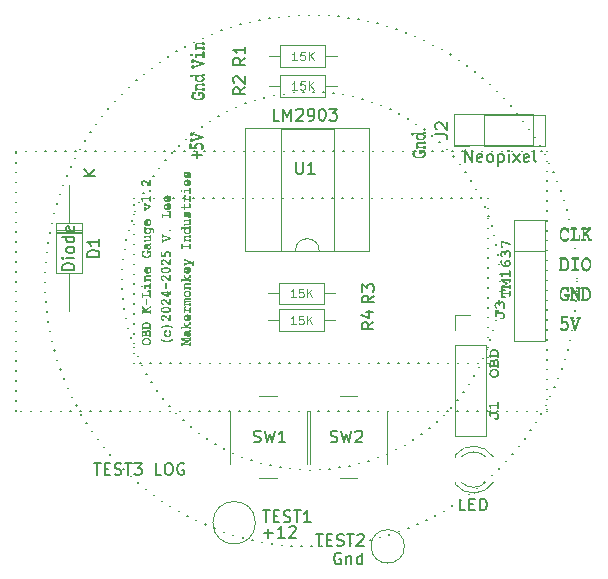
<source format=gbr>
%TF.GenerationSoftware,KiCad,Pcbnew,8.0.6*%
%TF.CreationDate,2025-03-02T18:01:38-08:00*%
%TF.ProjectId,OBDGauge,4f424447-6175-4676-952e-6b696361645f,rev?*%
%TF.SameCoordinates,Original*%
%TF.FileFunction,Legend,Top*%
%TF.FilePolarity,Positive*%
%FSLAX46Y46*%
G04 Gerber Fmt 4.6, Leading zero omitted, Abs format (unit mm)*
G04 Created by KiCad (PCBNEW 8.0.6) date 2025-03-02 18:01:38*
%MOMM*%
%LPD*%
G01*
G04 APERTURE LIST*
%ADD10C,0.100000*%
%ADD11C,0.200000*%
%ADD12C,0.150000*%
%ADD13C,0.225000*%
%ADD14C,0.275000*%
%ADD15C,0.108000*%
%ADD16C,0.120000*%
G04 APERTURE END LIST*
D10*
X62070313Y-35911495D02*
X68819764Y-35911495D01*
X68819764Y-38549606D01*
X62070313Y-38549606D01*
X62070313Y-35911495D01*
D11*
X66000000Y-50000000D02*
X65999950Y-50039999D01*
X65977955Y-50839614D02*
X65975806Y-50879556D01*
X65911881Y-51676914D02*
X65907638Y-51716689D01*
X65801959Y-52509594D02*
X65795636Y-52549091D01*
X65648494Y-53335358D02*
X65640107Y-53374469D01*
X65451908Y-54151931D02*
X65441480Y-54190548D01*
X65212742Y-54957063D02*
X65200301Y-54995079D01*
X64931655Y-55748535D02*
X64917237Y-55785846D01*
X64609423Y-56524167D02*
X64593066Y-56560670D01*
X64246932Y-57281820D02*
X64228683Y-57317415D01*
X63845183Y-58019408D02*
X63825091Y-58053995D01*
X63405281Y-58734897D02*
X63383402Y-58768382D01*
X62928440Y-59426316D02*
X62904833Y-59458607D01*
X62415972Y-60091759D02*
X62390704Y-60122768D01*
X61869292Y-60729394D02*
X61842431Y-60759034D01*
X61289903Y-61337463D02*
X61261525Y-61365652D01*
X60679405Y-61914289D02*
X60649586Y-61940951D01*
X60039478Y-62458285D02*
X60008301Y-62483345D01*
X59371886Y-62967950D02*
X59339436Y-62991340D01*
X58678468Y-63441881D02*
X58644836Y-63463535D01*
X57961136Y-63878771D02*
X57926414Y-63898631D01*
X57221867Y-64277417D02*
X57186150Y-64295427D01*
X56462696Y-64636719D02*
X56426084Y-64652830D01*
X55685717Y-64955688D02*
X55648310Y-64969856D01*
X54893070Y-65233445D02*
X54854971Y-65245630D01*
X54086940Y-65469224D02*
X54048254Y-65479393D01*
X53269547Y-65662377D02*
X53230381Y-65670502D01*
X52443146Y-65812369D02*
X52403607Y-65818428D01*
X51610011Y-65918789D02*
X51570209Y-65922764D01*
X50772440Y-65981343D02*
X50732485Y-65983224D01*
X49932741Y-65999858D02*
X49892742Y-65999640D01*
X49093227Y-65974284D02*
X49053294Y-65971967D01*
X48256211Y-65904691D02*
X48216455Y-65900282D01*
X47424001Y-65791270D02*
X47384531Y-65784781D01*
X46598890Y-65634335D02*
X46559814Y-65625784D01*
X45783150Y-65434318D02*
X45744577Y-65423727D01*
X44979031Y-65191769D02*
X44941067Y-65179169D01*
X44188747Y-64907358D02*
X44151497Y-64892783D01*
X43414477Y-64581868D02*
X43378043Y-64565359D01*
X42658354Y-64216196D02*
X42622836Y-64197797D01*
X41922462Y-63811349D02*
X41887959Y-63791112D01*
X41208828Y-63368444D02*
X41175435Y-63346424D01*
X40519420Y-62888700D02*
X40487228Y-62864959D01*
X39856136Y-62373440D02*
X39825234Y-62348042D01*
X39220805Y-61824084D02*
X39191279Y-61797099D01*
X38615178Y-61242145D02*
X38587108Y-61213648D01*
X38040922Y-60629227D02*
X38014387Y-60599296D01*
X37499621Y-59987019D02*
X37474693Y-59955736D01*
X36992767Y-59317290D02*
X36969514Y-59284743D01*
X36521755Y-58621886D02*
X36500243Y-58588164D01*
X36087885Y-57902724D02*
X36068171Y-57867919D01*
X35692350Y-57161785D02*
X35674491Y-57125994D01*
X35336242Y-56401111D02*
X35320286Y-56364432D01*
X35020542Y-55622798D02*
X35006532Y-55585332D01*
X34746120Y-54828991D02*
X34734095Y-54790841D01*
X34513731Y-54021876D02*
X34503725Y-53983148D01*
X34324017Y-53203679D02*
X34316057Y-53164479D01*
X34177499Y-52376654D02*
X34171607Y-52337090D01*
X34074583Y-51543080D02*
X34070775Y-51503261D01*
X34015550Y-50705253D02*
X34013837Y-50665290D01*
X34000565Y-49865484D02*
X34000951Y-49825485D01*
X34029668Y-49026084D02*
X34032153Y-48986162D01*
X34102779Y-48189369D02*
X34107355Y-48149632D01*
X34219697Y-47357643D02*
X34226352Y-47318200D01*
X34380099Y-46533198D02*
X34388815Y-46494159D01*
X34583544Y-45718307D02*
X34594296Y-45679779D01*
X34829470Y-44915214D02*
X34842230Y-44877303D01*
X35117201Y-44126133D02*
X35131932Y-44088944D01*
X35445943Y-43353238D02*
X35462605Y-43316873D01*
X35814790Y-42598659D02*
X35833338Y-42563219D01*
X36222727Y-41864475D02*
X36243109Y-41830057D01*
X36668628Y-41152710D02*
X36690788Y-41119409D01*
X37151266Y-40465324D02*
X37175142Y-40433232D01*
X37669309Y-39804212D02*
X37694837Y-39773417D01*
X38221332Y-39171196D02*
X38248440Y-39141783D01*
X38805811Y-38568020D02*
X38834426Y-38540070D01*
X39421138Y-37996346D02*
X39451180Y-37969937D01*
X40065616Y-37457750D02*
X40097003Y-37432953D01*
X40737469Y-36953715D02*
X40770114Y-36930600D01*
X41434847Y-36485631D02*
X41468659Y-36464260D01*
X42155826Y-36054787D02*
X42190714Y-36035220D01*
X42898422Y-35662371D02*
X42934288Y-35644662D01*
X43660586Y-35309464D02*
X43697332Y-35293661D01*
X44440219Y-34997038D02*
X44477744Y-34983186D01*
X45235173Y-34725955D02*
X45273373Y-34714091D01*
X46043257Y-34496961D02*
X46082027Y-34487118D01*
X46862245Y-34310688D02*
X46901478Y-34302893D01*
X47689878Y-34167648D02*
X47729466Y-34161923D01*
X48523878Y-34068237D02*
X48563712Y-34064596D01*
X49361945Y-34012727D02*
X49401915Y-34011182D01*
X50201770Y-34001272D02*
X50241767Y-34001826D01*
X51041040Y-34033903D02*
X51080952Y-34036556D01*
X51877441Y-34110531D02*
X51917158Y-34115274D01*
X52708668Y-34230944D02*
X52748082Y-34237765D01*
X53532431Y-34394810D02*
X53571433Y-34403690D01*
X54346460Y-34601679D02*
X54384942Y-34612593D01*
X55148512Y-34850979D02*
X55186368Y-34863898D01*
X55936377Y-35142024D02*
X55973503Y-35156912D01*
X56707883Y-35474012D02*
X56744177Y-35490827D01*
X57460905Y-35846029D02*
X57496266Y-35864725D01*
X58193367Y-36257048D02*
X58227699Y-36277574D01*
X58903252Y-36705937D02*
X58936459Y-36728237D01*
X59588603Y-37191460D02*
X59620594Y-37215471D01*
X60247531Y-37712278D02*
X60278218Y-37737935D01*
X60878221Y-38266956D02*
X60907519Y-38294188D01*
X61478934Y-38853966D02*
X61506764Y-38882699D01*
X62048017Y-39471691D02*
X62074300Y-39501844D01*
X62583899Y-40118427D02*
X62608564Y-40149918D01*
X63085105Y-40792393D02*
X63108083Y-40825135D01*
X63550254Y-41491732D02*
X63571482Y-41525634D01*
X63978063Y-42214517D02*
X63997483Y-42249486D01*
X64367354Y-42958755D02*
X64384912Y-42994695D01*
X64717054Y-43722396D02*
X64732702Y-43759208D01*
X65026200Y-44503336D02*
X65039894Y-44540918D01*
X65293939Y-45299422D02*
X65305642Y-45337672D01*
X65519533Y-46108462D02*
X65529214Y-46147273D01*
X65702362Y-46928225D02*
X65709993Y-46967490D01*
X65841922Y-47756453D02*
X65847481Y-47796064D01*
X65937827Y-48590863D02*
X65941300Y-48630712D01*
X65989813Y-49429156D02*
X65991190Y-49469132D01*
X35000000Y-43000000D02*
X35040000Y-43000000D01*
X35840000Y-43000000D02*
X35880000Y-43000000D01*
X36680000Y-43000000D02*
X36720000Y-43000000D01*
X37520000Y-43000000D02*
X37560000Y-43000000D01*
X38360000Y-43000000D02*
X38400000Y-43000000D01*
X39200000Y-43000000D02*
X39240000Y-43000000D01*
X40040000Y-43000000D02*
X40080000Y-43000000D01*
X40880000Y-43000000D02*
X40920000Y-43000000D01*
X41720000Y-43000000D02*
X41760000Y-43000000D01*
X42560000Y-43000000D02*
X42600000Y-43000000D01*
X43400000Y-43000000D02*
X43440000Y-43000000D01*
X44240000Y-43000000D02*
X44280000Y-43000000D01*
X45080000Y-43000000D02*
X45120000Y-43000000D01*
X45920000Y-43000000D02*
X45960000Y-43000000D01*
X46760000Y-43000000D02*
X46800000Y-43000000D01*
X47600000Y-43000000D02*
X47640000Y-43000000D01*
X48440000Y-43000000D02*
X48480000Y-43000000D01*
X49280000Y-43000000D02*
X49320000Y-43000000D01*
X50120000Y-43000000D02*
X50160000Y-43000000D01*
X50960000Y-43000000D02*
X51000000Y-43000000D01*
X51800000Y-43000000D02*
X51840000Y-43000000D01*
X52640000Y-43000000D02*
X52680000Y-43000000D01*
X53480000Y-43000000D02*
X53520000Y-43000000D01*
X54320000Y-43000000D02*
X54360000Y-43000000D01*
X55160000Y-43000000D02*
X55200000Y-43000000D01*
X56000000Y-43000000D02*
X56040000Y-43000000D01*
X56840000Y-43000000D02*
X56880000Y-43000000D01*
X57680000Y-43000000D02*
X57720000Y-43000000D01*
X58520000Y-43000000D02*
X58560000Y-43000000D01*
X59360000Y-43000000D02*
X59400000Y-43000000D01*
X60200000Y-43000000D02*
X60240000Y-43000000D01*
X61040000Y-43000000D02*
X61080000Y-43000000D01*
X61880000Y-43000000D02*
X61920000Y-43000000D01*
X62720000Y-43000000D02*
X62760000Y-43000000D01*
X63560000Y-43000000D02*
X63600000Y-43000000D01*
X64400000Y-43000000D02*
X64440000Y-43000000D01*
X65000000Y-43000000D02*
X65000000Y-43040000D01*
X65000000Y-43840000D02*
X65000000Y-43880000D01*
X65000000Y-44680000D02*
X65000000Y-44720000D01*
X65000000Y-45520000D02*
X65000000Y-45560000D01*
X65000000Y-46360000D02*
X65000000Y-46400000D01*
X65000000Y-47200000D02*
X65000000Y-47240000D01*
X65000000Y-48040000D02*
X65000000Y-48080000D01*
X65000000Y-48880000D02*
X65000000Y-48920000D01*
X65000000Y-49720000D02*
X65000000Y-49760000D01*
X65000000Y-50560000D02*
X65000000Y-50600000D01*
X65000000Y-51400000D02*
X65000000Y-51440000D01*
X65000000Y-52240000D02*
X65000000Y-52280000D01*
X65000000Y-53080000D02*
X65000000Y-53120000D01*
X65000000Y-53920000D02*
X65000000Y-53960000D01*
X65000000Y-54760000D02*
X65000000Y-54800000D01*
X65000000Y-55600000D02*
X65000000Y-55640000D01*
X65000000Y-56440000D02*
X65000000Y-56480000D01*
X65000000Y-57000000D02*
X64960000Y-57000000D01*
X64160000Y-57000000D02*
X64120000Y-57000000D01*
X63320000Y-57000000D02*
X63280000Y-57000000D01*
X62480000Y-57000000D02*
X62440000Y-57000000D01*
X61640000Y-57000000D02*
X61600000Y-57000000D01*
X60800000Y-57000000D02*
X60760000Y-57000000D01*
X59960000Y-57000000D02*
X59920000Y-57000000D01*
X59120000Y-57000000D02*
X59080000Y-57000000D01*
X58280000Y-57000000D02*
X58240000Y-57000000D01*
X57440000Y-57000000D02*
X57400000Y-57000000D01*
X56600000Y-57000000D02*
X56560000Y-57000000D01*
X55760000Y-57000000D02*
X55720000Y-57000000D01*
X54920000Y-57000000D02*
X54880000Y-57000000D01*
X54080000Y-57000000D02*
X54040000Y-57000000D01*
X53240000Y-57000000D02*
X53200000Y-57000000D01*
X52400000Y-57000000D02*
X52360000Y-57000000D01*
X51560000Y-57000000D02*
X51520000Y-57000000D01*
X50720000Y-57000000D02*
X50680000Y-57000000D01*
X49880000Y-57000000D02*
X49840000Y-57000000D01*
X49040000Y-57000000D02*
X49000000Y-57000000D01*
X48200000Y-57000000D02*
X48160000Y-57000000D01*
X47360000Y-57000000D02*
X47320000Y-57000000D01*
X46520000Y-57000000D02*
X46480000Y-57000000D01*
X45680000Y-57000000D02*
X45640000Y-57000000D01*
X44840000Y-57000000D02*
X44800000Y-57000000D01*
X44000000Y-57000000D02*
X43960000Y-57000000D01*
X43160000Y-57000000D02*
X43120000Y-57000000D01*
X42320000Y-57000000D02*
X42280000Y-57000000D01*
X41480000Y-57000000D02*
X41440000Y-57000000D01*
X40640000Y-57000000D02*
X40600000Y-57000000D01*
X39800000Y-57000000D02*
X39760000Y-57000000D01*
X38960000Y-57000000D02*
X38920000Y-57000000D01*
X38120000Y-57000000D02*
X38080000Y-57000000D01*
X37280000Y-57000000D02*
X37240000Y-57000000D01*
X36440000Y-57000000D02*
X36400000Y-57000000D01*
X35600000Y-57000000D02*
X35560000Y-57000000D01*
X35000000Y-57000000D02*
X35000000Y-56960000D01*
X35000000Y-56160000D02*
X35000000Y-56120000D01*
X35000000Y-55320000D02*
X35000000Y-55280000D01*
X35000000Y-54480000D02*
X35000000Y-54440000D01*
X35000000Y-53640000D02*
X35000000Y-53600000D01*
X35000000Y-52800000D02*
X35000000Y-52760000D01*
X35000000Y-51960000D02*
X35000000Y-51920000D01*
X35000000Y-51120000D02*
X35000000Y-51080000D01*
X35000000Y-50280000D02*
X35000000Y-50240000D01*
X35000000Y-49440000D02*
X35000000Y-49400000D01*
X35000000Y-48600000D02*
X35000000Y-48560000D01*
X35000000Y-47760000D02*
X35000000Y-47720000D01*
X35000000Y-46920000D02*
X35000000Y-46880000D01*
X35000000Y-46080000D02*
X35000000Y-46040000D01*
X35000000Y-45240000D02*
X35000000Y-45200000D01*
X35000000Y-44400000D02*
X35000000Y-44360000D01*
X35000000Y-43560000D02*
X35000000Y-43520000D01*
X25000000Y-39000000D02*
X25040000Y-39000000D01*
X25840000Y-39000000D02*
X25880000Y-39000000D01*
X26680000Y-39000000D02*
X26720000Y-39000000D01*
X27520000Y-39000000D02*
X27560000Y-39000000D01*
X28360000Y-39000000D02*
X28400000Y-39000000D01*
X29200000Y-39000000D02*
X29240000Y-39000000D01*
X30040000Y-39000000D02*
X30080000Y-39000000D01*
X30880000Y-39000000D02*
X30920000Y-39000000D01*
X31720000Y-39000000D02*
X31760000Y-39000000D01*
X32560000Y-39000000D02*
X32600000Y-39000000D01*
X33400000Y-39000000D02*
X33440000Y-39000000D01*
X34240000Y-39000000D02*
X34280000Y-39000000D01*
X35080000Y-39000000D02*
X35120000Y-39000000D01*
X35920000Y-39000000D02*
X35960000Y-39000000D01*
X36760000Y-39000000D02*
X36800000Y-39000000D01*
X37600000Y-39000000D02*
X37640000Y-39000000D01*
X38440000Y-39000000D02*
X38480000Y-39000000D01*
X39280000Y-39000000D02*
X39320000Y-39000000D01*
X40120000Y-39000000D02*
X40160000Y-39000000D01*
X40960000Y-39000000D02*
X41000000Y-39000000D01*
X41800000Y-39000000D02*
X41840000Y-39000000D01*
X42640000Y-39000000D02*
X42680000Y-39000000D01*
X43480000Y-39000000D02*
X43520000Y-39000000D01*
X44320000Y-39000000D02*
X44360000Y-39000000D01*
X45160000Y-39000000D02*
X45200000Y-39000000D01*
X46000000Y-39000000D02*
X46040000Y-39000000D01*
X46840000Y-39000000D02*
X46880000Y-39000000D01*
X47680000Y-39000000D02*
X47720000Y-39000000D01*
X48520000Y-39000000D02*
X48560000Y-39000000D01*
X49360000Y-39000000D02*
X49400000Y-39000000D01*
X50200000Y-39000000D02*
X50240000Y-39000000D01*
X51040000Y-39000000D02*
X51080000Y-39000000D01*
X51880000Y-39000000D02*
X51920000Y-39000000D01*
X52720000Y-39000000D02*
X52760000Y-39000000D01*
X53560000Y-39000000D02*
X53600000Y-39000000D01*
X54400000Y-39000000D02*
X54440000Y-39000000D01*
X55240000Y-39000000D02*
X55280000Y-39000000D01*
X56080000Y-39000000D02*
X56120000Y-39000000D01*
X56920000Y-39000000D02*
X56960000Y-39000000D01*
X57760000Y-39000000D02*
X57800000Y-39000000D01*
X58600000Y-39000000D02*
X58640000Y-39000000D01*
X59440000Y-39000000D02*
X59480000Y-39000000D01*
X60280000Y-39000000D02*
X60320000Y-39000000D01*
X61120000Y-39000000D02*
X61160000Y-39000000D01*
X61960000Y-39000000D02*
X62000000Y-39000000D01*
X62800000Y-39000000D02*
X62840000Y-39000000D01*
X63640000Y-39000000D02*
X63680000Y-39000000D01*
X64480000Y-39000000D02*
X64520000Y-39000000D01*
X65320000Y-39000000D02*
X65360000Y-39000000D01*
X66160000Y-39000000D02*
X66200000Y-39000000D01*
X67000000Y-39000000D02*
X67040000Y-39000000D01*
X67840000Y-39000000D02*
X67880000Y-39000000D01*
X68680000Y-39000000D02*
X68720000Y-39000000D01*
X69520000Y-39000000D02*
X69560000Y-39000000D01*
X70000000Y-39000000D02*
X70000000Y-39040000D01*
X70000000Y-39840000D02*
X70000000Y-39880000D01*
X70000000Y-40680000D02*
X70000000Y-40720000D01*
X70000000Y-41520000D02*
X70000000Y-41560000D01*
X70000000Y-42360000D02*
X70000000Y-42400000D01*
X70000000Y-43200000D02*
X70000000Y-43240000D01*
X70000000Y-44040000D02*
X70000000Y-44080000D01*
X70000000Y-44880000D02*
X70000000Y-44920000D01*
X70000000Y-45720000D02*
X70000000Y-45760000D01*
X70000000Y-46560000D02*
X70000000Y-46600000D01*
X70000000Y-47400000D02*
X70000000Y-47440000D01*
X70000000Y-48240000D02*
X70000000Y-48280000D01*
X70000000Y-49080000D02*
X70000000Y-49120000D01*
X70000000Y-49920000D02*
X70000000Y-49960000D01*
X70000000Y-50760000D02*
X70000000Y-50800000D01*
X70000000Y-51600000D02*
X70000000Y-51640000D01*
X70000000Y-52440000D02*
X70000000Y-52480000D01*
X70000000Y-53280000D02*
X70000000Y-53320000D01*
X70000000Y-54120000D02*
X70000000Y-54160000D01*
X70000000Y-54960000D02*
X70000000Y-55000000D01*
X70000000Y-55800000D02*
X70000000Y-55840000D01*
X70000000Y-56640000D02*
X70000000Y-56680000D01*
X70000000Y-57480000D02*
X70000000Y-57520000D01*
X70000000Y-58320000D02*
X70000000Y-58360000D01*
X70000000Y-59160000D02*
X70000000Y-59200000D01*
X70000000Y-60000000D02*
X70000000Y-60040000D01*
X70000000Y-60840000D02*
X70000000Y-60880000D01*
X70000000Y-61000000D02*
X69960000Y-61000000D01*
X69160000Y-61000000D02*
X69120000Y-61000000D01*
X68320000Y-61000000D02*
X68280000Y-61000000D01*
X67480000Y-61000000D02*
X67440000Y-61000000D01*
X66640000Y-61000000D02*
X66600000Y-61000000D01*
X65800000Y-61000000D02*
X65760000Y-61000000D01*
X64960000Y-61000000D02*
X64920000Y-61000000D01*
X64120000Y-61000000D02*
X64080000Y-61000000D01*
X63280000Y-61000000D02*
X63240000Y-61000000D01*
X62440000Y-61000000D02*
X62400000Y-61000000D01*
X61600000Y-61000000D02*
X61560000Y-61000000D01*
X60760000Y-61000000D02*
X60720000Y-61000000D01*
X59920000Y-61000000D02*
X59880000Y-61000000D01*
X59080000Y-61000000D02*
X59040000Y-61000000D01*
X58240000Y-61000000D02*
X58200000Y-61000000D01*
X57400000Y-61000000D02*
X57360000Y-61000000D01*
X56560000Y-61000000D02*
X56520000Y-61000000D01*
X55720000Y-61000000D02*
X55680000Y-61000000D01*
X54880000Y-61000000D02*
X54840000Y-61000000D01*
X54040000Y-61000000D02*
X54000000Y-61000000D01*
X53200000Y-61000000D02*
X53160000Y-61000000D01*
X52360000Y-61000000D02*
X52320000Y-61000000D01*
X51520000Y-61000000D02*
X51480000Y-61000000D01*
X50680000Y-61000000D02*
X50640000Y-61000000D01*
X49840000Y-61000000D02*
X49800000Y-61000000D01*
X49000000Y-61000000D02*
X48960000Y-61000000D01*
X48160000Y-61000000D02*
X48120000Y-61000000D01*
X47320000Y-61000000D02*
X47280000Y-61000000D01*
X46480000Y-61000000D02*
X46440000Y-61000000D01*
X45640000Y-61000000D02*
X45600000Y-61000000D01*
X44800000Y-61000000D02*
X44760000Y-61000000D01*
X43960000Y-61000000D02*
X43920000Y-61000000D01*
X43120000Y-61000000D02*
X43080000Y-61000000D01*
X42280000Y-61000000D02*
X42240000Y-61000000D01*
X41440000Y-61000000D02*
X41400000Y-61000000D01*
X40600000Y-61000000D02*
X40560000Y-61000000D01*
X39760000Y-61000000D02*
X39720000Y-61000000D01*
X38920000Y-61000000D02*
X38880000Y-61000000D01*
X38080000Y-61000000D02*
X38040000Y-61000000D01*
X37240000Y-61000000D02*
X37200000Y-61000000D01*
X36400000Y-61000000D02*
X36360000Y-61000000D01*
X35560000Y-61000000D02*
X35520000Y-61000000D01*
X34720000Y-61000000D02*
X34680000Y-61000000D01*
X33880000Y-61000000D02*
X33840000Y-61000000D01*
X33040000Y-61000000D02*
X33000000Y-61000000D01*
X32200000Y-61000000D02*
X32160000Y-61000000D01*
X31360000Y-61000000D02*
X31320000Y-61000000D01*
X30520000Y-61000000D02*
X30480000Y-61000000D01*
X29680000Y-61000000D02*
X29640000Y-61000000D01*
X28840000Y-61000000D02*
X28800000Y-61000000D01*
X28000000Y-61000000D02*
X27960000Y-61000000D01*
X27160000Y-61000000D02*
X27120000Y-61000000D01*
X26320000Y-61000000D02*
X26280000Y-61000000D01*
X25480000Y-61000000D02*
X25440000Y-61000000D01*
X25000000Y-61000000D02*
X25000000Y-60960000D01*
X25000000Y-60160000D02*
X25000000Y-60120000D01*
X25000000Y-59320000D02*
X25000000Y-59280000D01*
X25000000Y-58480000D02*
X25000000Y-58440000D01*
X25000000Y-57640000D02*
X25000000Y-57600000D01*
X25000000Y-56800000D02*
X25000000Y-56760000D01*
X25000000Y-55960000D02*
X25000000Y-55920000D01*
X25000000Y-55120000D02*
X25000000Y-55080000D01*
X25000000Y-54280000D02*
X25000000Y-54240000D01*
X25000000Y-53440000D02*
X25000000Y-53400000D01*
X25000000Y-52600000D02*
X25000000Y-52560000D01*
X25000000Y-51760000D02*
X25000000Y-51720000D01*
X25000000Y-50920000D02*
X25000000Y-50880000D01*
X25000000Y-50080000D02*
X25000000Y-50040000D01*
X25000000Y-49240000D02*
X25000000Y-49200000D01*
X25000000Y-48400000D02*
X25000000Y-48360000D01*
X25000000Y-47560000D02*
X25000000Y-47520000D01*
X25000000Y-46720000D02*
X25000000Y-46680000D01*
X25000000Y-45880000D02*
X25000000Y-45840000D01*
X25000000Y-45040000D02*
X25000000Y-45000000D01*
X25000000Y-44200000D02*
X25000000Y-44160000D01*
X25000000Y-43360000D02*
X25000000Y-43320000D01*
X25000000Y-42520000D02*
X25000000Y-42480000D01*
X25000000Y-41680000D02*
X25000000Y-41640000D01*
X25000000Y-40840000D02*
X25000000Y-40800000D01*
X25000000Y-40000000D02*
X25000000Y-39960000D01*
X25000000Y-39160000D02*
X25000000Y-39120000D01*
X72500000Y-50000000D02*
X72499964Y-50039999D01*
X72484321Y-50839804D02*
X72482793Y-50879775D01*
X72437309Y-51678439D02*
X72434289Y-51718325D01*
X72359027Y-52514734D02*
X72354521Y-52554480D01*
X72249585Y-53347525D02*
X72243599Y-53387075D01*
X72109136Y-54175651D02*
X72101678Y-54214949D01*
X71937876Y-54997957D02*
X71928956Y-55036950D01*
X71736042Y-55813298D02*
X71725673Y-55851931D01*
X71503917Y-56620538D02*
X71492113Y-56658757D01*
X71241824Y-57418551D02*
X71228601Y-57456303D01*
X70950127Y-58206226D02*
X70935505Y-58243458D01*
X70629234Y-58982464D02*
X70613233Y-59019124D01*
X70279592Y-59746184D02*
X70262234Y-59782222D01*
X69901688Y-60496322D02*
X69882997Y-60531686D01*
X69496049Y-61231832D02*
X69476050Y-61266474D01*
X69063239Y-61951689D02*
X69041962Y-61985560D01*
X68603863Y-62654890D02*
X68581336Y-62687943D01*
X68118560Y-63340455D02*
X68094816Y-63372644D01*
X67608007Y-64007428D02*
X67583077Y-64038709D01*
X67072915Y-64654881D02*
X67046835Y-64685209D01*
X66514030Y-65281910D02*
X66486836Y-65311244D01*
X65932131Y-65887642D02*
X65903861Y-65915941D01*
X65328029Y-66471233D02*
X65298722Y-66498456D01*
X64702565Y-67031869D02*
X64672263Y-67057980D01*
X64056611Y-67568769D02*
X64025356Y-67593731D01*
X63391068Y-68081185D02*
X63358903Y-68104963D01*
X62706863Y-68568403D02*
X62673832Y-68590964D01*
X62004949Y-69029744D02*
X61971100Y-69051056D01*
X61286305Y-69464565D02*
X61251684Y-69484599D01*
X60551933Y-69872259D02*
X60516587Y-69890987D01*
X59802855Y-70252259D02*
X59766835Y-70269655D01*
X59040115Y-70604036D02*
X59003471Y-70620075D01*
X58264777Y-70927098D02*
X58227560Y-70941758D01*
X57477921Y-71220996D02*
X57440183Y-71234256D01*
X56680644Y-71485320D02*
X56642438Y-71497163D01*
X55874057Y-71719701D02*
X55835435Y-71730110D01*
X55059283Y-71923814D02*
X55020299Y-71932774D01*
X54237459Y-72097374D02*
X54198168Y-72104872D01*
X53409729Y-72240138D02*
X53370186Y-72246164D01*
X52577248Y-72351908D02*
X52537507Y-72356454D01*
X51741174Y-72432527D02*
X51701292Y-72435587D01*
X50902675Y-72481885D02*
X50862705Y-72483454D01*
X50062917Y-72499912D02*
X50022917Y-72499988D01*
X49223071Y-72486582D02*
X49183096Y-72485165D01*
X48384309Y-72441914D02*
X48344414Y-72439007D01*
X47547798Y-72365972D02*
X47508040Y-72361577D01*
X46714704Y-72258859D02*
X46675138Y-72252983D01*
X45886189Y-72120726D02*
X45846870Y-72113378D01*
X45063407Y-71951766D02*
X45024389Y-71942955D01*
X44247504Y-71752213D02*
X44208843Y-71741952D01*
X43439619Y-71522346D02*
X43401367Y-71510649D01*
X42640876Y-71262485D02*
X42603087Y-71249369D01*
X41852388Y-70972992D02*
X41815116Y-70958475D01*
X41075256Y-70654272D02*
X41038551Y-70638373D01*
X40310561Y-70306766D02*
X40274475Y-70289509D01*
X39559370Y-69930961D02*
X39523953Y-69912369D01*
X38822728Y-69527380D02*
X38788031Y-69507479D01*
X38101664Y-69096586D02*
X38067733Y-69075403D01*
X37397181Y-68639178D02*
X37364065Y-68616743D01*
X36710262Y-68155794D02*
X36678006Y-68132139D01*
X36041863Y-67647108D02*
X36010513Y-67622265D01*
X35392917Y-67113828D02*
X35362516Y-67087833D01*
X34764327Y-66556699D02*
X34734917Y-66529587D01*
X34156971Y-65976496D02*
X34128593Y-65948305D01*
X33571693Y-65374028D02*
X33544387Y-65344797D01*
X33009310Y-64750134D02*
X32983114Y-64719905D01*
X32470605Y-64105684D02*
X32445556Y-64074498D01*
X31956330Y-63441576D02*
X31932462Y-63409478D01*
X31467201Y-62758736D02*
X31444548Y-62725769D01*
X31003899Y-62058116D02*
X30982492Y-62024326D01*
X30567070Y-61340690D02*
X30546940Y-61306125D01*
X30157324Y-60607461D02*
X30138498Y-60572168D01*
X29775231Y-59859448D02*
X29757735Y-59823477D01*
X29421323Y-59097695D02*
X29405182Y-59061097D01*
X29096094Y-58323264D02*
X29081330Y-58286088D01*
X28799997Y-57537233D02*
X28786631Y-57499532D01*
X28533444Y-56740698D02*
X28521495Y-56702525D01*
X28296808Y-55934769D02*
X28286292Y-55896176D01*
X28090418Y-55120569D02*
X28081349Y-55081611D01*
X27914561Y-54299234D02*
X27906953Y-54259964D01*
X27769483Y-53471906D02*
X27763346Y-53432380D01*
X27655386Y-52639741D02*
X27650728Y-52600013D01*
X27572428Y-51803896D02*
X27569257Y-51764022D01*
X27520726Y-50965538D02*
X27519045Y-50925573D01*
X27500351Y-50125834D02*
X27500163Y-50085834D01*
X27511333Y-49285954D02*
X27512638Y-49245975D01*
X27553654Y-48447070D02*
X27556451Y-48407168D01*
X27627258Y-47610350D02*
X27631541Y-47570580D01*
X27732040Y-46776960D02*
X27737805Y-46737377D01*
X27867855Y-45948062D02*
X27875094Y-45908722D01*
X28034515Y-45124810D02*
X28043216Y-45085768D01*
X28231785Y-44308353D02*
X28241938Y-44269663D01*
X28459392Y-43499828D02*
X28470982Y-43461544D01*
X28717018Y-42700361D02*
X28730029Y-42662536D01*
X29004305Y-41911068D02*
X29018719Y-41873755D01*
X29320852Y-41133047D02*
X29336648Y-41096298D01*
X29666217Y-40367383D02*
X29683374Y-40331250D01*
X30039920Y-39615144D02*
X30058414Y-39579676D01*
X30441440Y-38877377D02*
X30461244Y-38842624D01*
X30870216Y-38155110D02*
X30891304Y-38121121D01*
X31325653Y-37449351D02*
X31347994Y-37416172D01*
X31807114Y-36761083D02*
X31830678Y-36728761D01*
X32313929Y-36091265D02*
X32338683Y-36059845D01*
X32845391Y-35440830D02*
X32871301Y-35410356D01*
X33400761Y-34810685D02*
X33427790Y-34781199D01*
X33979263Y-34201708D02*
X34007375Y-34173252D01*
X34580093Y-33614748D02*
X34609246Y-33587361D01*
X35202411Y-33050622D02*
X35232567Y-33024342D01*
X35845352Y-32510118D02*
X35876468Y-32484982D01*
X36508019Y-31993988D02*
X36540051Y-31970030D01*
X37189489Y-31502951D02*
X37222393Y-31480206D01*
X37888811Y-31037692D02*
X37922541Y-31016191D01*
X38605012Y-30598859D02*
X38639521Y-30578632D01*
X39337093Y-30187064D02*
X39372333Y-30168139D01*
X40084034Y-29802880D02*
X40119956Y-29785284D01*
X40844795Y-29446843D02*
X40881348Y-29430600D01*
X41618314Y-29119450D02*
X41655448Y-29104582D01*
X42403514Y-28821156D02*
X42441177Y-28807685D01*
X43199300Y-28552378D02*
X43237440Y-28540321D01*
X44004564Y-28313489D02*
X44043127Y-28302864D01*
X44818183Y-28104822D02*
X44857116Y-28095645D01*
X45639024Y-27926670D02*
X45678272Y-27918952D01*
X46465942Y-27779279D02*
X46505452Y-27773031D01*
X47297786Y-27662855D02*
X47337501Y-27658086D01*
X48133395Y-27577560D02*
X48173260Y-27574277D01*
X48971606Y-27523514D02*
X49011566Y-27521721D01*
X49811250Y-27500791D02*
X49851249Y-27500491D01*
X50651157Y-27509424D02*
X50691139Y-27510617D01*
X51490156Y-27549400D02*
X51530066Y-27552084D01*
X52327079Y-27620663D02*
X52366860Y-27624835D01*
X53160758Y-27723115D02*
X53200357Y-27728769D01*
X53990033Y-27856611D02*
X54029393Y-27863740D01*
X54813747Y-28020968D02*
X54852813Y-28029560D01*
X55630753Y-28215954D02*
X55669471Y-28225999D01*
X56439911Y-28441300D02*
X56478228Y-28452783D01*
X57240095Y-28696690D02*
X57277956Y-28709594D01*
X58030189Y-28981768D02*
X58067542Y-28996077D01*
X58809092Y-29296138D02*
X58845885Y-29311831D01*
X59575718Y-29639361D02*
X59611900Y-29656416D01*
X60329000Y-30010959D02*
X60364520Y-30029353D01*
X61067887Y-30410414D02*
X61102695Y-30430121D01*
X61791349Y-30837169D02*
X61825398Y-30858162D01*
X62498379Y-31290630D02*
X62531620Y-31312879D01*
X63187991Y-31770165D02*
X63220379Y-31793639D01*
X63859224Y-32275105D02*
X63890713Y-32299771D01*
X64511142Y-32804746D02*
X64541689Y-32830571D01*
X65142838Y-33358352D02*
X65172399Y-33385298D01*
X65753430Y-33935149D02*
X65781965Y-33963180D01*
X66342068Y-34534334D02*
X66369537Y-34563411D01*
X66907931Y-35155073D02*
X66934296Y-35185155D01*
X67450232Y-35796500D02*
X67475455Y-35827545D01*
X67968213Y-36457721D02*
X67992260Y-36489686D01*
X68461154Y-37137815D02*
X68483991Y-37170655D01*
X68928366Y-37835834D02*
X68949962Y-37869504D01*
X69369200Y-38550805D02*
X69389524Y-38585257D01*
X69783041Y-39281732D02*
X69802065Y-39316918D01*
X70169312Y-40027596D02*
X70187009Y-40063468D01*
X70527474Y-40787357D02*
X70543820Y-40823865D01*
X70857029Y-41559958D02*
X70872001Y-41597050D01*
X71157518Y-42344320D02*
X71171094Y-42381946D01*
X71428521Y-43139352D02*
X71440683Y-43177458D01*
X71669660Y-43943945D02*
X71680392Y-43982478D01*
X71880601Y-44756978D02*
X71889887Y-44795885D01*
X72061048Y-45577317D02*
X72068876Y-45616544D01*
X72210751Y-46403820D02*
X72217109Y-46443311D01*
X72329501Y-47235335D02*
X72334380Y-47275036D01*
X72417132Y-48070702D02*
X72420526Y-48110558D01*
X72473522Y-48908758D02*
X72475426Y-48948713D01*
X72498592Y-49748335D02*
X72499004Y-49788333D01*
D10*
X57914214Y-72500000D02*
G75*
G02*
X55085786Y-72500000I-1414214J0D01*
G01*
X55085786Y-72500000D02*
G75*
G02*
X57914214Y-72500000I1414214J0D01*
G01*
X67170000Y-44870000D02*
X69830000Y-44870000D01*
X69830000Y-55150000D01*
X67170000Y-55150000D01*
X67170000Y-44870000D01*
D12*
X52527671Y-73066849D02*
X52432433Y-73019230D01*
X52432433Y-73019230D02*
X52289576Y-73019230D01*
X52289576Y-73019230D02*
X52146719Y-73066849D01*
X52146719Y-73066849D02*
X52051481Y-73162087D01*
X52051481Y-73162087D02*
X52003862Y-73257325D01*
X52003862Y-73257325D02*
X51956243Y-73447801D01*
X51956243Y-73447801D02*
X51956243Y-73590658D01*
X51956243Y-73590658D02*
X52003862Y-73781134D01*
X52003862Y-73781134D02*
X52051481Y-73876372D01*
X52051481Y-73876372D02*
X52146719Y-73971611D01*
X52146719Y-73971611D02*
X52289576Y-74019230D01*
X52289576Y-74019230D02*
X52384814Y-74019230D01*
X52384814Y-74019230D02*
X52527671Y-73971611D01*
X52527671Y-73971611D02*
X52575290Y-73923991D01*
X52575290Y-73923991D02*
X52575290Y-73590658D01*
X52575290Y-73590658D02*
X52384814Y-73590658D01*
X53003862Y-73352563D02*
X53003862Y-74019230D01*
X53003862Y-73447801D02*
X53051481Y-73400182D01*
X53051481Y-73400182D02*
X53146719Y-73352563D01*
X53146719Y-73352563D02*
X53289576Y-73352563D01*
X53289576Y-73352563D02*
X53384814Y-73400182D01*
X53384814Y-73400182D02*
X53432433Y-73495420D01*
X53432433Y-73495420D02*
X53432433Y-74019230D01*
X54337195Y-74019230D02*
X54337195Y-73019230D01*
X54337195Y-73971611D02*
X54241957Y-74019230D01*
X54241957Y-74019230D02*
X54051481Y-74019230D01*
X54051481Y-74019230D02*
X53956243Y-73971611D01*
X53956243Y-73971611D02*
X53908624Y-73923991D01*
X53908624Y-73923991D02*
X53861005Y-73828753D01*
X53861005Y-73828753D02*
X53861005Y-73543039D01*
X53861005Y-73543039D02*
X53908624Y-73447801D01*
X53908624Y-73447801D02*
X53956243Y-73400182D01*
X53956243Y-73400182D02*
X54051481Y-73352563D01*
X54051481Y-73352563D02*
X54241957Y-73352563D01*
X54241957Y-73352563D02*
X54337195Y-73400182D01*
D13*
G36*
X40645851Y-34050888D02*
G01*
X40898545Y-34050888D01*
X40930195Y-34092255D01*
X40959314Y-34134950D01*
X40983611Y-34177617D01*
X40992578Y-34197067D01*
X41007997Y-34243600D01*
X41015880Y-34288645D01*
X41017882Y-34327200D01*
X41015210Y-34374886D01*
X41007196Y-34420787D01*
X40993839Y-34464902D01*
X40975139Y-34507231D01*
X40950551Y-34548566D01*
X40916283Y-34589045D01*
X40892390Y-34609447D01*
X40839310Y-34641051D01*
X40779332Y-34666399D01*
X40744330Y-34678470D01*
X40680723Y-34695046D01*
X40612576Y-34705483D01*
X40539887Y-34709781D01*
X40524804Y-34709904D01*
X40390080Y-34709904D01*
X40321474Y-34707183D01*
X40244989Y-34697134D01*
X40172334Y-34679679D01*
X40103506Y-34654819D01*
X40056688Y-34632528D01*
X39999455Y-34598274D01*
X39951922Y-34560361D01*
X39914090Y-34518788D01*
X39885959Y-34473554D01*
X39867528Y-34424661D01*
X39858797Y-34372107D01*
X39858021Y-34350061D01*
X39862210Y-34305678D01*
X39875994Y-34260366D01*
X39879905Y-34251582D01*
X39905230Y-34208750D01*
X39940172Y-34168042D01*
X39945558Y-34162775D01*
X39892472Y-34134684D01*
X39879905Y-34113316D01*
X39904619Y-34071563D01*
X39909996Y-34068253D01*
X39974802Y-34052261D01*
X40011894Y-34050888D01*
X40140806Y-34050888D01*
X40211611Y-34057087D01*
X40243388Y-34068473D01*
X40273553Y-34108832D01*
X40273820Y-34113976D01*
X40252962Y-34152224D01*
X40190387Y-34172887D01*
X40126994Y-34190481D01*
X40124734Y-34191791D01*
X40087164Y-34231317D01*
X40076179Y-34250923D01*
X40060279Y-34295766D01*
X40054999Y-34342597D01*
X40054979Y-34345884D01*
X40059320Y-34391076D01*
X40074123Y-34436324D01*
X40099431Y-34476896D01*
X40140950Y-34512638D01*
X40194314Y-34541427D01*
X40213981Y-34549876D01*
X40277085Y-34570236D01*
X40344324Y-34581200D01*
X40391448Y-34583288D01*
X40522753Y-34583288D01*
X40591525Y-34579606D01*
X40658370Y-34566662D01*
X40719572Y-34541348D01*
X40745014Y-34524377D01*
X40781709Y-34485621D01*
X40804245Y-34441946D01*
X40816180Y-34396607D01*
X40820628Y-34352455D01*
X40820924Y-34336652D01*
X40817760Y-34288798D01*
X40808266Y-34243414D01*
X40792443Y-34200498D01*
X40780917Y-34177723D01*
X40645851Y-34177723D01*
X40645851Y-34306756D01*
X40636328Y-34352013D01*
X40618838Y-34372262D01*
X40555496Y-34391436D01*
X40547372Y-34391606D01*
X40481464Y-34375719D01*
X40476249Y-34372262D01*
X40451057Y-34330512D01*
X40448894Y-34306756D01*
X40448894Y-34081882D01*
X40458537Y-34036809D01*
X40476249Y-34016596D01*
X40539252Y-33997204D01*
X40547372Y-33997032D01*
X40615353Y-34008817D01*
X40618838Y-34010441D01*
X40645851Y-34050888D01*
G37*
G36*
X40164399Y-33742262D02*
G01*
X40230052Y-33742262D01*
X40189724Y-33703547D01*
X40164399Y-33665985D01*
X40147986Y-33622461D01*
X40142537Y-33578463D01*
X40142515Y-33575420D01*
X40147375Y-33528432D01*
X40164830Y-33480243D01*
X40194979Y-33437935D01*
X40237823Y-33401507D01*
X40244071Y-33397367D01*
X40299630Y-33370010D01*
X40365006Y-33352785D01*
X40440199Y-33345693D01*
X40456416Y-33345490D01*
X40799040Y-33345490D01*
X40810821Y-33301780D01*
X40826395Y-33286139D01*
X40889398Y-33266965D01*
X40897519Y-33266795D01*
X40961884Y-33281773D01*
X40968984Y-33286359D01*
X40993861Y-33327995D01*
X40995998Y-33351645D01*
X40995998Y-33465950D01*
X40986474Y-33511024D01*
X40968984Y-33531237D01*
X40905642Y-33550411D01*
X40897519Y-33550581D01*
X40831611Y-33534874D01*
X40826395Y-33531456D01*
X40800349Y-33488695D01*
X40799040Y-33472105D01*
X40460178Y-33472105D01*
X40392199Y-33483575D01*
X40374351Y-33494307D01*
X40346149Y-33536201D01*
X40339473Y-33581575D01*
X40347479Y-33627448D01*
X40364776Y-33658512D01*
X40403757Y-33695936D01*
X40451394Y-33729846D01*
X40470778Y-33742262D01*
X40799040Y-33742262D01*
X40804774Y-33698282D01*
X40817163Y-33679174D01*
X40873329Y-33651441D01*
X40897519Y-33649059D01*
X40961884Y-33664038D01*
X40968984Y-33668623D01*
X40993861Y-33710057D01*
X40995998Y-33733689D01*
X40995998Y-33877671D01*
X40986474Y-33922744D01*
X40968984Y-33942957D01*
X40905642Y-33962349D01*
X40897519Y-33962521D01*
X40833188Y-33944408D01*
X40816821Y-33932845D01*
X40799891Y-33888828D01*
X40799040Y-33869098D01*
X40361357Y-33869098D01*
X40349723Y-33912807D01*
X40334344Y-33928449D01*
X40271002Y-33947405D01*
X40262878Y-33947573D01*
X40196970Y-33931686D01*
X40191755Y-33928229D01*
X40166563Y-33886592D01*
X40164399Y-33862943D01*
X40164399Y-33742262D01*
G37*
G36*
X40961884Y-32475699D02*
G01*
X40968984Y-32480284D01*
X40993861Y-32521718D01*
X40995998Y-32545350D01*
X40995998Y-32693728D01*
X40886577Y-32693728D01*
X40934115Y-32729566D01*
X40971157Y-32766709D01*
X40984713Y-32784293D01*
X41007387Y-32826320D01*
X41017590Y-32872842D01*
X41017882Y-32882332D01*
X41013638Y-32933958D01*
X41000908Y-32981673D01*
X40979690Y-33025478D01*
X40949985Y-33065372D01*
X40904603Y-33106974D01*
X40897177Y-33112482D01*
X40841538Y-33146400D01*
X40780237Y-33171988D01*
X40713276Y-33189244D01*
X40640652Y-33198170D01*
X40596612Y-33199530D01*
X40528022Y-33196316D01*
X40452893Y-33184438D01*
X40383033Y-33163810D01*
X40318441Y-33134430D01*
X40275530Y-33108086D01*
X40230326Y-33072305D01*
X40194474Y-33033712D01*
X40167975Y-32992305D01*
X40150829Y-32948085D01*
X40143035Y-32901053D01*
X40142515Y-32884750D01*
X40142664Y-32883431D01*
X40339473Y-32883431D01*
X40346886Y-32930551D01*
X40369125Y-32972990D01*
X40406191Y-33010750D01*
X40415383Y-33017740D01*
X40471249Y-33049028D01*
X40534468Y-33067328D01*
X40598321Y-33072695D01*
X40666506Y-33065740D01*
X40729304Y-33042508D01*
X40758349Y-33023236D01*
X40793975Y-32984401D01*
X40813530Y-32940712D01*
X40820680Y-32894565D01*
X40820924Y-32883431D01*
X40815974Y-32836219D01*
X40798864Y-32791062D01*
X40765927Y-32750265D01*
X40758349Y-32743846D01*
X40706898Y-32713305D01*
X40640958Y-32696126D01*
X40601057Y-32693728D01*
X40529595Y-32700247D01*
X40466133Y-32719806D01*
X40415383Y-32748902D01*
X40375352Y-32785653D01*
X40350148Y-32827213D01*
X40339769Y-32873581D01*
X40339473Y-32883431D01*
X40142664Y-32883431D01*
X40147699Y-32838817D01*
X40163252Y-32793753D01*
X40166109Y-32787810D01*
X40191204Y-32746325D01*
X40225201Y-32705344D01*
X40236549Y-32693728D01*
X39989326Y-32693728D01*
X39989326Y-32715270D01*
X39979803Y-32760527D01*
X39962313Y-32780776D01*
X39898971Y-32799950D01*
X39890847Y-32800120D01*
X39824939Y-32784233D01*
X39819724Y-32780776D01*
X39794533Y-32739026D01*
X39792369Y-32715270D01*
X39792369Y-32566893D01*
X40799040Y-32566893D01*
X40799040Y-32545350D01*
X40808684Y-32500750D01*
X40826395Y-32480504D01*
X40889398Y-32460894D01*
X40897519Y-32460720D01*
X40961884Y-32475699D01*
G37*
D12*
X63071985Y-69460027D02*
X62595795Y-69460027D01*
X62595795Y-69460027D02*
X62595795Y-68460027D01*
X63405319Y-68936217D02*
X63738652Y-68936217D01*
X63881509Y-69460027D02*
X63405319Y-69460027D01*
X63405319Y-69460027D02*
X63405319Y-68460027D01*
X63405319Y-68460027D02*
X63881509Y-68460027D01*
X64310081Y-69460027D02*
X64310081Y-68460027D01*
X64310081Y-68460027D02*
X64548176Y-68460027D01*
X64548176Y-68460027D02*
X64691033Y-68507646D01*
X64691033Y-68507646D02*
X64786271Y-68602884D01*
X64786271Y-68602884D02*
X64833890Y-68698122D01*
X64833890Y-68698122D02*
X64881509Y-68888598D01*
X64881509Y-68888598D02*
X64881509Y-69031455D01*
X64881509Y-69031455D02*
X64833890Y-69221931D01*
X64833890Y-69221931D02*
X64786271Y-69317169D01*
X64786271Y-69317169D02*
X64691033Y-69412408D01*
X64691033Y-69412408D02*
X64548176Y-69460027D01*
X64548176Y-69460027D02*
X64310081Y-69460027D01*
D13*
G36*
X40720736Y-31638605D02*
G01*
X40076863Y-31455056D01*
X40076863Y-31484072D01*
X40067340Y-31529146D01*
X40049850Y-31549359D01*
X39986508Y-31568533D01*
X39978384Y-31568703D01*
X39912476Y-31552815D01*
X39907261Y-31549359D01*
X39882069Y-31507722D01*
X39879905Y-31484072D01*
X39879905Y-31314153D01*
X39889549Y-31268973D01*
X39907261Y-31248867D01*
X39970264Y-31229475D01*
X39978384Y-31229303D01*
X40042506Y-31247415D01*
X40058740Y-31258978D01*
X40076226Y-31301787D01*
X40076863Y-31317230D01*
X40995998Y-31577495D01*
X40995998Y-31699275D01*
X40076863Y-31958880D01*
X40069650Y-32002621D01*
X40058398Y-32017572D01*
X40002547Y-32044900D01*
X39978384Y-32047248D01*
X39912476Y-32031180D01*
X39907261Y-32027684D01*
X39882069Y-31986250D01*
X39879905Y-31962617D01*
X39879905Y-31791379D01*
X39889549Y-31746750D01*
X39907261Y-31726752D01*
X39970264Y-31707360D01*
X39978384Y-31707188D01*
X40044573Y-31723075D01*
X40049850Y-31726532D01*
X40074726Y-31767764D01*
X40076863Y-31791379D01*
X40076863Y-31821054D01*
X40720736Y-31638605D01*
G37*
G36*
X39792369Y-30836707D02*
G01*
X39989326Y-30836707D01*
X39989326Y-30987502D01*
X39792369Y-30987502D01*
X39792369Y-30836707D01*
G37*
G36*
X40164399Y-30819341D02*
G01*
X40799040Y-30819341D01*
X40799040Y-30667227D01*
X40808684Y-30622231D01*
X40826395Y-30602160D01*
X40889398Y-30582768D01*
X40897519Y-30582596D01*
X40961884Y-30597575D01*
X40968984Y-30602160D01*
X40993861Y-30643594D01*
X40995998Y-30667227D01*
X40995998Y-31098291D01*
X40986474Y-31143364D01*
X40968984Y-31163577D01*
X40905642Y-31182751D01*
X40897519Y-31182921D01*
X40831611Y-31167034D01*
X40826395Y-31163577D01*
X40801204Y-31121940D01*
X40799040Y-31098291D01*
X40799040Y-30946176D01*
X40361357Y-30946176D01*
X40361357Y-31048172D01*
X40351834Y-31092772D01*
X40334344Y-31113019D01*
X40271002Y-31132628D01*
X40262878Y-31132802D01*
X40196970Y-31116915D01*
X40191755Y-31113458D01*
X40166563Y-31071822D01*
X40164399Y-31048172D01*
X40164399Y-30819341D01*
G37*
G36*
X40164399Y-30254188D02*
G01*
X40230052Y-30254188D01*
X40189724Y-30215472D01*
X40164399Y-30177910D01*
X40147986Y-30134386D01*
X40142537Y-30090388D01*
X40142515Y-30087345D01*
X40147375Y-30040357D01*
X40164830Y-29992169D01*
X40194979Y-29949860D01*
X40237823Y-29913432D01*
X40244071Y-29909292D01*
X40299630Y-29881935D01*
X40365006Y-29864710D01*
X40440199Y-29857618D01*
X40456416Y-29857415D01*
X40799040Y-29857415D01*
X40810821Y-29813705D01*
X40826395Y-29798064D01*
X40889398Y-29778890D01*
X40897519Y-29778720D01*
X40961884Y-29793699D01*
X40968984Y-29798284D01*
X40993861Y-29839920D01*
X40995998Y-29863570D01*
X40995998Y-29977876D01*
X40986474Y-30022949D01*
X40968984Y-30043162D01*
X40905642Y-30062336D01*
X40897519Y-30062506D01*
X40831611Y-30046799D01*
X40826395Y-30043382D01*
X40800349Y-30000620D01*
X40799040Y-29984031D01*
X40460178Y-29984031D01*
X40392199Y-29995500D01*
X40374351Y-30006232D01*
X40346149Y-30048126D01*
X40339473Y-30093500D01*
X40347479Y-30139374D01*
X40364776Y-30170437D01*
X40403757Y-30207861D01*
X40451394Y-30241771D01*
X40470778Y-30254188D01*
X40799040Y-30254188D01*
X40804774Y-30210208D01*
X40817163Y-30191100D01*
X40873329Y-30163367D01*
X40897519Y-30160984D01*
X40961884Y-30175963D01*
X40968984Y-30180548D01*
X40993861Y-30221982D01*
X40995998Y-30245615D01*
X40995998Y-30389596D01*
X40986474Y-30434669D01*
X40968984Y-30454882D01*
X40905642Y-30474274D01*
X40897519Y-30474446D01*
X40833188Y-30456333D01*
X40816821Y-30444770D01*
X40799891Y-30400753D01*
X40799040Y-30381023D01*
X40361357Y-30381023D01*
X40349723Y-30424732D01*
X40334344Y-30440374D01*
X40271002Y-30459330D01*
X40262878Y-30459498D01*
X40196970Y-30443611D01*
X40191755Y-30440154D01*
X40166563Y-30398518D01*
X40164399Y-30374868D01*
X40164399Y-30254188D01*
G37*
D14*
G36*
X71707400Y-45559528D02*
G01*
X71738565Y-45506772D01*
X71775373Y-45489187D01*
X71826846Y-45514762D01*
X71830987Y-45520327D01*
X71851137Y-45590601D01*
X71852480Y-45624741D01*
X71852480Y-45798032D01*
X71844903Y-45870931D01*
X71830987Y-45903545D01*
X71781659Y-45934412D01*
X71775373Y-45934685D01*
X71725401Y-45913070D01*
X71699894Y-45845991D01*
X71697459Y-45831737D01*
X71676235Y-45770188D01*
X71630831Y-45725792D01*
X71589724Y-45702411D01*
X71534244Y-45683176D01*
X71478496Y-45676765D01*
X71423820Y-45683053D01*
X71369105Y-45703890D01*
X71350610Y-45714867D01*
X71302403Y-45757322D01*
X71262244Y-45813070D01*
X71247979Y-45838698D01*
X71220802Y-45907305D01*
X71206908Y-45978252D01*
X71203381Y-46042030D01*
X71203381Y-46168426D01*
X71209799Y-46243880D01*
X71231985Y-46319085D01*
X71265501Y-46378999D01*
X71284518Y-46403265D01*
X71329150Y-46444458D01*
X71381641Y-46473882D01*
X71441991Y-46491536D01*
X71501243Y-46497329D01*
X71510198Y-46497421D01*
X71566347Y-46493482D01*
X71620431Y-46480198D01*
X71656085Y-46464082D01*
X71703540Y-46422668D01*
X71729968Y-46387878D01*
X71767850Y-46343548D01*
X71798747Y-46333290D01*
X71848835Y-46360069D01*
X71853286Y-46365896D01*
X71876455Y-46433960D01*
X71876660Y-46442100D01*
X71858828Y-46511892D01*
X71844958Y-46536622D01*
X71803066Y-46591017D01*
X71756683Y-46632104D01*
X71726207Y-46652027D01*
X71669754Y-46679300D01*
X71616898Y-46696050D01*
X71561524Y-46705747D01*
X71511004Y-46708447D01*
X71452121Y-46704941D01*
X71395835Y-46694422D01*
X71342146Y-46676891D01*
X71291054Y-46652347D01*
X71263025Y-46635174D01*
X71214934Y-46596840D01*
X71171008Y-46547783D01*
X71131248Y-46488004D01*
X71110959Y-46450160D01*
X71083572Y-46385520D01*
X71062114Y-46309351D01*
X71050560Y-46229530D01*
X71048360Y-46174288D01*
X71048360Y-46038733D01*
X71051869Y-45962003D01*
X71062397Y-45887882D01*
X71079945Y-45816373D01*
X71104511Y-45747473D01*
X71135425Y-45683749D01*
X71171745Y-45627764D01*
X71213472Y-45579518D01*
X71260607Y-45539012D01*
X71311318Y-45506955D01*
X71363506Y-45484057D01*
X71417172Y-45470319D01*
X71472316Y-45465739D01*
X71529625Y-45470157D01*
X71583540Y-45483411D01*
X71598321Y-45488820D01*
X71651459Y-45515852D01*
X71701055Y-45553671D01*
X71707400Y-45559528D01*
G37*
G36*
X72323991Y-45700212D02*
G01*
X72323991Y-46473974D01*
X72657944Y-46473974D01*
X72657944Y-46262948D01*
X72665522Y-46188261D01*
X72679438Y-46154870D01*
X72729427Y-46122551D01*
X72735858Y-46122264D01*
X72787065Y-46149043D01*
X72791203Y-46154870D01*
X72811244Y-46223738D01*
X72812965Y-46262948D01*
X72812965Y-46685000D01*
X72079235Y-46685000D01*
X72023921Y-46674796D01*
X71999173Y-46656057D01*
X71975738Y-46588190D01*
X71975530Y-46579487D01*
X71994947Y-46508871D01*
X71999173Y-46503283D01*
X72050200Y-46476292D01*
X72079235Y-46473974D01*
X72168970Y-46473974D01*
X72168970Y-45700212D01*
X72079235Y-45700212D01*
X72023921Y-45690009D01*
X71999173Y-45671270D01*
X71975738Y-45603403D01*
X71975530Y-45594699D01*
X71994947Y-45524083D01*
X71999173Y-45518496D01*
X72050200Y-45491505D01*
X72079235Y-45489187D01*
X72414532Y-45489187D01*
X72469622Y-45499519D01*
X72494326Y-45518496D01*
X72518027Y-45585999D01*
X72518237Y-45594699D01*
X72499930Y-45663662D01*
X72494326Y-45671270D01*
X72443437Y-45697923D01*
X72414532Y-45700212D01*
X72323991Y-45700212D01*
G37*
G36*
X73151486Y-46204696D02*
G01*
X73151486Y-46473974D01*
X73207369Y-46473974D01*
X73262364Y-46484306D01*
X73286894Y-46503283D01*
X73310595Y-46570786D01*
X73310806Y-46579487D01*
X73292498Y-46648449D01*
X73286894Y-46656057D01*
X73236252Y-46682710D01*
X73207369Y-46685000D01*
X72972285Y-46685000D01*
X72917195Y-46674796D01*
X72892491Y-46656057D01*
X72869056Y-46588190D01*
X72868848Y-46579487D01*
X72888707Y-46508871D01*
X72893028Y-46503283D01*
X72943748Y-46476292D01*
X72972285Y-46473974D01*
X72996465Y-46473974D01*
X72996465Y-45700212D01*
X72972285Y-45700212D01*
X72917195Y-45690009D01*
X72892491Y-45671270D01*
X72869056Y-45603403D01*
X72868848Y-45594699D01*
X72888266Y-45524083D01*
X72892491Y-45518496D01*
X72943380Y-45491505D01*
X72972285Y-45489187D01*
X73207369Y-45489187D01*
X73262364Y-45499519D01*
X73286894Y-45518496D01*
X73310595Y-45585999D01*
X73310806Y-45594699D01*
X73292498Y-45663662D01*
X73286894Y-45671270D01*
X73236252Y-45697923D01*
X73207369Y-45700212D01*
X73151486Y-45700212D01*
X73151486Y-45958133D01*
X73426601Y-45700212D01*
X73393286Y-45677131D01*
X73384152Y-45606423D01*
X73400983Y-45535538D01*
X73407794Y-45524357D01*
X73458683Y-45491969D01*
X73487588Y-45489187D01*
X73645565Y-45489187D01*
X73700654Y-45499519D01*
X73725359Y-45518496D01*
X73749060Y-45585999D01*
X73749270Y-45594699D01*
X73730963Y-45663662D01*
X73725359Y-45671270D01*
X73674530Y-45698403D01*
X73650938Y-45700212D01*
X73372868Y-45973520D01*
X73420619Y-46018321D01*
X73461980Y-46069471D01*
X73501811Y-46130879D01*
X73519023Y-46161465D01*
X73552304Y-46228258D01*
X73579827Y-46292900D01*
X73605859Y-46363327D01*
X73630399Y-46439540D01*
X73640460Y-46473974D01*
X73681835Y-46473974D01*
X73736381Y-46484306D01*
X73760823Y-46503283D01*
X73784524Y-46570786D01*
X73784734Y-46579487D01*
X73765317Y-46650403D01*
X73761092Y-46656057D01*
X73710697Y-46682710D01*
X73681835Y-46685000D01*
X73541322Y-46685000D01*
X73519727Y-46613893D01*
X73497258Y-46544190D01*
X73473915Y-46475889D01*
X73449698Y-46408990D01*
X73435467Y-46371392D01*
X73406722Y-46302040D01*
X73376193Y-46240630D01*
X73346807Y-46194804D01*
X73303913Y-46147771D01*
X73253818Y-46110397D01*
X73246594Y-46106144D01*
X73151486Y-46204696D01*
G37*
G36*
X71449748Y-48010286D02*
G01*
X71505879Y-48015438D01*
X71561027Y-48030894D01*
X71597247Y-48046922D01*
X71647445Y-48076907D01*
X71695887Y-48118921D01*
X71713311Y-48139246D01*
X71751555Y-48197025D01*
X71782358Y-48255750D01*
X71810414Y-48320294D01*
X71832827Y-48388982D01*
X71836360Y-48402662D01*
X71849474Y-48478176D01*
X71854344Y-48555212D01*
X71854630Y-48581081D01*
X71854630Y-48677435D01*
X71851376Y-48754751D01*
X71840282Y-48833269D01*
X71821315Y-48904947D01*
X71793546Y-48974035D01*
X71759807Y-49032923D01*
X71733998Y-49066514D01*
X71691186Y-49111974D01*
X71644431Y-49150904D01*
X71632442Y-49158838D01*
X71580902Y-49183181D01*
X71527068Y-49197381D01*
X71473293Y-49203873D01*
X71436852Y-49205000D01*
X71125467Y-49205000D01*
X71070377Y-49194796D01*
X71045673Y-49176057D01*
X71022238Y-49108190D01*
X71022030Y-49099487D01*
X71041448Y-49028871D01*
X71045673Y-49023283D01*
X71097957Y-48995376D01*
X71117944Y-48993974D01*
X71272697Y-48993974D01*
X71437390Y-48993974D01*
X71495411Y-48989991D01*
X71550230Y-48975014D01*
X71576559Y-48960268D01*
X71624164Y-48916851D01*
X71662386Y-48860061D01*
X71668443Y-48847428D01*
X71689748Y-48779698D01*
X71698848Y-48702866D01*
X71699609Y-48669741D01*
X71699609Y-48576318D01*
X71694261Y-48498741D01*
X71676661Y-48425582D01*
X71671667Y-48412187D01*
X71640258Y-48344763D01*
X71603025Y-48289774D01*
X71573066Y-48261245D01*
X71519813Y-48233195D01*
X71465735Y-48221655D01*
X71435778Y-48220212D01*
X71272697Y-48220212D01*
X71272697Y-48993974D01*
X71117944Y-48993974D01*
X71117944Y-48220212D01*
X71064522Y-48207748D01*
X71045404Y-48191270D01*
X71022236Y-48123403D01*
X71022030Y-48114699D01*
X71041448Y-48044083D01*
X71045673Y-48038496D01*
X71096562Y-48011505D01*
X71125467Y-48009187D01*
X71449748Y-48010286D01*
G37*
G36*
X72466116Y-48220212D02*
G01*
X72466116Y-48993974D01*
X72622480Y-48993974D01*
X72677475Y-49004306D01*
X72702006Y-49023283D01*
X72725707Y-49090786D01*
X72725917Y-49099487D01*
X72707610Y-49168449D01*
X72702006Y-49176057D01*
X72651364Y-49202710D01*
X72622480Y-49205000D01*
X72154731Y-49205000D01*
X72099641Y-49194796D01*
X72074937Y-49176057D01*
X72051502Y-49108190D01*
X72051294Y-49099487D01*
X72070711Y-49028871D01*
X72074937Y-49023283D01*
X72125826Y-48996292D01*
X72154731Y-48993974D01*
X72311095Y-48993974D01*
X72311095Y-48220212D01*
X72154731Y-48220212D01*
X72099641Y-48210009D01*
X72074937Y-48191270D01*
X72051502Y-48123403D01*
X72051294Y-48114699D01*
X72070711Y-48044083D01*
X72074937Y-48038496D01*
X72125826Y-48011505D01*
X72154731Y-48009187D01*
X72622480Y-48009187D01*
X72677475Y-48019519D01*
X72702006Y-48038496D01*
X72725707Y-48105999D01*
X72725917Y-48114699D01*
X72707610Y-48183662D01*
X72702006Y-48191270D01*
X72651364Y-48217923D01*
X72622480Y-48220212D01*
X72466116Y-48220212D01*
G37*
G36*
X73376359Y-47991973D02*
G01*
X73436605Y-48010675D01*
X73493960Y-48041844D01*
X73548425Y-48085482D01*
X73591604Y-48131370D01*
X73616549Y-48163060D01*
X73654320Y-48220567D01*
X73685689Y-48282493D01*
X73710656Y-48348837D01*
X73729221Y-48419600D01*
X73741384Y-48494782D01*
X73747146Y-48574382D01*
X73747658Y-48607459D01*
X73744457Y-48688625D01*
X73734855Y-48765425D01*
X73718850Y-48837861D01*
X73696444Y-48905932D01*
X73667635Y-48969638D01*
X73632425Y-49028979D01*
X73616549Y-49051493D01*
X73574573Y-49102471D01*
X73530591Y-49144808D01*
X73475163Y-49184208D01*
X73416844Y-49211166D01*
X73355635Y-49225682D01*
X73313224Y-49228447D01*
X73256158Y-49223269D01*
X73201227Y-49207736D01*
X73148431Y-49181847D01*
X73097769Y-49145603D01*
X73049242Y-49099003D01*
X73033541Y-49081168D01*
X72989114Y-49021400D01*
X72952217Y-48956354D01*
X72922850Y-48886031D01*
X72901013Y-48810431D01*
X72886706Y-48729553D01*
X72879928Y-48643399D01*
X72879326Y-48607459D01*
X73034347Y-48607459D01*
X73038422Y-48681984D01*
X73053061Y-48760071D01*
X73078345Y-48830602D01*
X73114275Y-48893577D01*
X73119515Y-48900917D01*
X73163660Y-48951888D01*
X73210660Y-48988295D01*
X73266947Y-49011846D01*
X73313224Y-49017421D01*
X73372559Y-49008263D01*
X73428154Y-48980790D01*
X73474432Y-48940994D01*
X73507201Y-48901650D01*
X73544579Y-48839711D01*
X73571278Y-48770034D01*
X73587298Y-48692616D01*
X73592554Y-48618527D01*
X73592637Y-48607459D01*
X73588549Y-48532649D01*
X73573865Y-48454322D01*
X73548501Y-48383642D01*
X73512458Y-48320610D01*
X73507201Y-48313269D01*
X73463140Y-48262298D01*
X73416123Y-48225891D01*
X73359697Y-48202340D01*
X73313224Y-48196765D01*
X73254126Y-48206039D01*
X73198642Y-48233859D01*
X73152356Y-48274159D01*
X73119515Y-48314002D01*
X73082254Y-48376169D01*
X73055639Y-48445801D01*
X73039670Y-48522898D01*
X73034430Y-48596481D01*
X73034347Y-48607459D01*
X72879326Y-48607459D01*
X72883091Y-48519176D01*
X72894386Y-48436134D01*
X72913211Y-48358333D01*
X72939566Y-48285774D01*
X72973451Y-48218457D01*
X73014867Y-48156381D01*
X73033541Y-48133018D01*
X73081356Y-48082966D01*
X73131306Y-48043270D01*
X73183391Y-48013929D01*
X73237610Y-47994944D01*
X73293964Y-47986315D01*
X73313224Y-47985739D01*
X73376359Y-47991973D01*
G37*
G36*
X71854630Y-51349842D02*
G01*
X71854630Y-51620586D01*
X71804070Y-51654497D01*
X71751887Y-51685696D01*
X71699738Y-51711728D01*
X71675966Y-51721336D01*
X71619093Y-51737857D01*
X71564038Y-51746302D01*
X71516915Y-51748447D01*
X71458631Y-51745585D01*
X71402530Y-51736998D01*
X71348612Y-51722687D01*
X71296877Y-51702651D01*
X71246356Y-51676307D01*
X71196882Y-51639591D01*
X71171946Y-51613991D01*
X71133319Y-51557120D01*
X71102339Y-51492858D01*
X71087585Y-51455355D01*
X71067325Y-51387206D01*
X71054568Y-51314191D01*
X71049316Y-51236310D01*
X71049166Y-51220150D01*
X71049166Y-51075802D01*
X71052490Y-51002296D01*
X71064773Y-50920348D01*
X71086107Y-50842502D01*
X71116492Y-50768759D01*
X71143736Y-50718597D01*
X71185602Y-50657276D01*
X71231940Y-50606348D01*
X71282752Y-50565813D01*
X71338037Y-50535672D01*
X71397796Y-50515925D01*
X71462028Y-50506571D01*
X71488974Y-50505739D01*
X71543219Y-50510227D01*
X71598600Y-50524996D01*
X71609337Y-50529187D01*
X71661687Y-50556320D01*
X71711441Y-50593758D01*
X71717878Y-50599528D01*
X71752212Y-50542650D01*
X71778328Y-50529187D01*
X71829360Y-50555665D01*
X71833405Y-50561427D01*
X71852951Y-50630862D01*
X71854630Y-50670603D01*
X71854630Y-50808722D01*
X71847052Y-50884586D01*
X71833136Y-50918632D01*
X71783809Y-50950952D01*
X71777522Y-50951238D01*
X71730774Y-50928890D01*
X71705519Y-50861845D01*
X71684016Y-50793925D01*
X71682414Y-50791503D01*
X71634104Y-50751249D01*
X71610143Y-50739480D01*
X71555334Y-50722444D01*
X71498096Y-50716787D01*
X71494078Y-50716765D01*
X71438844Y-50721416D01*
X71383541Y-50737276D01*
X71333953Y-50764392D01*
X71290268Y-50808877D01*
X71255082Y-50866053D01*
X71244755Y-50887124D01*
X71219870Y-50954736D01*
X71206470Y-51026778D01*
X71203918Y-51077267D01*
X71203918Y-51217951D01*
X71208418Y-51291636D01*
X71224239Y-51363256D01*
X71255178Y-51428829D01*
X71275921Y-51456088D01*
X71323289Y-51495404D01*
X71376670Y-51519550D01*
X71432083Y-51532338D01*
X71486048Y-51537103D01*
X71505362Y-51537421D01*
X71563850Y-51534030D01*
X71619320Y-51523858D01*
X71671773Y-51506905D01*
X71699609Y-51494556D01*
X71699609Y-51349842D01*
X71541901Y-51349842D01*
X71486587Y-51339639D01*
X71461838Y-51320900D01*
X71438403Y-51253033D01*
X71438196Y-51244330D01*
X71457613Y-51173714D01*
X71461838Y-51168126D01*
X71512866Y-51141135D01*
X71541901Y-51138817D01*
X71816748Y-51138817D01*
X71871837Y-51149149D01*
X71896542Y-51168126D01*
X71920243Y-51235629D01*
X71920453Y-51244330D01*
X71906049Y-51317166D01*
X71904064Y-51320900D01*
X71854630Y-51349842D01*
G37*
G36*
X72194762Y-50910938D02*
G01*
X72194762Y-51513974D01*
X72250645Y-51513974D01*
X72305640Y-51524306D01*
X72330170Y-51543283D01*
X72353872Y-51610786D01*
X72354082Y-51619487D01*
X72335775Y-51688449D01*
X72330170Y-51696057D01*
X72279529Y-51722710D01*
X72250645Y-51725000D01*
X72047264Y-51725000D01*
X71992174Y-51714796D01*
X71967470Y-51696057D01*
X71944035Y-51628190D01*
X71943827Y-51619487D01*
X71963024Y-51548871D01*
X71967201Y-51543283D01*
X72019557Y-51515376D01*
X72039741Y-51513974D01*
X72039741Y-50740212D01*
X72015561Y-50740212D01*
X71960472Y-50730009D01*
X71935767Y-50711270D01*
X71912332Y-50643403D01*
X71912124Y-50634699D01*
X71931542Y-50564083D01*
X71935767Y-50558496D01*
X71986656Y-50531505D01*
X72015561Y-50529187D01*
X72194762Y-50529187D01*
X72590778Y-51340317D01*
X72590778Y-50740212D01*
X72534895Y-50740212D01*
X72479581Y-50730009D01*
X72454832Y-50711270D01*
X72431397Y-50643403D01*
X72431189Y-50634699D01*
X72450607Y-50564083D01*
X72454832Y-50558496D01*
X72505860Y-50531505D01*
X72534895Y-50529187D01*
X72738007Y-50529187D01*
X72793002Y-50539519D01*
X72817533Y-50558496D01*
X72841234Y-50625999D01*
X72841444Y-50634699D01*
X72822247Y-50705616D01*
X72818070Y-50711270D01*
X72766298Y-50738827D01*
X72746336Y-50740212D01*
X72746336Y-51725000D01*
X72592927Y-51725000D01*
X72194762Y-50910938D01*
G37*
G36*
X73298178Y-50530286D02*
G01*
X73354309Y-50535438D01*
X73409457Y-50550894D01*
X73445676Y-50566922D01*
X73495875Y-50596907D01*
X73544317Y-50638921D01*
X73561741Y-50659246D01*
X73599985Y-50717025D01*
X73630788Y-50775750D01*
X73658844Y-50840294D01*
X73681257Y-50908982D01*
X73684790Y-50922662D01*
X73697903Y-50998176D01*
X73702774Y-51075212D01*
X73703060Y-51101081D01*
X73703060Y-51197435D01*
X73699806Y-51274751D01*
X73688712Y-51353269D01*
X73669745Y-51424947D01*
X73641976Y-51494035D01*
X73608237Y-51552923D01*
X73582428Y-51586514D01*
X73539615Y-51631974D01*
X73492861Y-51670904D01*
X73480872Y-51678838D01*
X73429332Y-51703181D01*
X73375498Y-51717381D01*
X73321723Y-51723873D01*
X73285282Y-51725000D01*
X72973897Y-51725000D01*
X72918807Y-51714796D01*
X72894103Y-51696057D01*
X72870668Y-51628190D01*
X72870460Y-51619487D01*
X72889878Y-51548871D01*
X72894103Y-51543283D01*
X72946387Y-51515376D01*
X72966374Y-51513974D01*
X73121127Y-51513974D01*
X73285819Y-51513974D01*
X73343841Y-51509991D01*
X73398660Y-51495014D01*
X73424989Y-51480268D01*
X73472593Y-51436851D01*
X73510816Y-51380061D01*
X73516873Y-51367428D01*
X73538178Y-51299698D01*
X73547278Y-51222866D01*
X73548039Y-51189741D01*
X73548039Y-51096318D01*
X73542690Y-51018741D01*
X73525091Y-50945582D01*
X73520097Y-50932187D01*
X73488688Y-50864763D01*
X73451455Y-50809774D01*
X73421496Y-50781245D01*
X73368243Y-50753195D01*
X73314165Y-50741655D01*
X73284207Y-50740212D01*
X73121127Y-50740212D01*
X73121127Y-51513974D01*
X72966374Y-51513974D01*
X72966374Y-50740212D01*
X72912951Y-50727748D01*
X72893834Y-50711270D01*
X72870666Y-50643403D01*
X72870460Y-50634699D01*
X72889878Y-50564083D01*
X72894103Y-50558496D01*
X72944992Y-50531505D01*
X72973897Y-50529187D01*
X73298178Y-50530286D01*
G37*
G36*
X71333953Y-53166423D02*
G01*
X71333953Y-53424344D01*
X71386280Y-53399614D01*
X71440203Y-53382990D01*
X71490317Y-53377449D01*
X71550522Y-53383497D01*
X71606074Y-53401642D01*
X71656971Y-53431883D01*
X71703215Y-53474221D01*
X71727550Y-53503845D01*
X71764399Y-53562489D01*
X71792198Y-53628145D01*
X71810946Y-53700814D01*
X71820643Y-53780495D01*
X71822121Y-53829176D01*
X71818758Y-53903133D01*
X71806336Y-53981537D01*
X71784759Y-54051456D01*
X71754030Y-54112890D01*
X71726475Y-54151577D01*
X71679771Y-54197115D01*
X71623347Y-54231468D01*
X71567248Y-54252012D01*
X71504009Y-54264338D01*
X71445854Y-54268333D01*
X71433628Y-54268447D01*
X71370993Y-54265150D01*
X71313458Y-54255258D01*
X71261024Y-54238771D01*
X71206298Y-54211202D01*
X71158513Y-54174658D01*
X71118292Y-54124198D01*
X71099732Y-54054818D01*
X71099675Y-54050460D01*
X71118651Y-53979439D01*
X71122780Y-53973157D01*
X71171720Y-53940474D01*
X71177588Y-53940184D01*
X71227162Y-53970759D01*
X71234815Y-53980118D01*
X71278937Y-54023094D01*
X71299832Y-54035073D01*
X71354976Y-54051834D01*
X71409771Y-54057225D01*
X71423688Y-54057421D01*
X71480998Y-54054756D01*
X71536012Y-54045185D01*
X71589053Y-54023432D01*
X71615785Y-54001734D01*
X71650863Y-53941647D01*
X71665847Y-53865508D01*
X71667100Y-53831008D01*
X71660148Y-53752955D01*
X71636927Y-53683863D01*
X71617665Y-53653321D01*
X71572799Y-53611336D01*
X71518533Y-53590754D01*
X71490317Y-53588475D01*
X71435644Y-53595881D01*
X71382536Y-53615210D01*
X71332223Y-53642464D01*
X71299295Y-53664312D01*
X71257114Y-53682264D01*
X71205778Y-53655184D01*
X71201500Y-53649291D01*
X71179745Y-53579826D01*
X71179200Y-53563928D01*
X71179200Y-52955397D01*
X71652861Y-52955397D01*
X71707856Y-52965730D01*
X71732386Y-52984706D01*
X71756087Y-53052573D01*
X71756297Y-53061277D01*
X71736659Y-53131467D01*
X71732386Y-53137114D01*
X71681744Y-53164105D01*
X71652861Y-53166423D01*
X71333953Y-53166423D01*
G37*
G36*
X72388203Y-53950076D02*
G01*
X72612540Y-53260212D01*
X72577076Y-53260212D01*
X72521986Y-53250009D01*
X72497281Y-53231270D01*
X72473847Y-53163403D01*
X72473639Y-53154699D01*
X72493056Y-53084083D01*
X72497281Y-53078496D01*
X72548170Y-53051505D01*
X72577076Y-53049187D01*
X72784755Y-53049187D01*
X72839974Y-53059519D01*
X72864549Y-53078496D01*
X72888251Y-53145999D01*
X72888461Y-53154699D01*
X72866323Y-53223402D01*
X72852191Y-53240795D01*
X72799869Y-53259530D01*
X72780994Y-53260212D01*
X72462892Y-54245000D01*
X72314050Y-54245000D01*
X71996755Y-53260212D01*
X71943294Y-53252484D01*
X71925020Y-53240429D01*
X71891619Y-53180588D01*
X71888750Y-53154699D01*
X71908389Y-53084083D01*
X71912662Y-53078496D01*
X71963303Y-53051505D01*
X71992187Y-53049187D01*
X72201479Y-53049187D01*
X72256025Y-53059519D01*
X72280467Y-53078496D01*
X72304168Y-53145999D01*
X72304378Y-53154699D01*
X72284961Y-53225616D01*
X72280736Y-53231270D01*
X72230341Y-53257923D01*
X72201479Y-53260212D01*
X72165209Y-53260212D01*
X72388203Y-53950076D01*
G37*
D13*
G36*
X40450768Y-39310017D02*
G01*
X40747914Y-39310017D01*
X40816082Y-39317496D01*
X40839212Y-39327383D01*
X40866327Y-39367885D01*
X40866567Y-39373105D01*
X40844101Y-39415873D01*
X40839212Y-39419267D01*
X40774138Y-39436011D01*
X40747914Y-39436853D01*
X40450768Y-39436853D01*
X40450768Y-39617983D01*
X40441124Y-39663057D01*
X40423413Y-39683269D01*
X40360071Y-39702443D01*
X40351948Y-39702613D01*
X40287508Y-39687803D01*
X40280482Y-39683269D01*
X40255644Y-39641633D01*
X40253811Y-39617983D01*
X40253811Y-39436853D01*
X39957007Y-39436853D01*
X39888993Y-39429279D01*
X39865709Y-39419267D01*
X39838255Y-39378367D01*
X39838012Y-39373105D01*
X39860478Y-39330555D01*
X39865367Y-39327163D01*
X39930649Y-39310419D01*
X39957007Y-39309578D01*
X40253811Y-39310017D01*
X40253811Y-39128887D01*
X40263334Y-39083891D01*
X40280824Y-39063821D01*
X40343769Y-39044429D01*
X40351948Y-39044257D01*
X40416312Y-39059235D01*
X40423413Y-39063821D01*
X40448604Y-39105255D01*
X40450768Y-39128887D01*
X40450768Y-39310017D01*
G37*
G36*
X39903664Y-38723981D02*
G01*
X40144390Y-38723981D01*
X40121309Y-38681168D01*
X40105793Y-38637049D01*
X40100622Y-38596047D01*
X40106267Y-38546788D01*
X40123202Y-38501337D01*
X40151427Y-38459693D01*
X40190942Y-38421858D01*
X40218591Y-38401947D01*
X40273325Y-38371797D01*
X40334605Y-38349053D01*
X40402429Y-38333714D01*
X40476798Y-38325780D01*
X40522234Y-38324571D01*
X40591260Y-38327322D01*
X40664437Y-38337486D01*
X40729695Y-38355139D01*
X40787033Y-38380282D01*
X40823141Y-38402826D01*
X40865643Y-38441039D01*
X40897706Y-38487204D01*
X40916880Y-38533103D01*
X40928385Y-38584845D01*
X40932113Y-38632425D01*
X40932220Y-38642428D01*
X40929142Y-38693675D01*
X40919910Y-38740749D01*
X40904523Y-38783650D01*
X40878792Y-38828426D01*
X40844683Y-38867523D01*
X40797587Y-38900431D01*
X40732833Y-38915616D01*
X40728765Y-38915663D01*
X40662479Y-38900137D01*
X40656616Y-38896759D01*
X40626112Y-38856717D01*
X40625841Y-38851916D01*
X40654377Y-38811356D01*
X40663113Y-38805094D01*
X40703224Y-38768994D01*
X40714404Y-38751898D01*
X40730048Y-38706780D01*
X40735079Y-38661948D01*
X40735262Y-38650562D01*
X40732775Y-38603671D01*
X40723842Y-38558660D01*
X40703539Y-38515263D01*
X40683287Y-38493392D01*
X40627207Y-38464691D01*
X40556144Y-38452431D01*
X40523943Y-38451406D01*
X40451094Y-38457094D01*
X40386608Y-38476093D01*
X40358102Y-38491853D01*
X40318916Y-38528561D01*
X40299707Y-38572961D01*
X40297579Y-38596047D01*
X40304491Y-38640779D01*
X40322532Y-38684232D01*
X40347969Y-38725396D01*
X40368361Y-38752338D01*
X40385116Y-38786849D01*
X40359841Y-38828852D01*
X40354341Y-38832352D01*
X40289507Y-38850151D01*
X40274669Y-38850597D01*
X39706707Y-38850597D01*
X39706707Y-38463057D01*
X39716351Y-38418061D01*
X39734062Y-38397990D01*
X39797404Y-38378598D01*
X39805527Y-38378426D01*
X39871039Y-38394494D01*
X39876309Y-38397990D01*
X39901500Y-38439424D01*
X39903664Y-38463057D01*
X39903664Y-38723981D01*
G37*
G36*
X40635074Y-37861413D02*
G01*
X39991201Y-37677865D01*
X39991201Y-37706881D01*
X39981678Y-37751954D01*
X39964188Y-37772167D01*
X39900846Y-37791341D01*
X39892722Y-37791511D01*
X39826814Y-37775624D01*
X39821599Y-37772167D01*
X39796407Y-37730530D01*
X39794243Y-37706881D01*
X39794243Y-37536961D01*
X39803887Y-37491782D01*
X39821599Y-37471675D01*
X39884602Y-37452283D01*
X39892722Y-37452111D01*
X39956844Y-37470223D01*
X39973078Y-37481786D01*
X39990564Y-37524595D01*
X39991201Y-37540038D01*
X40910336Y-37800304D01*
X40910336Y-37922083D01*
X39991201Y-38181689D01*
X39983988Y-38225429D01*
X39972736Y-38240380D01*
X39916885Y-38267708D01*
X39892722Y-38270056D01*
X39826814Y-38253988D01*
X39821599Y-38250492D01*
X39796407Y-38209058D01*
X39794243Y-38185426D01*
X39794243Y-38014187D01*
X39803887Y-37969558D01*
X39821599Y-37949560D01*
X39884602Y-37930168D01*
X39892722Y-37929997D01*
X39958911Y-37945884D01*
X39964188Y-37949341D01*
X39989064Y-37990572D01*
X39991201Y-38014187D01*
X39991201Y-38043863D01*
X40635074Y-37861413D01*
G37*
D11*
G36*
X36125750Y-54848343D02*
G01*
X36176950Y-54855327D01*
X36225240Y-54866966D01*
X36270621Y-54883262D01*
X36313092Y-54904213D01*
X36352652Y-54929821D01*
X36367662Y-54941367D01*
X36401647Y-54971895D01*
X36429872Y-55003882D01*
X36456139Y-55044193D01*
X36474111Y-55086607D01*
X36483788Y-55131123D01*
X36485631Y-55161967D01*
X36482179Y-55203470D01*
X36471824Y-55243419D01*
X36454564Y-55281817D01*
X36430402Y-55318661D01*
X36399335Y-55353954D01*
X36387445Y-55365373D01*
X36347600Y-55397683D01*
X36304236Y-55424518D01*
X36257354Y-55445876D01*
X36206954Y-55461757D01*
X36153035Y-55472162D01*
X36095599Y-55477091D01*
X36071639Y-55477529D01*
X36012784Y-55474791D01*
X35957422Y-55466576D01*
X35905555Y-55452885D01*
X35857183Y-55433718D01*
X35812304Y-55409074D01*
X35770920Y-55378954D01*
X35755345Y-55365373D01*
X35721977Y-55330598D01*
X35695513Y-55294271D01*
X35675953Y-55256391D01*
X35663296Y-55216959D01*
X35657543Y-55175974D01*
X35657159Y-55161967D01*
X35797843Y-55161967D01*
X35804026Y-55204947D01*
X35822573Y-55245299D01*
X35849439Y-55278962D01*
X35876001Y-55302847D01*
X35917446Y-55329945D01*
X35963867Y-55349302D01*
X36015265Y-55360915D01*
X36064320Y-55364726D01*
X36071639Y-55364787D01*
X36121323Y-55361823D01*
X36173381Y-55351177D01*
X36220401Y-55332788D01*
X36262384Y-55306657D01*
X36267278Y-55302847D01*
X36301258Y-55270741D01*
X36325530Y-55236559D01*
X36341231Y-55195623D01*
X36344947Y-55161967D01*
X36338842Y-55118814D01*
X36320527Y-55078381D01*
X36293996Y-55044725D01*
X36267766Y-55020893D01*
X36226474Y-54993709D01*
X36180022Y-54974291D01*
X36128411Y-54962641D01*
X36079018Y-54958818D01*
X36071639Y-54958757D01*
X36021766Y-54961731D01*
X35969548Y-54972410D01*
X35922428Y-54990857D01*
X35880407Y-55017070D01*
X35875512Y-55020893D01*
X35841532Y-55052937D01*
X35817260Y-55087131D01*
X35801560Y-55128169D01*
X35797843Y-55161967D01*
X35657159Y-55161967D01*
X35661315Y-55116051D01*
X35673783Y-55072236D01*
X35694563Y-55030523D01*
X35723654Y-54990912D01*
X35754247Y-54959509D01*
X35775373Y-54941367D01*
X35813711Y-54913898D01*
X35854995Y-54891084D01*
X35899225Y-54872926D01*
X35946400Y-54859424D01*
X35996521Y-54850578D01*
X36049588Y-54846387D01*
X36071639Y-54846015D01*
X36125750Y-54848343D01*
G37*
G36*
X36302083Y-54186852D02*
G01*
X36349832Y-54201214D01*
X36390825Y-54224050D01*
X36405031Y-54236385D01*
X36432620Y-54269809D01*
X36451926Y-54305163D01*
X36464281Y-54344652D01*
X36469364Y-54384751D01*
X36470000Y-54406964D01*
X36470000Y-54737766D01*
X36463197Y-54777832D01*
X36450704Y-54795799D01*
X36405460Y-54812842D01*
X36399658Y-54812993D01*
X36352580Y-54798550D01*
X36348855Y-54795408D01*
X36330861Y-54758520D01*
X36329316Y-54737766D01*
X36329316Y-54720181D01*
X35813475Y-54720181D01*
X35813475Y-54737766D01*
X35806672Y-54777832D01*
X35794180Y-54795799D01*
X35748935Y-54812842D01*
X35743133Y-54812993D01*
X35696055Y-54798871D01*
X35692330Y-54795799D01*
X35674336Y-54758788D01*
X35672791Y-54737766D01*
X35672791Y-54460697D01*
X35813475Y-54460697D01*
X35813475Y-54607438D01*
X35985422Y-54607438D01*
X35985422Y-54483754D01*
X35983220Y-54458548D01*
X36126106Y-54458548D01*
X36126106Y-54607438D01*
X36329316Y-54607438D01*
X36329316Y-54413021D01*
X36326343Y-54370561D01*
X36313961Y-54330479D01*
X36304159Y-54316301D01*
X36262398Y-54295563D01*
X36249692Y-54294808D01*
X36202818Y-54308223D01*
X36166894Y-54337208D01*
X36142039Y-54374055D01*
X36130089Y-54412695D01*
X36126145Y-54453638D01*
X36126106Y-54458548D01*
X35983220Y-54458548D01*
X35981987Y-54444427D01*
X35970275Y-54406236D01*
X35950251Y-54373356D01*
X35912249Y-54346557D01*
X35891388Y-54343656D01*
X35847459Y-54360829D01*
X35836922Y-54371793D01*
X35818627Y-54410800D01*
X35813566Y-54453206D01*
X35813475Y-54460697D01*
X35672791Y-54460697D01*
X35672791Y-54455226D01*
X35675876Y-54412919D01*
X35685133Y-54374390D01*
X35703268Y-54334981D01*
X35729463Y-54300506D01*
X35737271Y-54292658D01*
X35775454Y-54262905D01*
X35817462Y-54242890D01*
X35868624Y-54232071D01*
X35890411Y-54231109D01*
X35941015Y-54236681D01*
X35969546Y-54245373D01*
X36011651Y-54267546D01*
X36038178Y-54288750D01*
X36066968Y-54255240D01*
X36101996Y-54225899D01*
X36130746Y-54208834D01*
X36176107Y-54191502D01*
X36226063Y-54183006D01*
X36250669Y-54182065D01*
X36302083Y-54186852D01*
G37*
G36*
X36169834Y-53536504D02*
G01*
X36222179Y-53544572D01*
X36269965Y-53558367D01*
X36316023Y-53578562D01*
X36355282Y-53603100D01*
X36377676Y-53621870D01*
X36407982Y-53653006D01*
X36433936Y-53687009D01*
X36439225Y-53695729D01*
X36455454Y-53733212D01*
X36464920Y-53772364D01*
X36469248Y-53811474D01*
X36470000Y-53837976D01*
X36470000Y-54064438D01*
X36463197Y-54104503D01*
X36450704Y-54122470D01*
X36405460Y-54139513D01*
X36399658Y-54139665D01*
X36352580Y-54125543D01*
X36348855Y-54122470D01*
X36330251Y-54084445D01*
X36329316Y-54069909D01*
X35813475Y-54069909D01*
X35805165Y-54108762D01*
X35794180Y-54122665D01*
X35748935Y-54139515D01*
X35743133Y-54139665D01*
X35696055Y-54125543D01*
X35692330Y-54122470D01*
X35674336Y-54085460D01*
X35672791Y-54064438D01*
X35673492Y-53838757D01*
X35813475Y-53838757D01*
X35813475Y-53957362D01*
X36329316Y-53957362D01*
X36329316Y-53837585D01*
X36326660Y-53795387D01*
X36316676Y-53755519D01*
X36306845Y-53736371D01*
X36277901Y-53701749D01*
X36240041Y-53673951D01*
X36231618Y-53669546D01*
X36186465Y-53654052D01*
X36135244Y-53647434D01*
X36113161Y-53646880D01*
X36050879Y-53646880D01*
X35999160Y-53650770D01*
X35950388Y-53663570D01*
X35941458Y-53667201D01*
X35896509Y-53690044D01*
X35859849Y-53717123D01*
X35840830Y-53738911D01*
X35822130Y-53777641D01*
X35814436Y-53816970D01*
X35813475Y-53838757D01*
X35673492Y-53838757D01*
X35673524Y-53828597D01*
X35676958Y-53787775D01*
X35687262Y-53747667D01*
X35697948Y-53721325D01*
X35717938Y-53684817D01*
X35745947Y-53649587D01*
X35759497Y-53636915D01*
X35798017Y-53609101D01*
X35837166Y-53586699D01*
X35880196Y-53566295D01*
X35925988Y-53549994D01*
X35935108Y-53547424D01*
X35985451Y-53537888D01*
X36036808Y-53534345D01*
X36054054Y-53534138D01*
X36118290Y-53534138D01*
X36169834Y-53536504D01*
G37*
G36*
X36149797Y-52590969D02*
G01*
X36329316Y-52590969D01*
X36329316Y-52550327D01*
X36336204Y-52510331D01*
X36348855Y-52492491D01*
X36393857Y-52475254D01*
X36399658Y-52475101D01*
X36445632Y-52488415D01*
X36450704Y-52492491D01*
X36468473Y-52529321D01*
X36470000Y-52550327D01*
X36470000Y-52721297D01*
X36463197Y-52761363D01*
X36450704Y-52779330D01*
X36405460Y-52796373D01*
X36399658Y-52796524D01*
X36352580Y-52782082D01*
X36348855Y-52778939D01*
X36330861Y-52742051D01*
X36329316Y-52721297D01*
X36329316Y-52703712D01*
X35813475Y-52703712D01*
X35813475Y-52721297D01*
X35806672Y-52761363D01*
X35794180Y-52779330D01*
X35748935Y-52796373D01*
X35743133Y-52796524D01*
X35696055Y-52782402D01*
X35692330Y-52779330D01*
X35674336Y-52742319D01*
X35672791Y-52721297D01*
X35672791Y-52550327D01*
X35679679Y-52510331D01*
X35692330Y-52492491D01*
X35737332Y-52475254D01*
X35743133Y-52475101D01*
X35789108Y-52488415D01*
X35794180Y-52492491D01*
X35811948Y-52529321D01*
X35813475Y-52550327D01*
X35813475Y-52590969D01*
X35985422Y-52590969D01*
X35813475Y-52390886D01*
X35798087Y-52415115D01*
X35750949Y-52421758D01*
X35703692Y-52409517D01*
X35696238Y-52404563D01*
X35674646Y-52367553D01*
X35672791Y-52346531D01*
X35672791Y-52231639D01*
X35679679Y-52191574D01*
X35692330Y-52173607D01*
X35737332Y-52156370D01*
X35743133Y-52156217D01*
X35789108Y-52169532D01*
X35794180Y-52173607D01*
X35812269Y-52210573D01*
X35813475Y-52227732D01*
X35995680Y-52429965D01*
X36025547Y-52395236D01*
X36059647Y-52365156D01*
X36100586Y-52336188D01*
X36120976Y-52323670D01*
X36165505Y-52299466D01*
X36208600Y-52279449D01*
X36255551Y-52260517D01*
X36306360Y-52242669D01*
X36329316Y-52235352D01*
X36329316Y-52205261D01*
X36336204Y-52165591D01*
X36348855Y-52147815D01*
X36393857Y-52130578D01*
X36399658Y-52130425D01*
X36446935Y-52144547D01*
X36450704Y-52147620D01*
X36468473Y-52184270D01*
X36470000Y-52205261D01*
X36470000Y-52307452D01*
X36422595Y-52323158D01*
X36376126Y-52339499D01*
X36330592Y-52356475D01*
X36285993Y-52374088D01*
X36260928Y-52384438D01*
X36214693Y-52405343D01*
X36173753Y-52427546D01*
X36143203Y-52448918D01*
X36111847Y-52480113D01*
X36086931Y-52516546D01*
X36084096Y-52521800D01*
X36149797Y-52590969D01*
G37*
G36*
X36141737Y-51565540D02*
G01*
X36141737Y-52035854D01*
X36001053Y-52035854D01*
X36001053Y-51565540D01*
X36141737Y-51565540D01*
G37*
G36*
X35813475Y-51176315D02*
G01*
X36329316Y-51176315D01*
X36329316Y-50933440D01*
X36188632Y-50933440D01*
X36138840Y-50927929D01*
X36116580Y-50917808D01*
X36095034Y-50881452D01*
X36094842Y-50876775D01*
X36112695Y-50839534D01*
X36116580Y-50836524D01*
X36162492Y-50821949D01*
X36188632Y-50820697D01*
X36470000Y-50820697D01*
X36470000Y-51354319D01*
X36463197Y-51394547D01*
X36450704Y-51412547D01*
X36405460Y-51429590D01*
X36399658Y-51429741D01*
X36352580Y-51415619D01*
X36348855Y-51412547D01*
X36330861Y-51375435D01*
X36329316Y-51354319D01*
X36329316Y-51289057D01*
X35813475Y-51289057D01*
X35813475Y-51354319D01*
X35806672Y-51394547D01*
X35794180Y-51412547D01*
X35748935Y-51429590D01*
X35743133Y-51429741D01*
X35696055Y-51415619D01*
X35692330Y-51412547D01*
X35674336Y-51375435D01*
X35672791Y-51354319D01*
X35672791Y-51110467D01*
X35679679Y-51070402D01*
X35692330Y-51052435D01*
X35737332Y-51035198D01*
X35743133Y-51035045D01*
X35789108Y-51048359D01*
X35794180Y-51052435D01*
X35811948Y-51089445D01*
X35813475Y-51110467D01*
X35813475Y-51176315D01*
G37*
G36*
X35610265Y-50416817D02*
G01*
X35750949Y-50416817D01*
X35750949Y-50550858D01*
X35610265Y-50550858D01*
X35610265Y-50416817D01*
G37*
G36*
X35876001Y-50401381D02*
G01*
X36329316Y-50401381D01*
X36329316Y-50266168D01*
X36336204Y-50226172D01*
X36348855Y-50208332D01*
X36393857Y-50191094D01*
X36399658Y-50190942D01*
X36445632Y-50204256D01*
X36450704Y-50208332D01*
X36468473Y-50245162D01*
X36470000Y-50266168D01*
X36470000Y-50649337D01*
X36463197Y-50689402D01*
X36450704Y-50707369D01*
X36405460Y-50724412D01*
X36399658Y-50724563D01*
X36352580Y-50710442D01*
X36348855Y-50707369D01*
X36330861Y-50670358D01*
X36329316Y-50649337D01*
X36329316Y-50514124D01*
X36016685Y-50514124D01*
X36016685Y-50604787D01*
X36009882Y-50644431D01*
X35997390Y-50662428D01*
X35952145Y-50679859D01*
X35946343Y-50680013D01*
X35899266Y-50665892D01*
X35895540Y-50662819D01*
X35877546Y-50625809D01*
X35876001Y-50604787D01*
X35876001Y-50401381D01*
G37*
G36*
X35876001Y-49899023D02*
G01*
X35922896Y-49899023D01*
X35894090Y-49864609D01*
X35876001Y-49831221D01*
X35864277Y-49792533D01*
X35860385Y-49753423D01*
X35860369Y-49750718D01*
X35863841Y-49708951D01*
X35876308Y-49666117D01*
X35897844Y-49628509D01*
X35928447Y-49596129D01*
X35932909Y-49592449D01*
X35972594Y-49568131D01*
X36019291Y-49552821D01*
X36073001Y-49546516D01*
X36084584Y-49546336D01*
X36329316Y-49546336D01*
X36337731Y-49507483D01*
X36348855Y-49493579D01*
X36393857Y-49476536D01*
X36399658Y-49476385D01*
X36445632Y-49489699D01*
X36450704Y-49493775D01*
X36468473Y-49530785D01*
X36470000Y-49551807D01*
X36470000Y-49653412D01*
X36463197Y-49693477D01*
X36450704Y-49711444D01*
X36405460Y-49728488D01*
X36399658Y-49728639D01*
X36352580Y-49714677D01*
X36348855Y-49711639D01*
X36330251Y-49673629D01*
X36329316Y-49658883D01*
X36087271Y-49658883D01*
X36038715Y-49669078D01*
X36025966Y-49678618D01*
X36005822Y-49715856D01*
X36001053Y-49756189D01*
X36006772Y-49796966D01*
X36019127Y-49824577D01*
X36046971Y-49857843D01*
X36080997Y-49887986D01*
X36094842Y-49899023D01*
X36329316Y-49899023D01*
X36333411Y-49859929D01*
X36342260Y-49842944D01*
X36382379Y-49818293D01*
X36399658Y-49816175D01*
X36445632Y-49829490D01*
X36450704Y-49833565D01*
X36468473Y-49870396D01*
X36470000Y-49891402D01*
X36470000Y-50019385D01*
X36463197Y-50059451D01*
X36450704Y-50077418D01*
X36405460Y-50094655D01*
X36399658Y-50094808D01*
X36353707Y-50078708D01*
X36342016Y-50068429D01*
X36329923Y-50029303D01*
X36329316Y-50011765D01*
X36016685Y-50011765D01*
X36008375Y-50050618D01*
X35997390Y-50064521D01*
X35952145Y-50081371D01*
X35946343Y-50081521D01*
X35899266Y-50067399D01*
X35895540Y-50064326D01*
X35877546Y-50027316D01*
X35876001Y-50006294D01*
X35876001Y-49899023D01*
G37*
G36*
X36413113Y-48845033D02*
G01*
X36414312Y-48846043D01*
X36437589Y-48880610D01*
X36452511Y-48919063D01*
X36462672Y-48953314D01*
X36472717Y-48995495D01*
X36479891Y-49036845D01*
X36484196Y-49077365D01*
X36485631Y-49117055D01*
X36483443Y-49157931D01*
X36475039Y-49203507D01*
X36460333Y-49245291D01*
X36439324Y-49283282D01*
X36412013Y-49317483D01*
X36395994Y-49333161D01*
X36360837Y-49360718D01*
X36316153Y-49385662D01*
X36267518Y-49402846D01*
X36214933Y-49412270D01*
X36174954Y-49414249D01*
X36124485Y-49411172D01*
X36070227Y-49399802D01*
X36020948Y-49380055D01*
X35976647Y-49351931D01*
X35948053Y-49326713D01*
X35918254Y-49292879D01*
X35894621Y-49257177D01*
X35877152Y-49219606D01*
X35865850Y-49180167D01*
X35860712Y-49138859D01*
X35860369Y-49124675D01*
X35860550Y-49121939D01*
X36001053Y-49121939D01*
X36004900Y-49162588D01*
X36017750Y-49201786D01*
X36028408Y-49220809D01*
X36057460Y-49254442D01*
X36097170Y-49282166D01*
X36110474Y-49289002D01*
X36110474Y-48954877D01*
X36070419Y-48978478D01*
X36037560Y-49009808D01*
X36028408Y-49022484D01*
X36010697Y-49059070D01*
X36002015Y-49100880D01*
X36001053Y-49121939D01*
X35860550Y-49121939D01*
X35863136Y-49082898D01*
X35871437Y-49043296D01*
X35886958Y-49002247D01*
X35888702Y-48998646D01*
X35908560Y-48962638D01*
X35935421Y-48926895D01*
X35949518Y-48913258D01*
X35988215Y-48885461D01*
X36029239Y-48863407D01*
X36066755Y-48847801D01*
X36115931Y-48835179D01*
X36167930Y-48830370D01*
X36179839Y-48830216D01*
X36235526Y-48830216D01*
X36235526Y-49292323D01*
X36277419Y-49269869D01*
X36309061Y-49238144D01*
X36314905Y-49229993D01*
X36333212Y-49191982D01*
X36342013Y-49153506D01*
X36344918Y-49113592D01*
X36344947Y-49108848D01*
X36341703Y-49065621D01*
X36334437Y-49025241D01*
X36324673Y-48985682D01*
X36311730Y-48942177D01*
X36300671Y-48902383D01*
X36298053Y-48882972D01*
X36316848Y-48846026D01*
X36318080Y-48845066D01*
X36364191Y-48829690D01*
X36367906Y-48829630D01*
X36413113Y-48845033D01*
G37*
G36*
X36219895Y-47484731D02*
G01*
X36400390Y-47484731D01*
X36422998Y-47521502D01*
X36443797Y-47559453D01*
X36461152Y-47597379D01*
X36467557Y-47614668D01*
X36478571Y-47656031D01*
X36484201Y-47696070D01*
X36485631Y-47730341D01*
X36483723Y-47772730D01*
X36477998Y-47813531D01*
X36468458Y-47852744D01*
X36455101Y-47890369D01*
X36437538Y-47927112D01*
X36413060Y-47963093D01*
X36395994Y-47981228D01*
X36358080Y-48009320D01*
X36315238Y-48031852D01*
X36290237Y-48042581D01*
X36244804Y-48057316D01*
X36196127Y-48066594D01*
X36144206Y-48070414D01*
X36133433Y-48070523D01*
X36037201Y-48070523D01*
X35988197Y-48068105D01*
X35933565Y-48059172D01*
X35881668Y-48043656D01*
X35832506Y-48021558D01*
X35799064Y-48001744D01*
X35758184Y-47971297D01*
X35724232Y-47937596D01*
X35697209Y-47900642D01*
X35677115Y-47860434D01*
X35663950Y-47816973D01*
X35657714Y-47770259D01*
X35657159Y-47750662D01*
X35660151Y-47711211D01*
X35669997Y-47670934D01*
X35672791Y-47663126D01*
X35690880Y-47625053D01*
X35715839Y-47588868D01*
X35719685Y-47584187D01*
X35681767Y-47559217D01*
X35672791Y-47540223D01*
X35690443Y-47503109D01*
X35694284Y-47500167D01*
X35740574Y-47485952D01*
X35767069Y-47484731D01*
X35859148Y-47484731D01*
X35909724Y-47490242D01*
X35932421Y-47500362D01*
X35953968Y-47536237D01*
X35954159Y-47540809D01*
X35939260Y-47574808D01*
X35894563Y-47593175D01*
X35849283Y-47608814D01*
X35847669Y-47609979D01*
X35820833Y-47645113D01*
X35812986Y-47662540D01*
X35801629Y-47702400D01*
X35797858Y-47744028D01*
X35797843Y-47746950D01*
X35800944Y-47787120D01*
X35811517Y-47827341D01*
X35829595Y-47863405D01*
X35859251Y-47895176D01*
X35897368Y-47920765D01*
X35911416Y-47928276D01*
X35956490Y-47946374D01*
X36004518Y-47956120D01*
X36038178Y-47957976D01*
X36131967Y-47957976D01*
X36181091Y-47954703D01*
X36228837Y-47943197D01*
X36272553Y-47920696D01*
X36290725Y-47905610D01*
X36316936Y-47871160D01*
X36333033Y-47832338D01*
X36341558Y-47792037D01*
X36344735Y-47752790D01*
X36344947Y-47738743D01*
X36342687Y-47696207D01*
X36335905Y-47655865D01*
X36324603Y-47617718D01*
X36316371Y-47597473D01*
X36219895Y-47597473D01*
X36219895Y-47712170D01*
X36213093Y-47752398D01*
X36200600Y-47770397D01*
X36155355Y-47787441D01*
X36149553Y-47787592D01*
X36102476Y-47773470D01*
X36098750Y-47770397D01*
X36080757Y-47733286D01*
X36079211Y-47712170D01*
X36079211Y-47512281D01*
X36086099Y-47472216D01*
X36098750Y-47454249D01*
X36143753Y-47437012D01*
X36149553Y-47436859D01*
X36198110Y-47447335D01*
X36200600Y-47448778D01*
X36219895Y-47484731D01*
G37*
G36*
X36445632Y-46801074D02*
G01*
X36450704Y-46805150D01*
X36468473Y-46842160D01*
X36470000Y-46863182D01*
X36470000Y-46995073D01*
X36391842Y-46995073D01*
X36423715Y-47028110D01*
X36448995Y-47063620D01*
X36462184Y-47088667D01*
X36477365Y-47128555D01*
X36485059Y-47168049D01*
X36485631Y-47181284D01*
X36482120Y-47224576D01*
X36471587Y-47263593D01*
X36451344Y-47302379D01*
X36429455Y-47328806D01*
X36393024Y-47358585D01*
X36350250Y-47378603D01*
X36304647Y-47385275D01*
X36253914Y-47378215D01*
X36210253Y-47359788D01*
X36173033Y-47333807D01*
X36150530Y-47312979D01*
X36122741Y-47278713D01*
X36101777Y-47239174D01*
X36089240Y-47201086D01*
X36081718Y-47159123D01*
X36079564Y-47119734D01*
X36219895Y-47119734D01*
X36223282Y-47160832D01*
X36234831Y-47201676D01*
X36254577Y-47237948D01*
X36288191Y-47266707D01*
X36299518Y-47268625D01*
X36326140Y-47253775D01*
X36341347Y-47216509D01*
X36344947Y-47178548D01*
X36341351Y-47138085D01*
X36332418Y-47099197D01*
X36328583Y-47086517D01*
X36313154Y-47046634D01*
X36293855Y-47010492D01*
X36283642Y-46995073D01*
X36233572Y-46995073D01*
X36226360Y-47036296D01*
X36221818Y-47075459D01*
X36219908Y-47116158D01*
X36219895Y-47119734D01*
X36079564Y-47119734D01*
X36079211Y-47113286D01*
X36081134Y-47072666D01*
X36086277Y-47031520D01*
X36092889Y-46995073D01*
X36063579Y-46995073D01*
X36020846Y-47014135D01*
X36018639Y-47016762D01*
X36003956Y-47056363D01*
X36001070Y-47095641D01*
X36001053Y-47099413D01*
X36004282Y-47141106D01*
X36011905Y-47182230D01*
X36022600Y-47224202D01*
X36024012Y-47229155D01*
X36032024Y-47268646D01*
X36032316Y-47275268D01*
X36013521Y-47312582D01*
X36012288Y-47313565D01*
X35966961Y-47329060D01*
X35961242Y-47329197D01*
X35930956Y-47323726D01*
X35910195Y-47308290D01*
X35892750Y-47270886D01*
X35891388Y-47267062D01*
X35879395Y-47227517D01*
X35869979Y-47187286D01*
X35868918Y-47181870D01*
X35862782Y-47143006D01*
X35860369Y-47103321D01*
X35862906Y-47059660D01*
X35870514Y-47020486D01*
X35885420Y-46981212D01*
X35910109Y-46944035D01*
X35913370Y-46940362D01*
X35950288Y-46909760D01*
X35994791Y-46890491D01*
X36046878Y-46882557D01*
X36058206Y-46882330D01*
X36329316Y-46882330D01*
X36329316Y-46863182D01*
X36336204Y-46823116D01*
X36348855Y-46805150D01*
X36393857Y-46787912D01*
X36399658Y-46787759D01*
X36445632Y-46801074D01*
G37*
G36*
X35876001Y-46184968D02*
G01*
X36329316Y-46184968D01*
X36337731Y-46146115D01*
X36348855Y-46132212D01*
X36393857Y-46115362D01*
X36399658Y-46115212D01*
X36445632Y-46128527D01*
X36450704Y-46132602D01*
X36468473Y-46169433D01*
X36470000Y-46190439D01*
X36470000Y-46297515D01*
X36423105Y-46297515D01*
X36444354Y-46333227D01*
X36462413Y-46370488D01*
X36470000Y-46389937D01*
X36481219Y-46430165D01*
X36485616Y-46470899D01*
X36485631Y-46473370D01*
X36481819Y-46512928D01*
X36469084Y-46551132D01*
X36458520Y-46569699D01*
X36430871Y-46602007D01*
X36392532Y-46629402D01*
X36383782Y-46633984D01*
X36336773Y-46648178D01*
X36297564Y-46650983D01*
X36016685Y-46650983D01*
X36016685Y-46670132D01*
X36009882Y-46710197D01*
X35997390Y-46728164D01*
X35952145Y-46745401D01*
X35946343Y-46745554D01*
X35899266Y-46731272D01*
X35895540Y-46728164D01*
X35877546Y-46691154D01*
X35876001Y-46670132D01*
X35876001Y-46538241D01*
X36264591Y-46538241D01*
X36312922Y-46529358D01*
X36325652Y-46521046D01*
X36343741Y-46484630D01*
X36344947Y-46467899D01*
X36340001Y-46427981D01*
X36329316Y-46394626D01*
X36310823Y-46356612D01*
X36287307Y-46318492D01*
X36272896Y-46297515D01*
X36016685Y-46297515D01*
X36016685Y-46338353D01*
X36009882Y-46378418D01*
X35997390Y-46396385D01*
X35952145Y-46413428D01*
X35946343Y-46413579D01*
X35899266Y-46399458D01*
X35895540Y-46396385D01*
X35877546Y-46359374D01*
X35876001Y-46338353D01*
X35876001Y-46184968D01*
G37*
G36*
X35992318Y-45434291D02*
G01*
X35997390Y-45438367D01*
X36015158Y-45475197D01*
X36016685Y-45496203D01*
X36016685Y-45515547D01*
X36491004Y-45515547D01*
X36540006Y-45519064D01*
X36587509Y-45530812D01*
X36610683Y-45540558D01*
X36649979Y-45565297D01*
X36682030Y-45595975D01*
X36698855Y-45617348D01*
X36719853Y-45654359D01*
X36732134Y-45694464D01*
X36735736Y-45733607D01*
X36735736Y-45861200D01*
X36728847Y-45901265D01*
X36716196Y-45919232D01*
X36671353Y-45936275D01*
X36665638Y-45936427D01*
X36618360Y-45922305D01*
X36614591Y-45919232D01*
X36596597Y-45882222D01*
X36595052Y-45861200D01*
X36595052Y-45736929D01*
X36589115Y-45696206D01*
X36567789Y-45660473D01*
X36564033Y-45656817D01*
X36524234Y-45633592D01*
X36486120Y-45628094D01*
X36425547Y-45628094D01*
X36450384Y-45663426D01*
X36469542Y-45701869D01*
X36470488Y-45704298D01*
X36481845Y-45743475D01*
X36485631Y-45783628D01*
X36482471Y-45825401D01*
X36472991Y-45864549D01*
X36453944Y-45906905D01*
X36426295Y-45945690D01*
X36395750Y-45976092D01*
X36354298Y-46006241D01*
X36308802Y-46028985D01*
X36259263Y-46044325D01*
X36205679Y-46052259D01*
X36173244Y-46053468D01*
X36117172Y-46049765D01*
X36065213Y-46038657D01*
X36017368Y-46020145D01*
X35973637Y-45994227D01*
X35950495Y-45976092D01*
X35915378Y-45940368D01*
X35888886Y-45901073D01*
X35871019Y-45858206D01*
X35862570Y-45818621D01*
X35860443Y-45784801D01*
X36001053Y-45784801D01*
X36007114Y-45826826D01*
X36025296Y-45864511D01*
X36052344Y-45895003D01*
X36089632Y-45921146D01*
X36135313Y-45937288D01*
X36173000Y-45940921D01*
X36223009Y-45934463D01*
X36267522Y-45915092D01*
X36294145Y-45895003D01*
X36323068Y-45861264D01*
X36339986Y-45823185D01*
X36344947Y-45784801D01*
X36338944Y-45742775D01*
X36320935Y-45705090D01*
X36294145Y-45674598D01*
X36256909Y-45648456D01*
X36211022Y-45632313D01*
X36173000Y-45628681D01*
X36123404Y-45635138D01*
X36079028Y-45654509D01*
X36052344Y-45674598D01*
X36023142Y-45708337D01*
X36006062Y-45746416D01*
X36001053Y-45784801D01*
X35860443Y-45784801D01*
X35860369Y-45783628D01*
X35863804Y-45744413D01*
X35875039Y-45704571D01*
X35876001Y-45702149D01*
X35895418Y-45664193D01*
X35920942Y-45630296D01*
X35922896Y-45628094D01*
X35876001Y-45628094D01*
X35876001Y-45496203D01*
X35882889Y-45456207D01*
X35895540Y-45438367D01*
X35940543Y-45421129D01*
X35946343Y-45420976D01*
X35992318Y-45434291D01*
G37*
G36*
X36413113Y-44812095D02*
G01*
X36414312Y-44813105D01*
X36437589Y-44847672D01*
X36452511Y-44886125D01*
X36462672Y-44920376D01*
X36472717Y-44962557D01*
X36479891Y-45003907D01*
X36484196Y-45044427D01*
X36485631Y-45084117D01*
X36483443Y-45124993D01*
X36475039Y-45170569D01*
X36460333Y-45212353D01*
X36439324Y-45250345D01*
X36412013Y-45284545D01*
X36395994Y-45300223D01*
X36360837Y-45327780D01*
X36316153Y-45352725D01*
X36267518Y-45369908D01*
X36214933Y-45379332D01*
X36174954Y-45381311D01*
X36124485Y-45378234D01*
X36070227Y-45366864D01*
X36020948Y-45347117D01*
X35976647Y-45318993D01*
X35948053Y-45293775D01*
X35918254Y-45259941D01*
X35894621Y-45224239D01*
X35877152Y-45186668D01*
X35865850Y-45147229D01*
X35860712Y-45105922D01*
X35860369Y-45091737D01*
X35860550Y-45089002D01*
X36001053Y-45089002D01*
X36004900Y-45129650D01*
X36017750Y-45168848D01*
X36028408Y-45187871D01*
X36057460Y-45221504D01*
X36097170Y-45249228D01*
X36110474Y-45256064D01*
X36110474Y-44921939D01*
X36070419Y-44945540D01*
X36037560Y-44976870D01*
X36028408Y-44989546D01*
X36010697Y-45026132D01*
X36002015Y-45067943D01*
X36001053Y-45089002D01*
X35860550Y-45089002D01*
X35863136Y-45049960D01*
X35871437Y-45010358D01*
X35886958Y-44969309D01*
X35888702Y-44965708D01*
X35908560Y-44929700D01*
X35935421Y-44893957D01*
X35949518Y-44880321D01*
X35988215Y-44852523D01*
X36029239Y-44830469D01*
X36066755Y-44814863D01*
X36115931Y-44802241D01*
X36167930Y-44797432D01*
X36179839Y-44797278D01*
X36235526Y-44797278D01*
X36235526Y-45259385D01*
X36277419Y-45236931D01*
X36309061Y-45205206D01*
X36314905Y-45197055D01*
X36333212Y-45159044D01*
X36342013Y-45120568D01*
X36344918Y-45080654D01*
X36344947Y-45075910D01*
X36341703Y-45032683D01*
X36334437Y-44992304D01*
X36324673Y-44952744D01*
X36311730Y-44909239D01*
X36300671Y-44869445D01*
X36298053Y-44850034D01*
X36316848Y-44813088D01*
X36318080Y-44812128D01*
X36364191Y-44796752D01*
X36367906Y-44796692D01*
X36413113Y-44812095D01*
G37*
G36*
X36304159Y-43734724D02*
G01*
X36016685Y-43613384D01*
X36012898Y-43653899D01*
X36004717Y-43671221D01*
X35965582Y-43695905D01*
X35946343Y-43698576D01*
X35899266Y-43684454D01*
X35895540Y-43681381D01*
X35877546Y-43644371D01*
X35876001Y-43623349D01*
X35876001Y-43468792D01*
X35882889Y-43428796D01*
X35895540Y-43410956D01*
X35940543Y-43393718D01*
X35946343Y-43393565D01*
X35992318Y-43406880D01*
X35997390Y-43410956D01*
X36015158Y-43447786D01*
X36016685Y-43468792D01*
X36016685Y-43487550D01*
X36470000Y-43676106D01*
X36470000Y-43793538D01*
X36016685Y-43982093D01*
X36016685Y-43998115D01*
X36009882Y-44038181D01*
X35997390Y-44056147D01*
X35952145Y-44073191D01*
X35946343Y-44073342D01*
X35899266Y-44059220D01*
X35895540Y-44056147D01*
X35877546Y-44019137D01*
X35876001Y-43998115D01*
X35876001Y-43846880D01*
X35882889Y-43807373D01*
X35895540Y-43789630D01*
X35940543Y-43772392D01*
X35946343Y-43772240D01*
X35992144Y-43788340D01*
X36003740Y-43798618D01*
X36015876Y-43836610D01*
X36016685Y-43857431D01*
X36304159Y-43734724D01*
G37*
G36*
X35594633Y-43006099D02*
G01*
X36329316Y-43006099D01*
X36329316Y-42892379D01*
X36336204Y-42852220D01*
X36348855Y-42834347D01*
X36393857Y-42817110D01*
X36399658Y-42816957D01*
X36445632Y-42830271D01*
X36450704Y-42834347D01*
X36468473Y-42871278D01*
X36470000Y-42892379D01*
X36470000Y-43232561D01*
X36463197Y-43272626D01*
X36450704Y-43290593D01*
X36405460Y-43307636D01*
X36399658Y-43307787D01*
X36352580Y-43293666D01*
X36348855Y-43290593D01*
X36330861Y-43253582D01*
X36329316Y-43232561D01*
X36329316Y-43118646D01*
X35786120Y-43118646D01*
X35820558Y-43219274D01*
X35829106Y-43255617D01*
X35808248Y-43291759D01*
X35806880Y-43292742D01*
X35760318Y-43308129D01*
X35752414Y-43308374D01*
X35706252Y-43296845D01*
X35681446Y-43261343D01*
X35676454Y-43248387D01*
X35594633Y-43006099D01*
G37*
G36*
X36391842Y-42305415D02*
G01*
X36440685Y-42316128D01*
X36458764Y-42328080D01*
X36481853Y-42362809D01*
X36485631Y-42390020D01*
X36477130Y-42429107D01*
X36458764Y-42452156D01*
X36415589Y-42472432D01*
X36391842Y-42474626D01*
X36342999Y-42464005D01*
X36324919Y-42452156D01*
X36301831Y-42417260D01*
X36298053Y-42390020D01*
X36306553Y-42350996D01*
X36324919Y-42328080D01*
X36368095Y-42307628D01*
X36391842Y-42305415D01*
G37*
G36*
X36329316Y-41824354D02*
G01*
X36329316Y-41577571D01*
X36313699Y-41540400D01*
X36313684Y-41539274D01*
X36329953Y-41502366D01*
X36334933Y-41498436D01*
X36380999Y-41484401D01*
X36407473Y-41483196D01*
X36470000Y-41483196D01*
X36470000Y-41996496D01*
X36313684Y-41996496D01*
X36277984Y-41959385D01*
X36243911Y-41924158D01*
X36211466Y-41890814D01*
X36180648Y-41859354D01*
X36137474Y-41815696D01*
X36097961Y-41776276D01*
X36062111Y-41741095D01*
X36029924Y-41710152D01*
X35992703Y-41675488D01*
X35955333Y-41642754D01*
X35937794Y-41628764D01*
X35896151Y-41604877D01*
X35856706Y-41596915D01*
X35809013Y-41607062D01*
X35772198Y-41632868D01*
X35746986Y-41668926D01*
X35736614Y-41707156D01*
X35735317Y-41728806D01*
X35740656Y-41767914D01*
X35758660Y-41805100D01*
X35780502Y-41829239D01*
X35822231Y-41853145D01*
X35852065Y-41862847D01*
X35894563Y-41883949D01*
X35907264Y-41917166D01*
X35890213Y-41953821D01*
X35886503Y-41957027D01*
X35840894Y-41973765D01*
X35837411Y-41973831D01*
X35787107Y-41965228D01*
X35740639Y-41947040D01*
X35732875Y-41943349D01*
X35692693Y-41919091D01*
X35658456Y-41888230D01*
X35632491Y-41854445D01*
X35612527Y-41816816D01*
X35599957Y-41777203D01*
X35594781Y-41735605D01*
X35594633Y-41727048D01*
X35598443Y-41682291D01*
X35609874Y-41641199D01*
X35628924Y-41603773D01*
X35655595Y-41570012D01*
X35674256Y-41552365D01*
X35710597Y-41525794D01*
X35756080Y-41503418D01*
X35805776Y-41489567D01*
X35859685Y-41484239D01*
X35866720Y-41484173D01*
X35915520Y-41487913D01*
X35964174Y-41500220D01*
X35973454Y-41503712D01*
X36014635Y-41526033D01*
X36051247Y-41552835D01*
X36087910Y-41583900D01*
X36102658Y-41597306D01*
X36135126Y-41628139D01*
X36170583Y-41662962D01*
X36205509Y-41697900D01*
X36236971Y-41729725D01*
X36271562Y-41764994D01*
X36309282Y-41803706D01*
X36329316Y-41824354D01*
G37*
G36*
X37798046Y-55202609D02*
G01*
X37748870Y-55201085D01*
X37699437Y-55196513D01*
X37649747Y-55188893D01*
X37599801Y-55178225D01*
X37571144Y-55170760D01*
X37522082Y-55155421D01*
X37475909Y-55138361D01*
X37427323Y-55118076D01*
X37382833Y-55097683D01*
X37338568Y-55075316D01*
X37298398Y-55050696D01*
X37291730Y-55044926D01*
X37274633Y-55007020D01*
X37290480Y-54969718D01*
X37293928Y-54966573D01*
X37338404Y-54949981D01*
X37340090Y-54949965D01*
X37384054Y-54963056D01*
X37426146Y-54984198D01*
X37473994Y-55005998D01*
X37520486Y-55024712D01*
X37565623Y-55040341D01*
X37597034Y-55049616D01*
X37646783Y-55061498D01*
X37696868Y-55069986D01*
X37747289Y-55075078D01*
X37798046Y-55076775D01*
X37849031Y-55075078D01*
X37899651Y-55069986D01*
X37949904Y-55061498D01*
X37999790Y-55049616D01*
X38050272Y-55034021D01*
X38095921Y-55017069D01*
X38142950Y-54997032D01*
X38191357Y-54973910D01*
X38212526Y-54963056D01*
X38256489Y-54949965D01*
X38301453Y-54965551D01*
X38302651Y-54966573D01*
X38321777Y-55002580D01*
X38321946Y-55007020D01*
X38306559Y-55042777D01*
X38266968Y-55070110D01*
X38224600Y-55092144D01*
X38205931Y-55101004D01*
X38158243Y-55122249D01*
X38114342Y-55140333D01*
X38068806Y-55157131D01*
X38018841Y-55172323D01*
X37969791Y-55184124D01*
X37921161Y-55193027D01*
X37866100Y-55199652D01*
X37811588Y-55202491D01*
X37798046Y-55202609D01*
G37*
G36*
X37587264Y-54314542D02*
G01*
X37557497Y-54282075D01*
X37556001Y-54272728D01*
X37574054Y-54235874D01*
X37577983Y-54232868D01*
X37624470Y-54218473D01*
X37650767Y-54217236D01*
X37742602Y-54217236D01*
X37791151Y-54222182D01*
X37815875Y-54232868D01*
X37837180Y-54269224D01*
X37837369Y-54273900D01*
X37822011Y-54311971D01*
X37821004Y-54312979D01*
X37775323Y-54330301D01*
X37770690Y-54331151D01*
X37726728Y-54348883D01*
X37712316Y-54362805D01*
X37693265Y-54399707D01*
X37683526Y-54439665D01*
X37681053Y-54476720D01*
X37685188Y-54519059D01*
X37699480Y-54560229D01*
X37723980Y-54595217D01*
X37733321Y-54604508D01*
X37772546Y-54631874D01*
X37818350Y-54647880D01*
X37865701Y-54652575D01*
X37916660Y-54646090D01*
X37962021Y-54624429D01*
X37982205Y-54606461D01*
X38004745Y-54571584D01*
X38017893Y-54530047D01*
X38023444Y-54491094D01*
X38024947Y-54453077D01*
X38023278Y-54411632D01*
X38017584Y-54371861D01*
X38007850Y-54338185D01*
X37985182Y-54301680D01*
X37972191Y-54288164D01*
X37948005Y-54253965D01*
X37946789Y-54245373D01*
X37964041Y-54208718D01*
X37967794Y-54205512D01*
X38013590Y-54188774D01*
X38017131Y-54188709D01*
X38064540Y-54203157D01*
X38098934Y-54233703D01*
X38104082Y-54239902D01*
X38128064Y-54276436D01*
X38146156Y-54319702D01*
X38156976Y-54362145D01*
X38162686Y-54401293D01*
X38165391Y-54443875D01*
X38165631Y-54461870D01*
X38164069Y-54501481D01*
X38158070Y-54545261D01*
X38147571Y-54584948D01*
X38129636Y-54626074D01*
X38105576Y-54661628D01*
X38101639Y-54666252D01*
X38067267Y-54699852D01*
X38028447Y-54726501D01*
X37985179Y-54746197D01*
X37937462Y-54758942D01*
X37885298Y-54764735D01*
X37866922Y-54765122D01*
X37815608Y-54762305D01*
X37767729Y-54753856D01*
X37716211Y-54736879D01*
X37669368Y-54712235D01*
X37632937Y-54685010D01*
X37601479Y-54653177D01*
X37576529Y-54617910D01*
X37558087Y-54579209D01*
X37546155Y-54537072D01*
X37540731Y-54491501D01*
X37540369Y-54475547D01*
X37542613Y-54435957D01*
X37549998Y-54396361D01*
X37552093Y-54388792D01*
X37566748Y-54350104D01*
X37587264Y-54314542D01*
G37*
G36*
X37798046Y-53769979D02*
G01*
X37847245Y-53771503D01*
X37896747Y-53776075D01*
X37946554Y-53783695D01*
X37996665Y-53794363D01*
X38025436Y-53801828D01*
X38074440Y-53817167D01*
X38120464Y-53834227D01*
X38168809Y-53854512D01*
X38213014Y-53874905D01*
X38257336Y-53897272D01*
X38297797Y-53921892D01*
X38304605Y-53927662D01*
X38321930Y-53964265D01*
X38321946Y-53965568D01*
X38306100Y-54003031D01*
X38302651Y-54006210D01*
X38258176Y-54022607D01*
X38256489Y-54022623D01*
X38212526Y-54009532D01*
X38170442Y-53988390D01*
X38122626Y-53966590D01*
X38076189Y-53947876D01*
X38031130Y-53932247D01*
X37999790Y-53922972D01*
X37949904Y-53911090D01*
X37899651Y-53902602D01*
X37849031Y-53897510D01*
X37798046Y-53895812D01*
X37747289Y-53897510D01*
X37696868Y-53902602D01*
X37646783Y-53911090D01*
X37597034Y-53922972D01*
X37546445Y-53938567D01*
X37500727Y-53955519D01*
X37453654Y-53975555D01*
X37405224Y-53998678D01*
X37384054Y-54009532D01*
X37340090Y-54022623D01*
X37295127Y-54007220D01*
X37293928Y-54006210D01*
X37274803Y-53970009D01*
X37274633Y-53965568D01*
X37290020Y-53929811D01*
X37329247Y-53902478D01*
X37371819Y-53880443D01*
X37390648Y-53871584D01*
X37438301Y-53850339D01*
X37482097Y-53832255D01*
X37527427Y-53815457D01*
X37577006Y-53800265D01*
X37626318Y-53788464D01*
X37675093Y-53779561D01*
X37730178Y-53772936D01*
X37784560Y-53770097D01*
X37798046Y-53769979D01*
G37*
G36*
X38009316Y-53251011D02*
G01*
X38009316Y-53004228D01*
X37993699Y-52967057D01*
X37993684Y-52965931D01*
X38009953Y-52929023D01*
X38014933Y-52925094D01*
X38060999Y-52911059D01*
X38087473Y-52909853D01*
X38150000Y-52909853D01*
X38150000Y-53423154D01*
X37993684Y-53423154D01*
X37957984Y-53386043D01*
X37923911Y-53350815D01*
X37891466Y-53317471D01*
X37860648Y-53286011D01*
X37817474Y-53242353D01*
X37777961Y-53202934D01*
X37742111Y-53167752D01*
X37709924Y-53136810D01*
X37672703Y-53102145D01*
X37635333Y-53069411D01*
X37617794Y-53055422D01*
X37576151Y-53031535D01*
X37536706Y-53023572D01*
X37489013Y-53033719D01*
X37452198Y-53059525D01*
X37426986Y-53095584D01*
X37416614Y-53133814D01*
X37415317Y-53155464D01*
X37420656Y-53194571D01*
X37438660Y-53231757D01*
X37460502Y-53255896D01*
X37502231Y-53279803D01*
X37532065Y-53289504D01*
X37574563Y-53310607D01*
X37587264Y-53343824D01*
X37570213Y-53380478D01*
X37566503Y-53383684D01*
X37520894Y-53400422D01*
X37517411Y-53400488D01*
X37467107Y-53391885D01*
X37420639Y-53373698D01*
X37412875Y-53370006D01*
X37372693Y-53345749D01*
X37338456Y-53314888D01*
X37312491Y-53281102D01*
X37292527Y-53243473D01*
X37279957Y-53203860D01*
X37274781Y-53162263D01*
X37274633Y-53153705D01*
X37278443Y-53108948D01*
X37289874Y-53067857D01*
X37308924Y-53030430D01*
X37335595Y-52996669D01*
X37354256Y-52979023D01*
X37390597Y-52952451D01*
X37436080Y-52930076D01*
X37485776Y-52916224D01*
X37539685Y-52910897D01*
X37546720Y-52910830D01*
X37595520Y-52914570D01*
X37644174Y-52926877D01*
X37653454Y-52930369D01*
X37694635Y-52952690D01*
X37731247Y-52979493D01*
X37767910Y-53010557D01*
X37782658Y-53023963D01*
X37815126Y-53054797D01*
X37850583Y-53089620D01*
X37885509Y-53124558D01*
X37916971Y-53156383D01*
X37951562Y-53191651D01*
X37989282Y-53230364D01*
X38009316Y-53251011D01*
G37*
G36*
X37842774Y-52229964D02*
G01*
X37898804Y-52238212D01*
X37945973Y-52250119D01*
X37992353Y-52266491D01*
X38037942Y-52287328D01*
X38045464Y-52291235D01*
X38086302Y-52316965D01*
X38118691Y-52346528D01*
X38145799Y-52385863D01*
X38159881Y-52423732D01*
X38165514Y-52465433D01*
X38165631Y-52472756D01*
X38162149Y-52513316D01*
X38150274Y-52553171D01*
X38129972Y-52588039D01*
X38098159Y-52619701D01*
X38056867Y-52647484D01*
X38015349Y-52669023D01*
X37997836Y-52676943D01*
X37949003Y-52695322D01*
X37898735Y-52708450D01*
X37847032Y-52716327D01*
X37793893Y-52718953D01*
X37646371Y-52718953D01*
X37589694Y-52715933D01*
X37533998Y-52706873D01*
X37487040Y-52694299D01*
X37440804Y-52677289D01*
X37395289Y-52655840D01*
X37354285Y-52630177D01*
X37321764Y-52600666D01*
X37294546Y-52561375D01*
X37280407Y-52523529D01*
X37274751Y-52481837D01*
X37274633Y-52474515D01*
X37274683Y-52473928D01*
X37415317Y-52473928D01*
X37424667Y-52515132D01*
X37452717Y-52549155D01*
X37464166Y-52557557D01*
X37508595Y-52581170D01*
X37558627Y-52597056D01*
X37607804Y-52604688D01*
X37647592Y-52606406D01*
X37792672Y-52606406D01*
X37844894Y-52603182D01*
X37893606Y-52593510D01*
X37938806Y-52577390D01*
X37980495Y-52554822D01*
X38012402Y-52522484D01*
X38024556Y-52482541D01*
X38024947Y-52472756D01*
X38015597Y-52431953D01*
X37987547Y-52398106D01*
X37976099Y-52389713D01*
X37931669Y-52366100D01*
X37881637Y-52350215D01*
X37832460Y-52342582D01*
X37792672Y-52340865D01*
X37647592Y-52340865D01*
X37595553Y-52344064D01*
X37546903Y-52353663D01*
X37501642Y-52369661D01*
X37459769Y-52392058D01*
X37427863Y-52424547D01*
X37415708Y-52464244D01*
X37415317Y-52473928D01*
X37274683Y-52473928D01*
X37278092Y-52434283D01*
X37289885Y-52394701D01*
X37310048Y-52360013D01*
X37341583Y-52328170D01*
X37382722Y-52300143D01*
X37424186Y-52278354D01*
X37441695Y-52270327D01*
X37490574Y-52251692D01*
X37540980Y-52238381D01*
X37592912Y-52230394D01*
X37646371Y-52227732D01*
X37793893Y-52227732D01*
X37842774Y-52229964D01*
G37*
G36*
X38009316Y-51906699D02*
G01*
X38009316Y-51659916D01*
X37993699Y-51622744D01*
X37993684Y-51621618D01*
X38009953Y-51584710D01*
X38014933Y-51580781D01*
X38060999Y-51566746D01*
X38087473Y-51565540D01*
X38150000Y-51565540D01*
X38150000Y-52078841D01*
X37993684Y-52078841D01*
X37957984Y-52041730D01*
X37923911Y-52006502D01*
X37891466Y-51973159D01*
X37860648Y-51941699D01*
X37817474Y-51898041D01*
X37777961Y-51858621D01*
X37742111Y-51823440D01*
X37709924Y-51792497D01*
X37672703Y-51757833D01*
X37635333Y-51725098D01*
X37617794Y-51711109D01*
X37576151Y-51687222D01*
X37536706Y-51679260D01*
X37489013Y-51689407D01*
X37452198Y-51715212D01*
X37426986Y-51751271D01*
X37416614Y-51789501D01*
X37415317Y-51811151D01*
X37420656Y-51850259D01*
X37438660Y-51887445D01*
X37460502Y-51911584D01*
X37502231Y-51935490D01*
X37532065Y-51945191D01*
X37574563Y-51966294D01*
X37587264Y-51999511D01*
X37570213Y-52036166D01*
X37566503Y-52039371D01*
X37520894Y-52056110D01*
X37517411Y-52056175D01*
X37467107Y-52047573D01*
X37420639Y-52029385D01*
X37412875Y-52025694D01*
X37372693Y-52001436D01*
X37338456Y-51970575D01*
X37312491Y-51936789D01*
X37292527Y-51899161D01*
X37279957Y-51859548D01*
X37274781Y-51817950D01*
X37274633Y-51809392D01*
X37278443Y-51764636D01*
X37289874Y-51723544D01*
X37308924Y-51686118D01*
X37335595Y-51652356D01*
X37354256Y-51634710D01*
X37390597Y-51608139D01*
X37436080Y-51585763D01*
X37485776Y-51571911D01*
X37539685Y-51566584D01*
X37546720Y-51566517D01*
X37595520Y-51570257D01*
X37644174Y-51582565D01*
X37653454Y-51586057D01*
X37694635Y-51608377D01*
X37731247Y-51635180D01*
X37767910Y-51666245D01*
X37782658Y-51679651D01*
X37815126Y-51710484D01*
X37850583Y-51745307D01*
X37885509Y-51780245D01*
X37916971Y-51812070D01*
X37951562Y-51847339D01*
X37989282Y-51886051D01*
X38009316Y-51906699D01*
G37*
G36*
X38125632Y-50907675D02*
G01*
X38130704Y-50911751D01*
X38148473Y-50948761D01*
X38150000Y-50969783D01*
X38150000Y-51120823D01*
X38143197Y-51160888D01*
X38130704Y-51178855D01*
X38085460Y-51195899D01*
X38079658Y-51196050D01*
X38032580Y-51181928D01*
X38028855Y-51178855D01*
X38010861Y-51141845D01*
X38009316Y-51120823D01*
X38009316Y-51076859D01*
X37946789Y-51076859D01*
X37946789Y-51383042D01*
X37829553Y-51383042D01*
X37290265Y-51113203D01*
X37290265Y-51076859D01*
X37476378Y-51076859D01*
X37806106Y-51240013D01*
X37806106Y-51076859D01*
X37476378Y-51076859D01*
X37290265Y-51076859D01*
X37290265Y-50964312D01*
X37806106Y-50964312D01*
X37814521Y-50925459D01*
X37825645Y-50911556D01*
X37870647Y-50894512D01*
X37876448Y-50894361D01*
X37922422Y-50907675D01*
X37927494Y-50911751D01*
X37945866Y-50949776D01*
X37946789Y-50964312D01*
X38009316Y-50964312D01*
X38017731Y-50925459D01*
X38028855Y-50911556D01*
X38073857Y-50894512D01*
X38079658Y-50894361D01*
X38125632Y-50907675D01*
G37*
G36*
X37821737Y-50221228D02*
G01*
X37821737Y-50691542D01*
X37681053Y-50691542D01*
X37681053Y-50221228D01*
X37821737Y-50221228D01*
G37*
G36*
X38009316Y-49890230D02*
G01*
X38009316Y-49643447D01*
X37993699Y-49606275D01*
X37993684Y-49605150D01*
X38009953Y-49568241D01*
X38014933Y-49564312D01*
X38060999Y-49550277D01*
X38087473Y-49549071D01*
X38150000Y-49549071D01*
X38150000Y-50062372D01*
X37993684Y-50062372D01*
X37957984Y-50025261D01*
X37923911Y-49990034D01*
X37891466Y-49956690D01*
X37860648Y-49925230D01*
X37817474Y-49881572D01*
X37777961Y-49842152D01*
X37742111Y-49806971D01*
X37709924Y-49776028D01*
X37672703Y-49741364D01*
X37635333Y-49708630D01*
X37617794Y-49694640D01*
X37576151Y-49670753D01*
X37536706Y-49662791D01*
X37489013Y-49672938D01*
X37452198Y-49698743D01*
X37426986Y-49734802D01*
X37416614Y-49773032D01*
X37415317Y-49794682D01*
X37420656Y-49833790D01*
X37438660Y-49870976D01*
X37460502Y-49895115D01*
X37502231Y-49919021D01*
X37532065Y-49928722D01*
X37574563Y-49949825D01*
X37587264Y-49983042D01*
X37570213Y-50019697D01*
X37566503Y-50022903D01*
X37520894Y-50039641D01*
X37517411Y-50039706D01*
X37467107Y-50031104D01*
X37420639Y-50012916D01*
X37412875Y-50009225D01*
X37372693Y-49984967D01*
X37338456Y-49954106D01*
X37312491Y-49920321D01*
X37292527Y-49882692D01*
X37279957Y-49843079D01*
X37274781Y-49801481D01*
X37274633Y-49792923D01*
X37278443Y-49748167D01*
X37289874Y-49707075D01*
X37308924Y-49669649D01*
X37335595Y-49635887D01*
X37354256Y-49618241D01*
X37390597Y-49591670D01*
X37436080Y-49569294D01*
X37485776Y-49555442D01*
X37539685Y-49550115D01*
X37546720Y-49550048D01*
X37595520Y-49553788D01*
X37644174Y-49566096D01*
X37653454Y-49569588D01*
X37694635Y-49591909D01*
X37731247Y-49618711D01*
X37767910Y-49649776D01*
X37782658Y-49663182D01*
X37815126Y-49694015D01*
X37850583Y-49728838D01*
X37885509Y-49763776D01*
X37916971Y-49795601D01*
X37951562Y-49830870D01*
X37989282Y-49869582D01*
X38009316Y-49890230D01*
G37*
G36*
X37842774Y-48869182D02*
G01*
X37898804Y-48877430D01*
X37945973Y-48889337D01*
X37992353Y-48905709D01*
X38037942Y-48926546D01*
X38045464Y-48930453D01*
X38086302Y-48956183D01*
X38118691Y-48985747D01*
X38145799Y-49025082D01*
X38159881Y-49062950D01*
X38165514Y-49104651D01*
X38165631Y-49111974D01*
X38162149Y-49152534D01*
X38150274Y-49192389D01*
X38129972Y-49227257D01*
X38098159Y-49258920D01*
X38056867Y-49286702D01*
X38015349Y-49308242D01*
X37997836Y-49316161D01*
X37949003Y-49334541D01*
X37898735Y-49347669D01*
X37847032Y-49355546D01*
X37793893Y-49358171D01*
X37646371Y-49358171D01*
X37589694Y-49355151D01*
X37533998Y-49346091D01*
X37487040Y-49333518D01*
X37440804Y-49316507D01*
X37395289Y-49295059D01*
X37354285Y-49269395D01*
X37321764Y-49239884D01*
X37294546Y-49200593D01*
X37280407Y-49162748D01*
X37274751Y-49121056D01*
X37274633Y-49113733D01*
X37274683Y-49113147D01*
X37415317Y-49113147D01*
X37424667Y-49154351D01*
X37452717Y-49188374D01*
X37464166Y-49196775D01*
X37508595Y-49220389D01*
X37558627Y-49236274D01*
X37607804Y-49243907D01*
X37647592Y-49245624D01*
X37792672Y-49245624D01*
X37844894Y-49242400D01*
X37893606Y-49232728D01*
X37938806Y-49216608D01*
X37980495Y-49194040D01*
X38012402Y-49161703D01*
X38024556Y-49121760D01*
X38024947Y-49111974D01*
X38015597Y-49071171D01*
X37987547Y-49037325D01*
X37976099Y-49028932D01*
X37931669Y-49005318D01*
X37881637Y-48989433D01*
X37832460Y-48981801D01*
X37792672Y-48980083D01*
X37647592Y-48980083D01*
X37595553Y-48983283D01*
X37546903Y-48992882D01*
X37501642Y-49008879D01*
X37459769Y-49031277D01*
X37427863Y-49063766D01*
X37415708Y-49103463D01*
X37415317Y-49113147D01*
X37274683Y-49113147D01*
X37278092Y-49073502D01*
X37289885Y-49033919D01*
X37310048Y-48999232D01*
X37341583Y-48967389D01*
X37382722Y-48939362D01*
X37424186Y-48917572D01*
X37441695Y-48909546D01*
X37490574Y-48890910D01*
X37540980Y-48877599D01*
X37592912Y-48869612D01*
X37646371Y-48866950D01*
X37793893Y-48866950D01*
X37842774Y-48869182D01*
G37*
G36*
X38009316Y-48545917D02*
G01*
X38009316Y-48299134D01*
X37993699Y-48261963D01*
X37993684Y-48260837D01*
X38009953Y-48223929D01*
X38014933Y-48220000D01*
X38060999Y-48205964D01*
X38087473Y-48204759D01*
X38150000Y-48204759D01*
X38150000Y-48718060D01*
X37993684Y-48718060D01*
X37957984Y-48680948D01*
X37923911Y-48645721D01*
X37891466Y-48612377D01*
X37860648Y-48580917D01*
X37817474Y-48537259D01*
X37777961Y-48497839D01*
X37742111Y-48462658D01*
X37709924Y-48431715D01*
X37672703Y-48397051D01*
X37635333Y-48364317D01*
X37617794Y-48350327D01*
X37576151Y-48326441D01*
X37536706Y-48318478D01*
X37489013Y-48328625D01*
X37452198Y-48354431D01*
X37426986Y-48390489D01*
X37416614Y-48428720D01*
X37415317Y-48450369D01*
X37420656Y-48489477D01*
X37438660Y-48526663D01*
X37460502Y-48550802D01*
X37502231Y-48574708D01*
X37532065Y-48584410D01*
X37574563Y-48605512D01*
X37587264Y-48638729D01*
X37570213Y-48675384D01*
X37566503Y-48678590D01*
X37520894Y-48695328D01*
X37517411Y-48695394D01*
X37467107Y-48686791D01*
X37420639Y-48668603D01*
X37412875Y-48664912D01*
X37372693Y-48640655D01*
X37338456Y-48609794D01*
X37312491Y-48576008D01*
X37292527Y-48538379D01*
X37279957Y-48498766D01*
X37274781Y-48457168D01*
X37274633Y-48448611D01*
X37278443Y-48403854D01*
X37289874Y-48362762D01*
X37308924Y-48325336D01*
X37335595Y-48291575D01*
X37354256Y-48273928D01*
X37390597Y-48247357D01*
X37436080Y-48224981D01*
X37485776Y-48211130D01*
X37539685Y-48205802D01*
X37546720Y-48205736D01*
X37595520Y-48209476D01*
X37644174Y-48221783D01*
X37653454Y-48225275D01*
X37694635Y-48247596D01*
X37731247Y-48274398D01*
X37767910Y-48305463D01*
X37782658Y-48318869D01*
X37815126Y-48349702D01*
X37850583Y-48384525D01*
X37885509Y-48419463D01*
X37916971Y-48451288D01*
X37951562Y-48486557D01*
X37989282Y-48525269D01*
X38009316Y-48545917D01*
G37*
G36*
X37430949Y-47863405D02*
G01*
X37602896Y-47863405D01*
X37586409Y-47825349D01*
X37575327Y-47786132D01*
X37571632Y-47749685D01*
X37575665Y-47705900D01*
X37587761Y-47665499D01*
X37607922Y-47628482D01*
X37636147Y-47594851D01*
X37655896Y-47577152D01*
X37694992Y-47550353D01*
X37738763Y-47530136D01*
X37787209Y-47516501D01*
X37840330Y-47509448D01*
X37872784Y-47508374D01*
X37922088Y-47510819D01*
X37974358Y-47519854D01*
X38020971Y-47535546D01*
X38061927Y-47557895D01*
X38087718Y-47577934D01*
X38118076Y-47611901D01*
X38140979Y-47652936D01*
X38154674Y-47693736D01*
X38162892Y-47739728D01*
X38165555Y-47782022D01*
X38165631Y-47790914D01*
X38163433Y-47836466D01*
X38156838Y-47878310D01*
X38145847Y-47916444D01*
X38127468Y-47956245D01*
X38103105Y-47990997D01*
X38069465Y-48020249D01*
X38023212Y-48033747D01*
X38020307Y-48033789D01*
X37972959Y-48019988D01*
X37968771Y-48016985D01*
X37946983Y-47981393D01*
X37946789Y-47977124D01*
X37967172Y-47941071D01*
X37973412Y-47935505D01*
X38002063Y-47903417D01*
X38010048Y-47888220D01*
X38021222Y-47848115D01*
X38024816Y-47808265D01*
X38024947Y-47798143D01*
X38023171Y-47756463D01*
X38016790Y-47716453D01*
X38002288Y-47677878D01*
X37987822Y-47658436D01*
X37947765Y-47632924D01*
X37897005Y-47622027D01*
X37874005Y-47621116D01*
X37821970Y-47626172D01*
X37775908Y-47643060D01*
X37755547Y-47657069D01*
X37727557Y-47689698D01*
X37713836Y-47729164D01*
X37712316Y-47749685D01*
X37717254Y-47789447D01*
X37730140Y-47828072D01*
X37748309Y-47864663D01*
X37762875Y-47888611D01*
X37774842Y-47919288D01*
X37756789Y-47956623D01*
X37752861Y-47959734D01*
X37706551Y-47975556D01*
X37695952Y-47975952D01*
X37290265Y-47975952D01*
X37290265Y-47631472D01*
X37297153Y-47591476D01*
X37309804Y-47573635D01*
X37355048Y-47556398D01*
X37360851Y-47556245D01*
X37407645Y-47570527D01*
X37411409Y-47573635D01*
X37429403Y-47610466D01*
X37430949Y-47631472D01*
X37430949Y-47863405D01*
G37*
G36*
X37953384Y-46424521D02*
G01*
X37493475Y-46261367D01*
X37493475Y-46287159D01*
X37486672Y-46327224D01*
X37474180Y-46345191D01*
X37428935Y-46362235D01*
X37423133Y-46362386D01*
X37376055Y-46348264D01*
X37372330Y-46345191D01*
X37354336Y-46308181D01*
X37352791Y-46287159D01*
X37352791Y-46136120D01*
X37359679Y-46095960D01*
X37372330Y-46078087D01*
X37417332Y-46060850D01*
X37423133Y-46060697D01*
X37468934Y-46076797D01*
X37480530Y-46087076D01*
X37493020Y-46125128D01*
X37493475Y-46138855D01*
X38150000Y-46370202D01*
X38150000Y-46478450D01*
X37493475Y-46709211D01*
X37488323Y-46748091D01*
X37480286Y-46761381D01*
X37440392Y-46785673D01*
X37423133Y-46787759D01*
X37376055Y-46773477D01*
X37372330Y-46770369D01*
X37354336Y-46733539D01*
X37352791Y-46712533D01*
X37352791Y-46560321D01*
X37359679Y-46520651D01*
X37372330Y-46502875D01*
X37417332Y-46485637D01*
X37423133Y-46485484D01*
X37470411Y-46499606D01*
X37474180Y-46502679D01*
X37491948Y-46539330D01*
X37493475Y-46560321D01*
X37493475Y-46586699D01*
X37953384Y-46424521D01*
G37*
G36*
X38071842Y-45666196D02*
G01*
X38120685Y-45676909D01*
X38138764Y-45688862D01*
X38161853Y-45723590D01*
X38165631Y-45750802D01*
X38157130Y-45789889D01*
X38138764Y-45812937D01*
X38095589Y-45833213D01*
X38071842Y-45835408D01*
X38022999Y-45824787D01*
X38004919Y-45812937D01*
X37981831Y-45778041D01*
X37978053Y-45750802D01*
X37986553Y-45711777D01*
X38004919Y-45688862D01*
X38048095Y-45668410D01*
X38071842Y-45666196D01*
G37*
G36*
X37493475Y-44454752D02*
G01*
X38009316Y-44454752D01*
X38009316Y-44211877D01*
X37868632Y-44211877D01*
X37818840Y-44206366D01*
X37796580Y-44196245D01*
X37775034Y-44159889D01*
X37774842Y-44155212D01*
X37792695Y-44117971D01*
X37796580Y-44114961D01*
X37842492Y-44100386D01*
X37868632Y-44099134D01*
X38150000Y-44099134D01*
X38150000Y-44632756D01*
X38143197Y-44672984D01*
X38130704Y-44690983D01*
X38085460Y-44708027D01*
X38079658Y-44708178D01*
X38032580Y-44694056D01*
X38028855Y-44690983D01*
X38010861Y-44653872D01*
X38009316Y-44632756D01*
X38009316Y-44567494D01*
X37493475Y-44567494D01*
X37493475Y-44632756D01*
X37486672Y-44672984D01*
X37474180Y-44690983D01*
X37428935Y-44708027D01*
X37423133Y-44708178D01*
X37376055Y-44694056D01*
X37372330Y-44690983D01*
X37354336Y-44653872D01*
X37352791Y-44632756D01*
X37352791Y-44388904D01*
X37359679Y-44348839D01*
X37372330Y-44330872D01*
X37417332Y-44313635D01*
X37423133Y-44313482D01*
X37469108Y-44326796D01*
X37474180Y-44330872D01*
X37491948Y-44367882D01*
X37493475Y-44388904D01*
X37493475Y-44454752D01*
G37*
G36*
X38093113Y-43467782D02*
G01*
X38094312Y-43468792D01*
X38117589Y-43503359D01*
X38132511Y-43541812D01*
X38142672Y-43576064D01*
X38152717Y-43618244D01*
X38159891Y-43659595D01*
X38164196Y-43700115D01*
X38165631Y-43739804D01*
X38163443Y-43780680D01*
X38155039Y-43826256D01*
X38140333Y-43868040D01*
X38119324Y-43906032D01*
X38092013Y-43940232D01*
X38075994Y-43955910D01*
X38040837Y-43983468D01*
X37996153Y-44008412D01*
X37947518Y-44025596D01*
X37894933Y-44035019D01*
X37854954Y-44036999D01*
X37804485Y-44033921D01*
X37750227Y-44022552D01*
X37700948Y-44002805D01*
X37656647Y-43974680D01*
X37628053Y-43949462D01*
X37598254Y-43915628D01*
X37574621Y-43879926D01*
X37557152Y-43842356D01*
X37545850Y-43802916D01*
X37540712Y-43761609D01*
X37540369Y-43747424D01*
X37540550Y-43744689D01*
X37681053Y-43744689D01*
X37684900Y-43785337D01*
X37697750Y-43824535D01*
X37708408Y-43843558D01*
X37737460Y-43877191D01*
X37777170Y-43904915D01*
X37790474Y-43911751D01*
X37790474Y-43577627D01*
X37750419Y-43601227D01*
X37717560Y-43632557D01*
X37708408Y-43645233D01*
X37690697Y-43681820D01*
X37682015Y-43723630D01*
X37681053Y-43744689D01*
X37540550Y-43744689D01*
X37543136Y-43705648D01*
X37551437Y-43666046D01*
X37566958Y-43624996D01*
X37568702Y-43621395D01*
X37588560Y-43585387D01*
X37615421Y-43549644D01*
X37629518Y-43536008D01*
X37668215Y-43508210D01*
X37709239Y-43486156D01*
X37746755Y-43470551D01*
X37795931Y-43457928D01*
X37847930Y-43453120D01*
X37859839Y-43452965D01*
X37915526Y-43452965D01*
X37915526Y-43915073D01*
X37957419Y-43892619D01*
X37989061Y-43860893D01*
X37994905Y-43852742D01*
X38013212Y-43814732D01*
X38022013Y-43776256D01*
X38024918Y-43736342D01*
X38024947Y-43731598D01*
X38021703Y-43688370D01*
X38014437Y-43647991D01*
X38004673Y-43608431D01*
X37991730Y-43564926D01*
X37980671Y-43525132D01*
X37978053Y-43505722D01*
X37996848Y-43468775D01*
X37998080Y-43467815D01*
X38044191Y-43452439D01*
X38047906Y-43452379D01*
X38093113Y-43467782D01*
G37*
G36*
X38093113Y-42795626D02*
G01*
X38094312Y-42796636D01*
X38117589Y-42831203D01*
X38132511Y-42869656D01*
X38142672Y-42903907D01*
X38152717Y-42946088D01*
X38159891Y-42987438D01*
X38164196Y-43027958D01*
X38165631Y-43067648D01*
X38163443Y-43108524D01*
X38155039Y-43154100D01*
X38140333Y-43195884D01*
X38119324Y-43233876D01*
X38092013Y-43268076D01*
X38075994Y-43283754D01*
X38040837Y-43311311D01*
X37996153Y-43336256D01*
X37947518Y-43353439D01*
X37894933Y-43362863D01*
X37854954Y-43364842D01*
X37804485Y-43361765D01*
X37750227Y-43350396D01*
X37700948Y-43330648D01*
X37656647Y-43302524D01*
X37628053Y-43277306D01*
X37598254Y-43243472D01*
X37574621Y-43207770D01*
X37557152Y-43170199D01*
X37545850Y-43130760D01*
X37540712Y-43089453D01*
X37540369Y-43075268D01*
X37540550Y-43072533D01*
X37681053Y-43072533D01*
X37684900Y-43113181D01*
X37697750Y-43152379D01*
X37708408Y-43171402D01*
X37737460Y-43205035D01*
X37777170Y-43232759D01*
X37790474Y-43239595D01*
X37790474Y-42905471D01*
X37750419Y-42929071D01*
X37717560Y-42960401D01*
X37708408Y-42973077D01*
X37690697Y-43009663D01*
X37682015Y-43051474D01*
X37681053Y-43072533D01*
X37540550Y-43072533D01*
X37543136Y-43033491D01*
X37551437Y-42993890D01*
X37566958Y-42952840D01*
X37568702Y-42949239D01*
X37588560Y-42913231D01*
X37615421Y-42877488D01*
X37629518Y-42863852D01*
X37668215Y-42836054D01*
X37709239Y-42814000D01*
X37746755Y-42798394D01*
X37795931Y-42785772D01*
X37847930Y-42780964D01*
X37859839Y-42780809D01*
X37915526Y-42780809D01*
X37915526Y-43242916D01*
X37957419Y-43220462D01*
X37989061Y-43188737D01*
X37994905Y-43180586D01*
X38013212Y-43142575D01*
X38022013Y-43104100D01*
X38024918Y-43064185D01*
X38024947Y-43059441D01*
X38021703Y-43016214D01*
X38014437Y-42975835D01*
X38004673Y-42936275D01*
X37991730Y-42892770D01*
X37980671Y-42852976D01*
X37978053Y-42833565D01*
X37996848Y-42796619D01*
X37998080Y-42795659D01*
X38044191Y-42780283D01*
X38047906Y-42780223D01*
X38093113Y-42795626D01*
G37*
G36*
X39293642Y-55338408D02*
G01*
X39689316Y-55338408D01*
X39689316Y-55297766D01*
X39696204Y-55257770D01*
X39708855Y-55239930D01*
X39753857Y-55222692D01*
X39759658Y-55222540D01*
X39805632Y-55235854D01*
X39810704Y-55239930D01*
X39828473Y-55276760D01*
X39830000Y-55297766D01*
X39830000Y-55445680D01*
X39823197Y-55485676D01*
X39810704Y-55503517D01*
X39765460Y-55520754D01*
X39759658Y-55520907D01*
X39712580Y-55506785D01*
X39708855Y-55503712D01*
X39690251Y-55465821D01*
X39689316Y-55451151D01*
X39173475Y-55451151D01*
X39160737Y-55489739D01*
X39154180Y-55495896D01*
X39108935Y-55510809D01*
X39103133Y-55510942D01*
X39056055Y-55496820D01*
X39052330Y-55493747D01*
X39034336Y-55456737D01*
X39032791Y-55435715D01*
X39032791Y-55312030D01*
X39439211Y-55158646D01*
X39032791Y-55008192D01*
X39032791Y-54883335D01*
X39039679Y-54843339D01*
X39052330Y-54825498D01*
X39097332Y-54808261D01*
X39103133Y-54808108D01*
X39150411Y-54820786D01*
X39154180Y-54823545D01*
X39173173Y-54861030D01*
X39173475Y-54868094D01*
X39689316Y-54868094D01*
X39697731Y-54829241D01*
X39708855Y-54815338D01*
X39753857Y-54798294D01*
X39759658Y-54798143D01*
X39805632Y-54811458D01*
X39810704Y-54815533D01*
X39828473Y-54852544D01*
X39830000Y-54873565D01*
X39830000Y-55021870D01*
X39823197Y-55061445D01*
X39810704Y-55079316D01*
X39765460Y-55096553D01*
X39759658Y-55096706D01*
X39712580Y-55082423D01*
X39708855Y-55079316D01*
X39690861Y-55042608D01*
X39689316Y-55021870D01*
X39689316Y-54980642D01*
X39293642Y-54980642D01*
X39640956Y-55109797D01*
X39640956Y-55207690D01*
X39293642Y-55338408D01*
G37*
G36*
X39805632Y-54194793D02*
G01*
X39810704Y-54198869D01*
X39828473Y-54235879D01*
X39830000Y-54256901D01*
X39830000Y-54388792D01*
X39751842Y-54388792D01*
X39783715Y-54421829D01*
X39808995Y-54457339D01*
X39822184Y-54482386D01*
X39837365Y-54522274D01*
X39845059Y-54561768D01*
X39845631Y-54575003D01*
X39842120Y-54618295D01*
X39831587Y-54657313D01*
X39811344Y-54696099D01*
X39789455Y-54722526D01*
X39753024Y-54752304D01*
X39710250Y-54772322D01*
X39664647Y-54778995D01*
X39613914Y-54771934D01*
X39570253Y-54753507D01*
X39533033Y-54727526D01*
X39510530Y-54706699D01*
X39482741Y-54672433D01*
X39461777Y-54632893D01*
X39449240Y-54594805D01*
X39441718Y-54552843D01*
X39439564Y-54513454D01*
X39579895Y-54513454D01*
X39583282Y-54554551D01*
X39594831Y-54595395D01*
X39614577Y-54631667D01*
X39648191Y-54660427D01*
X39659518Y-54662344D01*
X39686140Y-54647494D01*
X39701347Y-54610228D01*
X39704947Y-54572267D01*
X39701351Y-54531804D01*
X39692418Y-54492916D01*
X39688583Y-54480237D01*
X39673154Y-54440354D01*
X39653855Y-54404212D01*
X39643642Y-54388792D01*
X39593572Y-54388792D01*
X39586360Y-54430016D01*
X39581818Y-54469179D01*
X39579908Y-54509878D01*
X39579895Y-54513454D01*
X39439564Y-54513454D01*
X39439211Y-54507006D01*
X39441134Y-54466385D01*
X39446277Y-54425239D01*
X39452889Y-54388792D01*
X39423579Y-54388792D01*
X39380846Y-54407855D01*
X39378639Y-54410481D01*
X39363956Y-54450082D01*
X39361070Y-54489361D01*
X39361053Y-54493133D01*
X39364282Y-54534825D01*
X39371905Y-54575949D01*
X39382600Y-54617921D01*
X39384012Y-54622875D01*
X39392024Y-54662366D01*
X39392316Y-54668988D01*
X39373521Y-54706301D01*
X39372288Y-54707285D01*
X39326961Y-54722779D01*
X39321242Y-54722916D01*
X39290956Y-54717445D01*
X39270195Y-54702009D01*
X39252750Y-54664606D01*
X39251388Y-54660781D01*
X39239395Y-54621237D01*
X39229979Y-54581005D01*
X39228918Y-54575589D01*
X39222782Y-54536726D01*
X39220369Y-54497041D01*
X39222906Y-54453379D01*
X39230514Y-54414206D01*
X39245420Y-54374931D01*
X39270109Y-54337755D01*
X39273370Y-54334082D01*
X39310288Y-54303479D01*
X39354791Y-54284211D01*
X39406878Y-54276276D01*
X39418206Y-54276050D01*
X39689316Y-54276050D01*
X39689316Y-54256901D01*
X39696204Y-54216836D01*
X39708855Y-54198869D01*
X39753857Y-54181632D01*
X39759658Y-54181479D01*
X39805632Y-54194793D01*
G37*
G36*
X39606762Y-53910662D02*
G01*
X39830000Y-53910662D01*
X39830000Y-54042554D01*
X39823197Y-54082619D01*
X39810704Y-54100586D01*
X39765460Y-54117629D01*
X39759658Y-54117780D01*
X39712580Y-54103338D01*
X39708855Y-54100195D01*
X39690861Y-54063308D01*
X39689316Y-54042554D01*
X39689316Y-54023210D01*
X39110949Y-54023210D01*
X39110949Y-54042554D01*
X39104146Y-54082619D01*
X39091653Y-54100586D01*
X39046409Y-54117629D01*
X39040607Y-54117780D01*
X38993529Y-54103659D01*
X38989804Y-54100586D01*
X38971810Y-54063575D01*
X38970265Y-54042554D01*
X38970265Y-53910662D01*
X39433593Y-53910662D01*
X39349085Y-53822735D01*
X39303412Y-53836413D01*
X39257173Y-53821472D01*
X39254808Y-53819413D01*
X39237489Y-53782662D01*
X39236001Y-53761577D01*
X39236001Y-53633007D01*
X39242889Y-53593011D01*
X39255540Y-53575170D01*
X39300543Y-53557933D01*
X39306343Y-53557780D01*
X39352318Y-53571095D01*
X39357390Y-53575170D01*
X39375158Y-53612001D01*
X39376685Y-53633007D01*
X39376685Y-53664466D01*
X39501493Y-53801242D01*
X39689316Y-53617180D01*
X39689316Y-53584159D01*
X39696204Y-53544162D01*
X39708855Y-53526322D01*
X39753857Y-53509085D01*
X39759658Y-53508932D01*
X39805632Y-53522246D01*
X39810704Y-53526322D01*
X39828473Y-53563152D01*
X39830000Y-53584159D01*
X39830000Y-53713900D01*
X39823456Y-53753966D01*
X39811437Y-53771933D01*
X39766300Y-53789060D01*
X39762588Y-53789127D01*
X39716950Y-53773722D01*
X39712274Y-53770369D01*
X39586734Y-53889755D01*
X39606762Y-53910662D01*
G37*
G36*
X39773113Y-52877971D02*
G01*
X39774312Y-52878981D01*
X39797589Y-52913548D01*
X39812511Y-52952001D01*
X39822672Y-52986252D01*
X39832717Y-53028433D01*
X39839891Y-53069783D01*
X39844196Y-53110303D01*
X39845631Y-53149993D01*
X39843443Y-53190869D01*
X39835039Y-53236445D01*
X39820333Y-53278228D01*
X39799324Y-53316220D01*
X39772013Y-53350420D01*
X39755994Y-53366099D01*
X39720837Y-53393656D01*
X39676153Y-53418600D01*
X39627518Y-53435784D01*
X39574933Y-53445208D01*
X39534954Y-53447187D01*
X39484485Y-53444110D01*
X39430227Y-53432740D01*
X39380948Y-53412993D01*
X39336647Y-53384869D01*
X39308053Y-53359651D01*
X39278254Y-53325817D01*
X39254621Y-53290115D01*
X39237152Y-53252544D01*
X39225850Y-53213105D01*
X39220712Y-53171797D01*
X39220369Y-53157613D01*
X39220550Y-53154877D01*
X39361053Y-53154877D01*
X39364900Y-53195525D01*
X39377750Y-53234724D01*
X39388408Y-53253747D01*
X39417460Y-53287380D01*
X39457170Y-53315104D01*
X39470474Y-53321939D01*
X39470474Y-52987815D01*
X39430419Y-53011416D01*
X39397560Y-53042746D01*
X39388408Y-53055422D01*
X39370697Y-53092008D01*
X39362015Y-53133818D01*
X39361053Y-53154877D01*
X39220550Y-53154877D01*
X39223136Y-53115836D01*
X39231437Y-53076234D01*
X39246958Y-53035185D01*
X39248702Y-53031584D01*
X39268560Y-52995576D01*
X39295421Y-52959832D01*
X39309518Y-52946196D01*
X39348215Y-52918398D01*
X39389239Y-52896345D01*
X39426755Y-52880739D01*
X39475931Y-52868117D01*
X39527930Y-52863308D01*
X39539839Y-52863154D01*
X39595526Y-52863154D01*
X39595526Y-53325261D01*
X39637419Y-53302807D01*
X39669061Y-53271081D01*
X39674905Y-53262930D01*
X39693212Y-53224920D01*
X39702013Y-53186444D01*
X39704918Y-53146530D01*
X39704947Y-53141786D01*
X39701703Y-53098559D01*
X39694437Y-53058179D01*
X39684673Y-53018620D01*
X39671730Y-52975115D01*
X39660671Y-52935321D01*
X39658053Y-52915910D01*
X39676848Y-52878963D01*
X39678080Y-52878004D01*
X39724191Y-52862628D01*
X39727906Y-52862568D01*
X39773113Y-52877971D01*
G37*
G36*
X39236001Y-52496985D02*
G01*
X39325882Y-52496985D01*
X39296894Y-52463401D01*
X39270595Y-52430116D01*
X39245928Y-52393141D01*
X39241618Y-52385219D01*
X39226366Y-52347910D01*
X39220369Y-52308429D01*
X39227307Y-52267717D01*
X39245857Y-52231218D01*
X39269706Y-52201939D01*
X39305604Y-52174497D01*
X39337850Y-52166769D01*
X39383752Y-52180569D01*
X39387676Y-52183572D01*
X39407770Y-52219452D01*
X39407948Y-52223824D01*
X39391255Y-52260774D01*
X39384501Y-52267983D01*
X39361626Y-52303413D01*
X39361053Y-52309211D01*
X39374601Y-52347847D01*
X39395736Y-52379748D01*
X39423678Y-52414759D01*
X39452637Y-52447526D01*
X39482984Y-52479766D01*
X39499783Y-52496985D01*
X39689316Y-52496985D01*
X39689316Y-52336566D01*
X39696204Y-52296570D01*
X39708855Y-52278729D01*
X39753857Y-52261492D01*
X39759658Y-52261339D01*
X39805632Y-52274654D01*
X39810704Y-52278729D01*
X39828473Y-52315560D01*
X39830000Y-52336566D01*
X39830000Y-52676748D01*
X39823197Y-52716813D01*
X39810704Y-52734780D01*
X39765460Y-52751823D01*
X39759658Y-52751974D01*
X39712580Y-52737853D01*
X39708855Y-52734780D01*
X39690861Y-52697769D01*
X39689316Y-52676748D01*
X39689316Y-52609727D01*
X39376685Y-52609727D01*
X39376685Y-52650369D01*
X39369882Y-52690435D01*
X39357390Y-52708401D01*
X39312145Y-52725445D01*
X39306343Y-52725596D01*
X39259266Y-52711474D01*
X39255540Y-52708401D01*
X39237546Y-52671391D01*
X39236001Y-52650369D01*
X39236001Y-52496985D01*
G37*
G36*
X39236001Y-51975478D02*
G01*
X39276789Y-51975478D01*
X39245651Y-51944690D01*
X39232581Y-51925847D01*
X39220954Y-51886869D01*
X39220369Y-51874459D01*
X39230044Y-51834650D01*
X39235024Y-51825610D01*
X39261649Y-51792757D01*
X39278255Y-51778129D01*
X39250073Y-51745129D01*
X39234780Y-51719120D01*
X39222396Y-51681217D01*
X39220369Y-51657962D01*
X39224987Y-51617634D01*
X39240558Y-51580013D01*
X39259448Y-51556161D01*
X39294782Y-51528959D01*
X39340868Y-51510673D01*
X39389325Y-51504628D01*
X39394515Y-51504577D01*
X39689316Y-51504577D01*
X39698551Y-51464806D01*
X39708855Y-51452407D01*
X39753857Y-51435363D01*
X39759658Y-51435212D01*
X39806935Y-51449334D01*
X39810704Y-51452407D01*
X39828473Y-51489057D01*
X39830000Y-51510048D01*
X39830000Y-51617124D01*
X39414298Y-51617124D01*
X39372777Y-51626503D01*
X39361053Y-51655031D01*
X39372533Y-51689616D01*
X39405892Y-51720074D01*
X39433105Y-51739050D01*
X39689316Y-51739050D01*
X39698551Y-51699279D01*
X39708855Y-51686880D01*
X39753857Y-51670030D01*
X39759658Y-51669881D01*
X39806935Y-51683842D01*
X39810704Y-51686880D01*
X39828473Y-51723631D01*
X39830000Y-51744717D01*
X39830000Y-51851793D01*
X39414298Y-51851793D01*
X39373021Y-51861367D01*
X39361053Y-51890286D01*
X39374806Y-51928155D01*
X39375708Y-51929364D01*
X39409029Y-51959388D01*
X39433105Y-51975478D01*
X39689316Y-51975478D01*
X39698551Y-51935614D01*
X39708855Y-51923112D01*
X39753857Y-51905875D01*
X39759658Y-51905722D01*
X39805632Y-51919036D01*
X39810704Y-51923112D01*
X39828473Y-51959942D01*
X39830000Y-51980949D01*
X39830000Y-52082554D01*
X39823197Y-52122619D01*
X39810704Y-52140586D01*
X39765460Y-52157823D01*
X39759658Y-52157976D01*
X39712580Y-52143854D01*
X39708855Y-52140781D01*
X39690251Y-52102771D01*
X39689316Y-52088025D01*
X39376685Y-52088025D01*
X39368375Y-52126878D01*
X39357390Y-52140781D01*
X39312145Y-52157825D01*
X39306343Y-52157976D01*
X39259266Y-52143693D01*
X39255540Y-52140586D01*
X39237546Y-52103575D01*
X39236001Y-52082554D01*
X39236001Y-51975478D01*
G37*
G36*
X39593879Y-50840968D02*
G01*
X39644624Y-50853713D01*
X39689804Y-50872672D01*
X39731540Y-50898596D01*
X39764249Y-50927834D01*
X39792359Y-50962667D01*
X39803377Y-50979944D01*
X39823803Y-51020445D01*
X39837543Y-51061936D01*
X39844599Y-51104416D01*
X39845631Y-51128443D01*
X39842347Y-51171222D01*
X39832493Y-51212950D01*
X39816071Y-51253627D01*
X39804110Y-51275771D01*
X39778260Y-51312695D01*
X39747695Y-51344333D01*
X39708206Y-51373288D01*
X39690781Y-51383042D01*
X39645281Y-51402414D01*
X39598541Y-51414610D01*
X39545695Y-51419740D01*
X39540816Y-51419776D01*
X39491362Y-51416132D01*
X39442527Y-51405198D01*
X39394313Y-51386975D01*
X39384745Y-51382456D01*
X39344312Y-51358867D01*
X39309019Y-51330084D01*
X39278865Y-51296108D01*
X39264333Y-51274989D01*
X39243081Y-51235037D01*
X39228784Y-51194096D01*
X39221443Y-51152165D01*
X39220378Y-51128639D01*
X39361053Y-51128639D01*
X39365400Y-51169619D01*
X39380427Y-51210477D01*
X39406187Y-51246411D01*
X39416008Y-51256231D01*
X39451895Y-51283125D01*
X39495284Y-51301203D01*
X39542770Y-51307229D01*
X39593206Y-51297356D01*
X39634056Y-51273176D01*
X39653656Y-51255645D01*
X39680704Y-51220993D01*
X39697734Y-51181762D01*
X39704496Y-51142538D01*
X39704947Y-51128639D01*
X39700890Y-51087910D01*
X39686865Y-51047152D01*
X39662822Y-51011127D01*
X39653656Y-51001242D01*
X39617244Y-50971762D01*
X39571682Y-50952698D01*
X39542281Y-50949462D01*
X39490770Y-50956942D01*
X39446371Y-50977283D01*
X39430174Y-50988541D01*
X39396761Y-51021189D01*
X39374283Y-51059123D01*
X39363483Y-51097280D01*
X39361053Y-51128639D01*
X39220378Y-51128639D01*
X39220369Y-51128443D01*
X39223924Y-51085697D01*
X39234589Y-51043848D01*
X39252363Y-51002894D01*
X39265310Y-50980530D01*
X39293043Y-50943195D01*
X39325683Y-50911424D01*
X39363230Y-50885218D01*
X39386210Y-50873063D01*
X39433962Y-50853898D01*
X39482572Y-50841830D01*
X39532040Y-50836862D01*
X39542037Y-50836720D01*
X39593879Y-50840968D01*
G37*
G36*
X39236001Y-50571179D02*
G01*
X39282896Y-50571179D01*
X39254090Y-50536765D01*
X39236001Y-50503377D01*
X39224277Y-50464689D01*
X39220385Y-50425580D01*
X39220369Y-50422875D01*
X39223841Y-50381107D01*
X39236308Y-50338273D01*
X39257844Y-50300666D01*
X39288447Y-50268285D01*
X39292909Y-50264605D01*
X39332594Y-50240288D01*
X39379291Y-50224977D01*
X39433001Y-50218672D01*
X39444584Y-50218492D01*
X39689316Y-50218492D01*
X39697731Y-50179639D01*
X39708855Y-50165736D01*
X39753857Y-50148692D01*
X39759658Y-50148541D01*
X39805632Y-50161855D01*
X39810704Y-50165931D01*
X39828473Y-50202941D01*
X39830000Y-50223963D01*
X39830000Y-50325568D01*
X39823197Y-50365633D01*
X39810704Y-50383600D01*
X39765460Y-50400644D01*
X39759658Y-50400795D01*
X39712580Y-50386834D01*
X39708855Y-50383796D01*
X39690251Y-50345785D01*
X39689316Y-50331039D01*
X39447271Y-50331039D01*
X39398715Y-50341234D01*
X39385966Y-50350774D01*
X39365822Y-50388013D01*
X39361053Y-50428346D01*
X39366772Y-50469122D01*
X39379127Y-50496734D01*
X39406971Y-50530000D01*
X39440997Y-50560142D01*
X39454842Y-50571179D01*
X39689316Y-50571179D01*
X39693411Y-50532085D01*
X39702260Y-50515101D01*
X39742379Y-50490449D01*
X39759658Y-50488332D01*
X39805632Y-50501646D01*
X39810704Y-50505722D01*
X39828473Y-50542552D01*
X39830000Y-50563558D01*
X39830000Y-50691542D01*
X39823197Y-50731607D01*
X39810704Y-50749574D01*
X39765460Y-50766811D01*
X39759658Y-50766964D01*
X39713707Y-50750864D01*
X39702016Y-50740586D01*
X39689923Y-50701459D01*
X39689316Y-50683921D01*
X39376685Y-50683921D01*
X39368375Y-50722774D01*
X39357390Y-50736678D01*
X39312145Y-50753528D01*
X39306343Y-50753677D01*
X39259266Y-50739555D01*
X39255540Y-50736482D01*
X39237546Y-50699472D01*
X39236001Y-50678450D01*
X39236001Y-50571179D01*
G37*
G36*
X39606762Y-49877725D02*
G01*
X39830000Y-49877725D01*
X39830000Y-50009616D01*
X39823197Y-50049681D01*
X39810704Y-50067648D01*
X39765460Y-50084691D01*
X39759658Y-50084842D01*
X39712580Y-50070400D01*
X39708855Y-50067257D01*
X39690861Y-50030370D01*
X39689316Y-50009616D01*
X39689316Y-49990272D01*
X39110949Y-49990272D01*
X39110949Y-50009616D01*
X39104146Y-50049681D01*
X39091653Y-50067648D01*
X39046409Y-50084691D01*
X39040607Y-50084842D01*
X38993529Y-50070721D01*
X38989804Y-50067648D01*
X38971810Y-50030638D01*
X38970265Y-50009616D01*
X38970265Y-49877725D01*
X39433593Y-49877725D01*
X39349085Y-49789797D01*
X39303412Y-49803475D01*
X39257173Y-49788534D01*
X39254808Y-49786475D01*
X39237489Y-49749724D01*
X39236001Y-49728639D01*
X39236001Y-49600069D01*
X39242889Y-49560073D01*
X39255540Y-49542233D01*
X39300543Y-49524995D01*
X39306343Y-49524842D01*
X39352318Y-49538157D01*
X39357390Y-49542233D01*
X39375158Y-49579063D01*
X39376685Y-49600069D01*
X39376685Y-49631528D01*
X39501493Y-49768304D01*
X39689316Y-49584242D01*
X39689316Y-49551221D01*
X39696204Y-49511224D01*
X39708855Y-49493384D01*
X39753857Y-49476147D01*
X39759658Y-49475994D01*
X39805632Y-49489308D01*
X39810704Y-49493384D01*
X39828473Y-49530214D01*
X39830000Y-49551221D01*
X39830000Y-49680963D01*
X39823456Y-49721028D01*
X39811437Y-49738995D01*
X39766300Y-49756122D01*
X39762588Y-49756189D01*
X39716950Y-49740784D01*
X39712274Y-49737431D01*
X39586734Y-49856817D01*
X39606762Y-49877725D01*
G37*
G36*
X39773113Y-48845033D02*
G01*
X39774312Y-48846043D01*
X39797589Y-48880610D01*
X39812511Y-48919063D01*
X39822672Y-48953314D01*
X39832717Y-48995495D01*
X39839891Y-49036845D01*
X39844196Y-49077365D01*
X39845631Y-49117055D01*
X39843443Y-49157931D01*
X39835039Y-49203507D01*
X39820333Y-49245291D01*
X39799324Y-49283282D01*
X39772013Y-49317483D01*
X39755994Y-49333161D01*
X39720837Y-49360718D01*
X39676153Y-49385662D01*
X39627518Y-49402846D01*
X39574933Y-49412270D01*
X39534954Y-49414249D01*
X39484485Y-49411172D01*
X39430227Y-49399802D01*
X39380948Y-49380055D01*
X39336647Y-49351931D01*
X39308053Y-49326713D01*
X39278254Y-49292879D01*
X39254621Y-49257177D01*
X39237152Y-49219606D01*
X39225850Y-49180167D01*
X39220712Y-49138859D01*
X39220369Y-49124675D01*
X39220550Y-49121939D01*
X39361053Y-49121939D01*
X39364900Y-49162588D01*
X39377750Y-49201786D01*
X39388408Y-49220809D01*
X39417460Y-49254442D01*
X39457170Y-49282166D01*
X39470474Y-49289002D01*
X39470474Y-48954877D01*
X39430419Y-48978478D01*
X39397560Y-49009808D01*
X39388408Y-49022484D01*
X39370697Y-49059070D01*
X39362015Y-49100880D01*
X39361053Y-49121939D01*
X39220550Y-49121939D01*
X39223136Y-49082898D01*
X39231437Y-49043296D01*
X39246958Y-49002247D01*
X39248702Y-48998646D01*
X39268560Y-48962638D01*
X39295421Y-48926895D01*
X39309518Y-48913258D01*
X39348215Y-48885461D01*
X39389239Y-48863407D01*
X39426755Y-48847801D01*
X39475931Y-48835179D01*
X39527930Y-48830370D01*
X39539839Y-48830216D01*
X39595526Y-48830216D01*
X39595526Y-49292323D01*
X39637419Y-49269869D01*
X39669061Y-49238144D01*
X39674905Y-49229993D01*
X39693212Y-49191982D01*
X39702013Y-49153506D01*
X39704918Y-49113592D01*
X39704947Y-49108848D01*
X39701703Y-49065621D01*
X39694437Y-49025241D01*
X39684673Y-48985682D01*
X39671730Y-48942177D01*
X39660671Y-48902383D01*
X39658053Y-48882972D01*
X39676848Y-48846026D01*
X39678080Y-48845066D01*
X39724191Y-48829690D01*
X39727906Y-48829630D01*
X39773113Y-48845033D01*
G37*
G36*
X39814368Y-48503712D02*
G01*
X39376685Y-48698715D01*
X39361912Y-48736756D01*
X39357390Y-48740530D01*
X39310235Y-48754738D01*
X39306343Y-48754794D01*
X39259266Y-48740672D01*
X39255540Y-48737599D01*
X39237546Y-48700589D01*
X39236001Y-48679567D01*
X39236001Y-48576789D01*
X39242889Y-48536724D01*
X39255540Y-48518757D01*
X39300543Y-48501520D01*
X39306343Y-48501367D01*
X39352318Y-48514682D01*
X39357390Y-48518757D01*
X39375479Y-48556053D01*
X39376685Y-48573468D01*
X39671242Y-48440404D01*
X39376685Y-48308513D01*
X39368375Y-48348051D01*
X39357390Y-48362247D01*
X39312145Y-48379290D01*
X39306343Y-48379441D01*
X39259266Y-48365319D01*
X39255540Y-48362247D01*
X39237546Y-48325236D01*
X39236001Y-48304214D01*
X39236001Y-48198115D01*
X39242889Y-48158540D01*
X39255540Y-48140669D01*
X39300543Y-48123432D01*
X39306343Y-48123279D01*
X39353621Y-48135475D01*
X39357390Y-48138129D01*
X39376383Y-48175037D01*
X39376685Y-48182093D01*
X39955052Y-48440404D01*
X39955052Y-48400480D01*
X39955052Y-48384912D01*
X39996422Y-48363583D01*
X40025394Y-48358534D01*
X40072471Y-48372816D01*
X40076196Y-48375924D01*
X40094190Y-48412855D01*
X40095736Y-48433956D01*
X40095736Y-48679567D01*
X40088847Y-48719632D01*
X40076196Y-48737599D01*
X40031194Y-48754643D01*
X40025394Y-48754794D01*
X39978116Y-48740672D01*
X39974347Y-48737599D01*
X39956578Y-48700589D01*
X39955052Y-48679567D01*
X39955052Y-48567411D01*
X39814368Y-48503712D01*
G37*
G36*
X39173475Y-47040013D02*
G01*
X39689316Y-47040013D01*
X39689316Y-46926294D01*
X39696204Y-46886298D01*
X39708855Y-46868457D01*
X39753857Y-46851220D01*
X39759658Y-46851067D01*
X39805632Y-46864381D01*
X39810704Y-46868457D01*
X39828473Y-46905288D01*
X39830000Y-46926294D01*
X39830000Y-47266475D01*
X39823197Y-47306541D01*
X39810704Y-47324508D01*
X39765460Y-47341551D01*
X39759658Y-47341702D01*
X39712580Y-47327580D01*
X39708855Y-47324508D01*
X39690861Y-47287497D01*
X39689316Y-47266475D01*
X39689316Y-47152756D01*
X39173475Y-47152756D01*
X39173475Y-47266475D01*
X39166672Y-47306541D01*
X39154180Y-47324508D01*
X39108935Y-47341551D01*
X39103133Y-47341702D01*
X39056055Y-47327580D01*
X39052330Y-47324508D01*
X39034336Y-47287497D01*
X39032791Y-47266475D01*
X39032791Y-46926294D01*
X39039679Y-46886298D01*
X39052330Y-46868457D01*
X39097332Y-46851220D01*
X39103133Y-46851067D01*
X39149108Y-46864381D01*
X39154180Y-46868457D01*
X39171948Y-46905288D01*
X39173475Y-46926294D01*
X39173475Y-47040013D01*
G37*
G36*
X39236001Y-46538241D02*
G01*
X39282896Y-46538241D01*
X39254090Y-46503827D01*
X39236001Y-46470439D01*
X39224277Y-46431751D01*
X39220385Y-46392642D01*
X39220369Y-46389937D01*
X39223841Y-46348169D01*
X39236308Y-46305335D01*
X39257844Y-46267728D01*
X39288447Y-46235347D01*
X39292909Y-46231667D01*
X39332594Y-46207350D01*
X39379291Y-46192039D01*
X39433001Y-46185734D01*
X39444584Y-46185554D01*
X39689316Y-46185554D01*
X39697731Y-46146701D01*
X39708855Y-46132798D01*
X39753857Y-46115754D01*
X39759658Y-46115603D01*
X39805632Y-46128917D01*
X39810704Y-46132993D01*
X39828473Y-46170003D01*
X39830000Y-46191025D01*
X39830000Y-46292630D01*
X39823197Y-46332696D01*
X39810704Y-46350662D01*
X39765460Y-46367706D01*
X39759658Y-46367857D01*
X39712580Y-46353896D01*
X39708855Y-46350858D01*
X39690251Y-46312848D01*
X39689316Y-46298101D01*
X39447271Y-46298101D01*
X39398715Y-46308296D01*
X39385966Y-46317836D01*
X39365822Y-46355075D01*
X39361053Y-46395408D01*
X39366772Y-46436184D01*
X39379127Y-46463796D01*
X39406971Y-46497062D01*
X39440997Y-46527204D01*
X39454842Y-46538241D01*
X39689316Y-46538241D01*
X39693411Y-46499148D01*
X39702260Y-46482163D01*
X39742379Y-46457511D01*
X39759658Y-46455394D01*
X39805632Y-46468708D01*
X39810704Y-46472784D01*
X39828473Y-46509614D01*
X39830000Y-46530621D01*
X39830000Y-46658604D01*
X39823197Y-46698669D01*
X39810704Y-46716636D01*
X39765460Y-46733873D01*
X39759658Y-46734026D01*
X39713707Y-46717926D01*
X39702016Y-46707648D01*
X39689923Y-46668521D01*
X39689316Y-46650983D01*
X39376685Y-46650983D01*
X39368375Y-46689836D01*
X39357390Y-46703740D01*
X39312145Y-46720590D01*
X39306343Y-46720739D01*
X39259266Y-46706617D01*
X39255540Y-46703545D01*
X39237546Y-46666534D01*
X39236001Y-46645512D01*
X39236001Y-46538241D01*
G37*
G36*
X39805632Y-45412407D02*
G01*
X39810704Y-45416482D01*
X39828473Y-45453313D01*
X39830000Y-45474319D01*
X39830000Y-45606210D01*
X39751842Y-45606210D01*
X39785798Y-45638066D01*
X39812257Y-45671083D01*
X39821939Y-45686713D01*
X39838135Y-45724070D01*
X39845423Y-45765423D01*
X39845631Y-45773859D01*
X39842600Y-45819748D01*
X39833507Y-45862161D01*
X39818351Y-45901099D01*
X39797134Y-45936561D01*
X39764718Y-45973540D01*
X39759413Y-45978436D01*
X39719671Y-46008586D01*
X39675885Y-46031330D01*
X39628055Y-46046669D01*
X39576182Y-46054603D01*
X39544724Y-46055812D01*
X39495731Y-46052955D01*
X39442068Y-46042397D01*
X39392167Y-46024061D01*
X39346031Y-45997945D01*
X39315380Y-45974528D01*
X39283091Y-45942723D01*
X39257483Y-45908418D01*
X39238555Y-45871612D01*
X39226308Y-45832306D01*
X39220740Y-45790499D01*
X39220369Y-45776008D01*
X39220475Y-45774836D01*
X39361053Y-45774836D01*
X39366348Y-45816719D01*
X39382234Y-45854443D01*
X39408709Y-45888008D01*
X39415275Y-45894221D01*
X39455179Y-45922033D01*
X39500336Y-45938300D01*
X39545945Y-45943070D01*
X39594649Y-45936888D01*
X39639504Y-45916237D01*
X39660251Y-45899106D01*
X39685698Y-45864587D01*
X39699666Y-45825752D01*
X39704773Y-45784732D01*
X39704947Y-45774836D01*
X39701412Y-45732869D01*
X39689190Y-45692729D01*
X39665663Y-45656466D01*
X39660251Y-45650760D01*
X39623500Y-45623613D01*
X39576400Y-45608342D01*
X39547899Y-45606210D01*
X39496855Y-45612005D01*
X39451525Y-45629391D01*
X39415275Y-45655254D01*
X39386682Y-45687922D01*
X39368678Y-45724863D01*
X39361265Y-45766079D01*
X39361053Y-45774836D01*
X39220475Y-45774836D01*
X39224072Y-45735178D01*
X39235181Y-45695122D01*
X39237222Y-45689839D01*
X39255147Y-45652963D01*
X39279430Y-45616536D01*
X39287536Y-45606210D01*
X39110949Y-45606210D01*
X39110949Y-45625359D01*
X39104146Y-45665587D01*
X39091653Y-45683586D01*
X39046409Y-45700630D01*
X39040607Y-45700781D01*
X38993529Y-45686659D01*
X38989804Y-45683586D01*
X38971810Y-45646475D01*
X38970265Y-45625359D01*
X38970265Y-45493468D01*
X39689316Y-45493468D01*
X39689316Y-45474319D01*
X39696204Y-45434674D01*
X39708855Y-45416678D01*
X39753857Y-45399247D01*
X39759658Y-45399092D01*
X39805632Y-45412407D01*
G37*
G36*
X39236001Y-44840655D02*
G01*
X39689316Y-44840655D01*
X39697731Y-44801803D01*
X39708855Y-44787899D01*
X39753857Y-44771049D01*
X39759658Y-44770900D01*
X39805632Y-44784214D01*
X39810704Y-44788290D01*
X39828473Y-44825120D01*
X39830000Y-44846127D01*
X39830000Y-44953203D01*
X39783105Y-44953203D01*
X39804354Y-44988914D01*
X39822413Y-45026175D01*
X39830000Y-45045624D01*
X39841219Y-45085853D01*
X39845616Y-45126586D01*
X39845631Y-45129057D01*
X39841819Y-45168616D01*
X39829084Y-45206819D01*
X39818520Y-45225387D01*
X39790871Y-45257695D01*
X39752532Y-45285089D01*
X39743782Y-45289672D01*
X39696773Y-45303865D01*
X39657564Y-45306671D01*
X39376685Y-45306671D01*
X39376685Y-45325819D01*
X39369882Y-45365885D01*
X39357390Y-45383852D01*
X39312145Y-45401089D01*
X39306343Y-45401242D01*
X39259266Y-45386959D01*
X39255540Y-45383852D01*
X39237546Y-45346841D01*
X39236001Y-45325819D01*
X39236001Y-45193928D01*
X39624591Y-45193928D01*
X39672922Y-45185046D01*
X39685652Y-45176734D01*
X39703741Y-45140317D01*
X39704947Y-45123586D01*
X39700001Y-45083669D01*
X39689316Y-45050314D01*
X39670823Y-45012299D01*
X39647307Y-44974179D01*
X39632896Y-44953203D01*
X39376685Y-44953203D01*
X39376685Y-44994040D01*
X39369882Y-45034105D01*
X39357390Y-45052072D01*
X39312145Y-45069116D01*
X39306343Y-45069267D01*
X39259266Y-45055145D01*
X39255540Y-45052072D01*
X39237546Y-45015062D01*
X39236001Y-44994040D01*
X39236001Y-44840655D01*
G37*
G36*
X39400865Y-44286127D02*
G01*
X39379952Y-44321633D01*
X39371067Y-44343963D01*
X39362461Y-44382645D01*
X39361053Y-44406880D01*
X39363882Y-44448696D01*
X39373419Y-44487045D01*
X39384989Y-44510830D01*
X39407948Y-44527829D01*
X39435792Y-44504773D01*
X39447813Y-44465846D01*
X39454842Y-44426224D01*
X39461280Y-44386563D01*
X39468855Y-44346352D01*
X39478697Y-44304241D01*
X39489769Y-44270104D01*
X39508938Y-44233593D01*
X39536037Y-44200872D01*
X39560600Y-44181200D01*
X39602400Y-44159695D01*
X39652577Y-44149864D01*
X39659030Y-44149741D01*
X39708706Y-44157243D01*
X39751857Y-44179747D01*
X39776999Y-44203084D01*
X39803741Y-44238696D01*
X39823915Y-44278685D01*
X39837521Y-44323049D01*
X39843955Y-44364558D01*
X39845631Y-44401605D01*
X39844088Y-44442963D01*
X39839011Y-44484205D01*
X39837571Y-44492072D01*
X39827862Y-44531786D01*
X39814368Y-44568080D01*
X39826092Y-44585666D01*
X39830000Y-44604815D01*
X39814666Y-44642749D01*
X39809972Y-44646824D01*
X39764451Y-44661479D01*
X39742561Y-44662456D01*
X39698597Y-44662456D01*
X39650263Y-44656350D01*
X39631430Y-44646824D01*
X39611336Y-44610629D01*
X39611158Y-44605987D01*
X39622393Y-44571988D01*
X39660739Y-44550495D01*
X39683809Y-44514133D01*
X39693712Y-44488360D01*
X39702138Y-44449281D01*
X39704936Y-44407675D01*
X39704947Y-44404731D01*
X39702803Y-44363927D01*
X39695389Y-44324970D01*
X39679504Y-44287088D01*
X39677836Y-44284368D01*
X39649504Y-44264047D01*
X39610979Y-44289635D01*
X39608960Y-44293161D01*
X39594974Y-44334108D01*
X39586903Y-44376575D01*
X39581849Y-44413524D01*
X39576042Y-44453762D01*
X39567043Y-44496242D01*
X39553745Y-44537797D01*
X39534854Y-44574732D01*
X39518101Y-44595045D01*
X39479839Y-44622788D01*
X39431412Y-44638393D01*
X39402330Y-44640572D01*
X39352688Y-44633373D01*
X39309640Y-44611775D01*
X39284605Y-44589378D01*
X39256502Y-44552107D01*
X39238498Y-44515087D01*
X39226642Y-44473952D01*
X39220934Y-44428704D01*
X39220369Y-44408053D01*
X39222851Y-44367566D01*
X39229162Y-44333217D01*
X39241793Y-44293539D01*
X39255785Y-44264047D01*
X39241130Y-44244703D01*
X39236001Y-44227899D01*
X39254677Y-44191366D01*
X39257250Y-44189406D01*
X39305335Y-44174935D01*
X39328569Y-44173970D01*
X39362274Y-44173970D01*
X39412339Y-44178513D01*
X39423824Y-44182763D01*
X39452389Y-44214603D01*
X39454842Y-44230635D01*
X39440188Y-44266392D01*
X39400865Y-44286127D01*
G37*
G36*
X39376685Y-43763447D02*
G01*
X39630697Y-43763447D01*
X39678598Y-43753644D01*
X39684431Y-43748597D01*
X39701020Y-43711159D01*
X39704927Y-43669817D01*
X39704947Y-43666140D01*
X39702138Y-43623862D01*
X39693712Y-43583196D01*
X39679668Y-43544141D01*
X39660006Y-43506699D01*
X39643039Y-43469162D01*
X39642421Y-43462735D01*
X39661675Y-43425652D01*
X39662937Y-43424633D01*
X39709134Y-43408479D01*
X39712763Y-43408415D01*
X39758414Y-43424919D01*
X39759658Y-43426001D01*
X39786719Y-43459618D01*
X39804904Y-43495903D01*
X39818764Y-43532295D01*
X39830519Y-43570409D01*
X39839728Y-43609580D01*
X39844975Y-43648499D01*
X39845631Y-43666140D01*
X39843118Y-43709540D01*
X39834093Y-43753003D01*
X39816093Y-43794075D01*
X39793119Y-43823628D01*
X39757961Y-43851243D01*
X39713888Y-43869806D01*
X39664159Y-43875994D01*
X39376685Y-43875994D01*
X39376685Y-43916636D01*
X39369796Y-43956864D01*
X39357145Y-43974863D01*
X39311901Y-43991907D01*
X39306099Y-43992058D01*
X39259305Y-43977936D01*
X39255540Y-43974863D01*
X39237546Y-43937752D01*
X39236001Y-43916636D01*
X39236001Y-43875994D01*
X39110216Y-43875994D01*
X39060714Y-43870483D01*
X39038653Y-43860362D01*
X39017348Y-43824167D01*
X39017159Y-43819525D01*
X39034812Y-43782090D01*
X39038653Y-43779078D01*
X39084213Y-43764683D01*
X39110216Y-43763447D01*
X39236001Y-43763447D01*
X39236001Y-43555157D01*
X39242889Y-43514997D01*
X39255540Y-43497124D01*
X39300785Y-43479887D01*
X39306587Y-43479734D01*
X39353381Y-43494017D01*
X39357145Y-43497124D01*
X39375139Y-43534056D01*
X39376685Y-43555157D01*
X39376685Y-43763447D01*
G37*
G36*
X39236001Y-43086796D02*
G01*
X39325882Y-43086796D01*
X39296894Y-43053213D01*
X39270595Y-43019928D01*
X39245928Y-42982952D01*
X39241618Y-42975031D01*
X39226366Y-42937722D01*
X39220369Y-42898241D01*
X39227307Y-42857529D01*
X39245857Y-42821030D01*
X39269706Y-42791751D01*
X39305604Y-42764308D01*
X39337850Y-42756580D01*
X39383752Y-42770381D01*
X39387676Y-42773384D01*
X39407770Y-42809264D01*
X39407948Y-42813635D01*
X39391255Y-42850585D01*
X39384501Y-42857794D01*
X39361626Y-42893225D01*
X39361053Y-42899023D01*
X39374601Y-42937659D01*
X39395736Y-42969560D01*
X39423678Y-43004571D01*
X39452637Y-43037337D01*
X39482984Y-43069577D01*
X39499783Y-43086796D01*
X39689316Y-43086796D01*
X39689316Y-42926378D01*
X39696204Y-42886381D01*
X39708855Y-42868541D01*
X39753857Y-42851304D01*
X39759658Y-42851151D01*
X39805632Y-42864465D01*
X39810704Y-42868541D01*
X39828473Y-42905371D01*
X39830000Y-42926378D01*
X39830000Y-43266559D01*
X39823197Y-43306624D01*
X39810704Y-43324591D01*
X39765460Y-43341635D01*
X39759658Y-43341786D01*
X39712580Y-43327664D01*
X39708855Y-43324591D01*
X39690861Y-43287581D01*
X39689316Y-43266559D01*
X39689316Y-43199539D01*
X39376685Y-43199539D01*
X39376685Y-43240181D01*
X39369882Y-43280246D01*
X39357390Y-43298213D01*
X39312145Y-43315257D01*
X39306343Y-43315408D01*
X39259266Y-43301286D01*
X39255540Y-43298213D01*
X39237546Y-43261203D01*
X39236001Y-43240181D01*
X39236001Y-43086796D01*
G37*
G36*
X38970265Y-42350942D02*
G01*
X39110949Y-42350942D01*
X39110949Y-42484982D01*
X38970265Y-42484982D01*
X38970265Y-42350942D01*
G37*
G36*
X39236001Y-42335505D02*
G01*
X39689316Y-42335505D01*
X39689316Y-42200293D01*
X39696204Y-42160296D01*
X39708855Y-42142456D01*
X39753857Y-42125219D01*
X39759658Y-42125066D01*
X39805632Y-42138380D01*
X39810704Y-42142456D01*
X39828473Y-42179286D01*
X39830000Y-42200293D01*
X39830000Y-42583461D01*
X39823197Y-42623526D01*
X39810704Y-42641493D01*
X39765460Y-42658536D01*
X39759658Y-42658688D01*
X39712580Y-42644566D01*
X39708855Y-42641493D01*
X39690861Y-42604483D01*
X39689316Y-42583461D01*
X39689316Y-42448248D01*
X39376685Y-42448248D01*
X39376685Y-42538911D01*
X39369882Y-42578555D01*
X39357390Y-42596552D01*
X39312145Y-42613983D01*
X39306343Y-42614138D01*
X39259266Y-42600016D01*
X39255540Y-42596943D01*
X39237546Y-42559933D01*
X39236001Y-42538911D01*
X39236001Y-42335505D01*
G37*
G36*
X39773113Y-41451314D02*
G01*
X39774312Y-41452323D01*
X39797589Y-41486890D01*
X39812511Y-41525343D01*
X39822672Y-41559595D01*
X39832717Y-41601775D01*
X39839891Y-41643126D01*
X39844196Y-41683646D01*
X39845631Y-41723335D01*
X39843443Y-41764211D01*
X39835039Y-41809787D01*
X39820333Y-41851571D01*
X39799324Y-41889563D01*
X39772013Y-41923763D01*
X39755994Y-41939441D01*
X39720837Y-41966999D01*
X39676153Y-41991943D01*
X39627518Y-42009127D01*
X39574933Y-42018550D01*
X39534954Y-42020530D01*
X39484485Y-42017452D01*
X39430227Y-42006083D01*
X39380948Y-41986336D01*
X39336647Y-41958211D01*
X39308053Y-41932993D01*
X39278254Y-41899159D01*
X39254621Y-41863457D01*
X39237152Y-41825887D01*
X39225850Y-41786448D01*
X39220712Y-41745140D01*
X39220369Y-41730956D01*
X39220550Y-41728220D01*
X39361053Y-41728220D01*
X39364900Y-41768868D01*
X39377750Y-41808066D01*
X39388408Y-41827090D01*
X39417460Y-41860723D01*
X39457170Y-41888446D01*
X39470474Y-41895282D01*
X39470474Y-41561158D01*
X39430419Y-41584758D01*
X39397560Y-41616089D01*
X39388408Y-41628764D01*
X39370697Y-41665351D01*
X39362015Y-41707161D01*
X39361053Y-41728220D01*
X39220550Y-41728220D01*
X39223136Y-41689179D01*
X39231437Y-41649577D01*
X39246958Y-41608527D01*
X39248702Y-41604926D01*
X39268560Y-41568919D01*
X39295421Y-41533175D01*
X39309518Y-41519539D01*
X39348215Y-41491741D01*
X39389239Y-41469687D01*
X39426755Y-41454082D01*
X39475931Y-41441459D01*
X39527930Y-41436651D01*
X39539839Y-41436496D01*
X39595526Y-41436496D01*
X39595526Y-41898604D01*
X39637419Y-41876150D01*
X39669061Y-41844424D01*
X39674905Y-41836273D01*
X39693212Y-41798263D01*
X39702013Y-41759787D01*
X39704918Y-41719873D01*
X39704947Y-41715129D01*
X39701703Y-41671901D01*
X39694437Y-41631522D01*
X39684673Y-41591962D01*
X39671730Y-41548457D01*
X39660671Y-41508663D01*
X39658053Y-41489253D01*
X39676848Y-41452306D01*
X39678080Y-41451346D01*
X39724191Y-41435970D01*
X39727906Y-41435910D01*
X39773113Y-41451314D01*
G37*
G36*
X39400865Y-40925345D02*
G01*
X39379952Y-40960852D01*
X39371067Y-40983182D01*
X39362461Y-41021864D01*
X39361053Y-41046099D01*
X39363882Y-41087914D01*
X39373419Y-41126263D01*
X39384989Y-41150048D01*
X39407948Y-41167048D01*
X39435792Y-41143991D01*
X39447813Y-41105065D01*
X39454842Y-41065443D01*
X39461280Y-41025781D01*
X39468855Y-40985570D01*
X39478697Y-40943459D01*
X39489769Y-40909323D01*
X39508938Y-40872811D01*
X39536037Y-40840090D01*
X39560600Y-40820418D01*
X39602400Y-40798913D01*
X39652577Y-40789083D01*
X39659030Y-40788960D01*
X39708706Y-40796461D01*
X39751857Y-40818965D01*
X39776999Y-40842302D01*
X39803741Y-40877915D01*
X39823915Y-40917903D01*
X39837521Y-40962267D01*
X39843955Y-41003776D01*
X39845631Y-41040823D01*
X39844088Y-41082182D01*
X39839011Y-41123423D01*
X39837571Y-41131290D01*
X39827862Y-41171004D01*
X39814368Y-41207299D01*
X39826092Y-41224884D01*
X39830000Y-41244033D01*
X39814666Y-41281967D01*
X39809972Y-41286043D01*
X39764451Y-41300697D01*
X39742561Y-41301674D01*
X39698597Y-41301674D01*
X39650263Y-41295568D01*
X39631430Y-41286043D01*
X39611336Y-41249847D01*
X39611158Y-41245205D01*
X39622393Y-41211207D01*
X39660739Y-41189713D01*
X39683809Y-41153352D01*
X39693712Y-41127578D01*
X39702138Y-41088499D01*
X39704936Y-41046894D01*
X39704947Y-41043949D01*
X39702803Y-41003145D01*
X39695389Y-40964189D01*
X39679504Y-40926307D01*
X39677836Y-40923586D01*
X39649504Y-40903265D01*
X39610979Y-40928854D01*
X39608960Y-40932379D01*
X39594974Y-40973326D01*
X39586903Y-41015794D01*
X39581849Y-41052742D01*
X39576042Y-41092980D01*
X39567043Y-41135460D01*
X39553745Y-41177015D01*
X39534854Y-41213951D01*
X39518101Y-41234263D01*
X39479839Y-41262006D01*
X39431412Y-41277612D01*
X39402330Y-41279790D01*
X39352688Y-41272591D01*
X39309640Y-41250994D01*
X39284605Y-41228597D01*
X39256502Y-41191325D01*
X39238498Y-41154305D01*
X39226642Y-41113171D01*
X39220934Y-41067922D01*
X39220369Y-41047271D01*
X39222851Y-41006784D01*
X39229162Y-40972435D01*
X39241793Y-40932758D01*
X39255785Y-40903265D01*
X39241130Y-40883921D01*
X39236001Y-40867117D01*
X39254677Y-40830584D01*
X39257250Y-40828625D01*
X39305335Y-40814153D01*
X39328569Y-40813189D01*
X39362274Y-40813189D01*
X39412339Y-40817731D01*
X39423824Y-40821981D01*
X39452389Y-40853822D01*
X39454842Y-40869853D01*
X39440188Y-40905610D01*
X39400865Y-40925345D01*
G37*
D13*
G36*
X59362415Y-38971238D02*
G01*
X59615109Y-38971238D01*
X59646759Y-39012605D01*
X59675878Y-39055300D01*
X59700175Y-39097967D01*
X59709142Y-39117417D01*
X59724561Y-39163950D01*
X59732444Y-39208995D01*
X59734446Y-39247550D01*
X59731774Y-39295236D01*
X59723760Y-39341137D01*
X59710403Y-39385252D01*
X59691703Y-39427581D01*
X59667115Y-39468916D01*
X59632847Y-39509395D01*
X59608954Y-39529797D01*
X59555874Y-39561401D01*
X59495896Y-39586749D01*
X59460894Y-39598820D01*
X59397287Y-39615396D01*
X59329140Y-39625833D01*
X59256451Y-39630131D01*
X59241368Y-39630254D01*
X59106644Y-39630254D01*
X59038038Y-39627533D01*
X58961553Y-39617484D01*
X58888898Y-39600029D01*
X58820070Y-39575169D01*
X58773252Y-39552878D01*
X58716019Y-39518624D01*
X58668486Y-39480711D01*
X58630654Y-39439138D01*
X58602523Y-39393904D01*
X58584092Y-39345011D01*
X58575361Y-39292457D01*
X58574585Y-39270411D01*
X58578774Y-39226028D01*
X58592558Y-39180716D01*
X58596469Y-39171932D01*
X58621794Y-39129100D01*
X58656736Y-39088392D01*
X58662122Y-39083125D01*
X58609036Y-39055034D01*
X58596469Y-39033666D01*
X58621183Y-38991913D01*
X58626560Y-38988603D01*
X58691366Y-38972611D01*
X58728458Y-38971238D01*
X58857370Y-38971238D01*
X58928175Y-38977437D01*
X58959952Y-38988823D01*
X58990117Y-39029182D01*
X58990384Y-39034326D01*
X58969526Y-39072574D01*
X58906951Y-39093237D01*
X58843558Y-39110831D01*
X58841298Y-39112141D01*
X58803728Y-39151667D01*
X58792743Y-39171273D01*
X58776843Y-39216116D01*
X58771563Y-39262947D01*
X58771543Y-39266234D01*
X58775884Y-39311426D01*
X58790687Y-39356674D01*
X58815995Y-39397246D01*
X58857514Y-39432988D01*
X58910878Y-39461777D01*
X58930545Y-39470226D01*
X58993649Y-39490586D01*
X59060888Y-39501550D01*
X59108012Y-39503638D01*
X59239317Y-39503638D01*
X59308089Y-39499956D01*
X59374934Y-39487012D01*
X59436136Y-39461698D01*
X59461578Y-39444727D01*
X59498273Y-39405971D01*
X59520809Y-39362296D01*
X59532744Y-39316957D01*
X59537192Y-39272805D01*
X59537488Y-39257002D01*
X59534324Y-39209148D01*
X59524830Y-39163764D01*
X59509007Y-39120848D01*
X59497481Y-39098073D01*
X59362415Y-39098073D01*
X59362415Y-39227106D01*
X59352892Y-39272363D01*
X59335402Y-39292612D01*
X59272060Y-39311786D01*
X59263936Y-39311956D01*
X59198028Y-39296069D01*
X59192813Y-39292612D01*
X59167621Y-39250862D01*
X59165458Y-39227106D01*
X59165458Y-39002232D01*
X59175101Y-38957159D01*
X59192813Y-38936946D01*
X59255816Y-38917554D01*
X59263936Y-38917382D01*
X59331917Y-38929167D01*
X59335402Y-38930791D01*
X59362415Y-38971238D01*
G37*
G36*
X58880963Y-38662612D02*
G01*
X58946616Y-38662612D01*
X58906288Y-38623897D01*
X58880963Y-38586335D01*
X58864550Y-38542811D01*
X58859101Y-38498813D01*
X58859079Y-38495770D01*
X58863939Y-38448782D01*
X58881394Y-38400593D01*
X58911543Y-38358285D01*
X58954387Y-38321857D01*
X58960635Y-38317717D01*
X59016194Y-38290360D01*
X59081570Y-38273135D01*
X59156763Y-38266043D01*
X59172980Y-38265840D01*
X59515604Y-38265840D01*
X59527385Y-38222130D01*
X59542959Y-38206489D01*
X59605962Y-38187315D01*
X59614083Y-38187145D01*
X59678448Y-38202123D01*
X59685548Y-38206709D01*
X59710425Y-38248345D01*
X59712562Y-38271995D01*
X59712562Y-38386300D01*
X59703038Y-38431374D01*
X59685548Y-38451587D01*
X59622206Y-38470761D01*
X59614083Y-38470931D01*
X59548175Y-38455224D01*
X59542959Y-38451806D01*
X59516913Y-38409045D01*
X59515604Y-38392455D01*
X59176742Y-38392455D01*
X59108763Y-38403925D01*
X59090915Y-38414657D01*
X59062713Y-38456551D01*
X59056037Y-38501925D01*
X59064043Y-38547798D01*
X59081340Y-38578862D01*
X59120321Y-38616286D01*
X59167958Y-38650196D01*
X59187342Y-38662612D01*
X59515604Y-38662612D01*
X59521338Y-38618632D01*
X59533727Y-38599524D01*
X59589893Y-38571791D01*
X59614083Y-38569409D01*
X59678448Y-38584388D01*
X59685548Y-38588973D01*
X59710425Y-38630407D01*
X59712562Y-38654039D01*
X59712562Y-38798021D01*
X59703038Y-38843094D01*
X59685548Y-38863307D01*
X59622206Y-38882699D01*
X59614083Y-38882871D01*
X59549752Y-38864758D01*
X59533385Y-38853195D01*
X59516455Y-38809178D01*
X59515604Y-38789448D01*
X59077921Y-38789448D01*
X59066287Y-38833157D01*
X59050908Y-38848799D01*
X58987566Y-38867755D01*
X58979442Y-38867923D01*
X58913534Y-38852036D01*
X58908319Y-38848579D01*
X58883127Y-38806942D01*
X58880963Y-38783293D01*
X58880963Y-38662612D01*
G37*
G36*
X59678448Y-37396049D02*
G01*
X59685548Y-37400634D01*
X59710425Y-37442068D01*
X59712562Y-37465700D01*
X59712562Y-37614078D01*
X59603141Y-37614078D01*
X59650679Y-37649916D01*
X59687721Y-37687059D01*
X59701277Y-37704643D01*
X59723951Y-37746670D01*
X59734154Y-37793192D01*
X59734446Y-37802682D01*
X59730202Y-37854308D01*
X59717472Y-37902023D01*
X59696254Y-37945828D01*
X59666549Y-37985722D01*
X59621167Y-38027324D01*
X59613741Y-38032832D01*
X59558102Y-38066750D01*
X59496801Y-38092338D01*
X59429840Y-38109594D01*
X59357216Y-38118520D01*
X59313176Y-38119880D01*
X59244586Y-38116666D01*
X59169457Y-38104788D01*
X59099597Y-38084160D01*
X59035005Y-38054780D01*
X58992094Y-38028436D01*
X58946890Y-37992655D01*
X58911038Y-37954062D01*
X58884539Y-37912655D01*
X58867393Y-37868435D01*
X58859599Y-37821403D01*
X58859079Y-37805100D01*
X58859228Y-37803781D01*
X59056037Y-37803781D01*
X59063450Y-37850901D01*
X59085689Y-37893340D01*
X59122755Y-37931100D01*
X59131947Y-37938090D01*
X59187813Y-37969378D01*
X59251032Y-37987678D01*
X59314885Y-37993045D01*
X59383070Y-37986090D01*
X59445868Y-37962858D01*
X59474913Y-37943586D01*
X59510539Y-37904751D01*
X59530094Y-37861062D01*
X59537244Y-37814915D01*
X59537488Y-37803781D01*
X59532538Y-37756569D01*
X59515428Y-37711412D01*
X59482491Y-37670615D01*
X59474913Y-37664196D01*
X59423462Y-37633655D01*
X59357522Y-37616476D01*
X59317621Y-37614078D01*
X59246159Y-37620597D01*
X59182697Y-37640156D01*
X59131947Y-37669252D01*
X59091916Y-37706003D01*
X59066712Y-37747563D01*
X59056333Y-37793931D01*
X59056037Y-37803781D01*
X58859228Y-37803781D01*
X58864263Y-37759167D01*
X58879816Y-37714103D01*
X58882673Y-37708160D01*
X58907768Y-37666675D01*
X58941765Y-37625694D01*
X58953113Y-37614078D01*
X58705890Y-37614078D01*
X58705890Y-37635620D01*
X58696367Y-37680877D01*
X58678877Y-37701126D01*
X58615535Y-37720300D01*
X58607411Y-37720470D01*
X58541503Y-37704583D01*
X58536288Y-37701126D01*
X58511097Y-37659376D01*
X58508933Y-37635620D01*
X58508933Y-37487243D01*
X59515604Y-37487243D01*
X59515604Y-37465700D01*
X59525248Y-37421100D01*
X59542959Y-37400854D01*
X59605962Y-37381244D01*
X59614083Y-37381070D01*
X59678448Y-37396049D01*
G37*
D12*
X31619047Y-65454819D02*
X32190475Y-65454819D01*
X31904761Y-66454819D02*
X31904761Y-65454819D01*
X32523809Y-65931009D02*
X32857142Y-65931009D01*
X32999999Y-66454819D02*
X32523809Y-66454819D01*
X32523809Y-66454819D02*
X32523809Y-65454819D01*
X32523809Y-65454819D02*
X32999999Y-65454819D01*
X33380952Y-66407200D02*
X33523809Y-66454819D01*
X33523809Y-66454819D02*
X33761904Y-66454819D01*
X33761904Y-66454819D02*
X33857142Y-66407200D01*
X33857142Y-66407200D02*
X33904761Y-66359580D01*
X33904761Y-66359580D02*
X33952380Y-66264342D01*
X33952380Y-66264342D02*
X33952380Y-66169104D01*
X33952380Y-66169104D02*
X33904761Y-66073866D01*
X33904761Y-66073866D02*
X33857142Y-66026247D01*
X33857142Y-66026247D02*
X33761904Y-65978628D01*
X33761904Y-65978628D02*
X33571428Y-65931009D01*
X33571428Y-65931009D02*
X33476190Y-65883390D01*
X33476190Y-65883390D02*
X33428571Y-65835771D01*
X33428571Y-65835771D02*
X33380952Y-65740533D01*
X33380952Y-65740533D02*
X33380952Y-65645295D01*
X33380952Y-65645295D02*
X33428571Y-65550057D01*
X33428571Y-65550057D02*
X33476190Y-65502438D01*
X33476190Y-65502438D02*
X33571428Y-65454819D01*
X33571428Y-65454819D02*
X33809523Y-65454819D01*
X33809523Y-65454819D02*
X33952380Y-65502438D01*
X34238095Y-65454819D02*
X34809523Y-65454819D01*
X34523809Y-66454819D02*
X34523809Y-65454819D01*
X35047619Y-65454819D02*
X35666666Y-65454819D01*
X35666666Y-65454819D02*
X35333333Y-65835771D01*
X35333333Y-65835771D02*
X35476190Y-65835771D01*
X35476190Y-65835771D02*
X35571428Y-65883390D01*
X35571428Y-65883390D02*
X35619047Y-65931009D01*
X35619047Y-65931009D02*
X35666666Y-66026247D01*
X35666666Y-66026247D02*
X35666666Y-66264342D01*
X35666666Y-66264342D02*
X35619047Y-66359580D01*
X35619047Y-66359580D02*
X35571428Y-66407200D01*
X35571428Y-66407200D02*
X35476190Y-66454819D01*
X35476190Y-66454819D02*
X35190476Y-66454819D01*
X35190476Y-66454819D02*
X35095238Y-66407200D01*
X35095238Y-66407200D02*
X35047619Y-66359580D01*
X37333333Y-66454819D02*
X36857143Y-66454819D01*
X36857143Y-66454819D02*
X36857143Y-65454819D01*
X37857143Y-65454819D02*
X38047619Y-65454819D01*
X38047619Y-65454819D02*
X38142857Y-65502438D01*
X38142857Y-65502438D02*
X38238095Y-65597676D01*
X38238095Y-65597676D02*
X38285714Y-65788152D01*
X38285714Y-65788152D02*
X38285714Y-66121485D01*
X38285714Y-66121485D02*
X38238095Y-66311961D01*
X38238095Y-66311961D02*
X38142857Y-66407200D01*
X38142857Y-66407200D02*
X38047619Y-66454819D01*
X38047619Y-66454819D02*
X37857143Y-66454819D01*
X37857143Y-66454819D02*
X37761905Y-66407200D01*
X37761905Y-66407200D02*
X37666667Y-66311961D01*
X37666667Y-66311961D02*
X37619048Y-66121485D01*
X37619048Y-66121485D02*
X37619048Y-65788152D01*
X37619048Y-65788152D02*
X37666667Y-65597676D01*
X37666667Y-65597676D02*
X37761905Y-65502438D01*
X37761905Y-65502438D02*
X37857143Y-65454819D01*
X39238095Y-65502438D02*
X39142857Y-65454819D01*
X39142857Y-65454819D02*
X39000000Y-65454819D01*
X39000000Y-65454819D02*
X38857143Y-65502438D01*
X38857143Y-65502438D02*
X38761905Y-65597676D01*
X38761905Y-65597676D02*
X38714286Y-65692914D01*
X38714286Y-65692914D02*
X38666667Y-65883390D01*
X38666667Y-65883390D02*
X38666667Y-66026247D01*
X38666667Y-66026247D02*
X38714286Y-66216723D01*
X38714286Y-66216723D02*
X38761905Y-66311961D01*
X38761905Y-66311961D02*
X38857143Y-66407200D01*
X38857143Y-66407200D02*
X39000000Y-66454819D01*
X39000000Y-66454819D02*
X39095238Y-66454819D01*
X39095238Y-66454819D02*
X39238095Y-66407200D01*
X39238095Y-66407200D02*
X39285714Y-66359580D01*
X39285714Y-66359580D02*
X39285714Y-66026247D01*
X39285714Y-66026247D02*
X39095238Y-66026247D01*
X32074819Y-47987504D02*
X31074819Y-47987504D01*
X31074819Y-47987504D02*
X31074819Y-47749409D01*
X31074819Y-47749409D02*
X31122438Y-47606552D01*
X31122438Y-47606552D02*
X31217676Y-47511314D01*
X31217676Y-47511314D02*
X31312914Y-47463695D01*
X31312914Y-47463695D02*
X31503390Y-47416076D01*
X31503390Y-47416076D02*
X31646247Y-47416076D01*
X31646247Y-47416076D02*
X31836723Y-47463695D01*
X31836723Y-47463695D02*
X31931961Y-47511314D01*
X31931961Y-47511314D02*
X32027200Y-47606552D01*
X32027200Y-47606552D02*
X32074819Y-47749409D01*
X32074819Y-47749409D02*
X32074819Y-47987504D01*
X32074819Y-46463695D02*
X32074819Y-47035123D01*
X32074819Y-46749409D02*
X31074819Y-46749409D01*
X31074819Y-46749409D02*
X31217676Y-46844647D01*
X31217676Y-46844647D02*
X31312914Y-46939885D01*
X31312914Y-46939885D02*
X31360533Y-47035123D01*
X29954819Y-49082742D02*
X28954819Y-49082742D01*
X28954819Y-49082742D02*
X28954819Y-48844647D01*
X28954819Y-48844647D02*
X29002438Y-48701790D01*
X29002438Y-48701790D02*
X29097676Y-48606552D01*
X29097676Y-48606552D02*
X29192914Y-48558933D01*
X29192914Y-48558933D02*
X29383390Y-48511314D01*
X29383390Y-48511314D02*
X29526247Y-48511314D01*
X29526247Y-48511314D02*
X29716723Y-48558933D01*
X29716723Y-48558933D02*
X29811961Y-48606552D01*
X29811961Y-48606552D02*
X29907200Y-48701790D01*
X29907200Y-48701790D02*
X29954819Y-48844647D01*
X29954819Y-48844647D02*
X29954819Y-49082742D01*
X29954819Y-48082742D02*
X29288152Y-48082742D01*
X28954819Y-48082742D02*
X29002438Y-48130361D01*
X29002438Y-48130361D02*
X29050057Y-48082742D01*
X29050057Y-48082742D02*
X29002438Y-48035123D01*
X29002438Y-48035123D02*
X28954819Y-48082742D01*
X28954819Y-48082742D02*
X29050057Y-48082742D01*
X29954819Y-47463695D02*
X29907200Y-47558933D01*
X29907200Y-47558933D02*
X29859580Y-47606552D01*
X29859580Y-47606552D02*
X29764342Y-47654171D01*
X29764342Y-47654171D02*
X29478628Y-47654171D01*
X29478628Y-47654171D02*
X29383390Y-47606552D01*
X29383390Y-47606552D02*
X29335771Y-47558933D01*
X29335771Y-47558933D02*
X29288152Y-47463695D01*
X29288152Y-47463695D02*
X29288152Y-47320838D01*
X29288152Y-47320838D02*
X29335771Y-47225600D01*
X29335771Y-47225600D02*
X29383390Y-47177981D01*
X29383390Y-47177981D02*
X29478628Y-47130362D01*
X29478628Y-47130362D02*
X29764342Y-47130362D01*
X29764342Y-47130362D02*
X29859580Y-47177981D01*
X29859580Y-47177981D02*
X29907200Y-47225600D01*
X29907200Y-47225600D02*
X29954819Y-47320838D01*
X29954819Y-47320838D02*
X29954819Y-47463695D01*
X29954819Y-46273219D02*
X28954819Y-46273219D01*
X29907200Y-46273219D02*
X29954819Y-46368457D01*
X29954819Y-46368457D02*
X29954819Y-46558933D01*
X29954819Y-46558933D02*
X29907200Y-46654171D01*
X29907200Y-46654171D02*
X29859580Y-46701790D01*
X29859580Y-46701790D02*
X29764342Y-46749409D01*
X29764342Y-46749409D02*
X29478628Y-46749409D01*
X29478628Y-46749409D02*
X29383390Y-46701790D01*
X29383390Y-46701790D02*
X29335771Y-46654171D01*
X29335771Y-46654171D02*
X29288152Y-46558933D01*
X29288152Y-46558933D02*
X29288152Y-46368457D01*
X29288152Y-46368457D02*
X29335771Y-46273219D01*
X29907200Y-45416076D02*
X29954819Y-45511314D01*
X29954819Y-45511314D02*
X29954819Y-45701790D01*
X29954819Y-45701790D02*
X29907200Y-45797028D01*
X29907200Y-45797028D02*
X29811961Y-45844647D01*
X29811961Y-45844647D02*
X29431009Y-45844647D01*
X29431009Y-45844647D02*
X29335771Y-45797028D01*
X29335771Y-45797028D02*
X29288152Y-45701790D01*
X29288152Y-45701790D02*
X29288152Y-45511314D01*
X29288152Y-45511314D02*
X29335771Y-45416076D01*
X29335771Y-45416076D02*
X29431009Y-45368457D01*
X29431009Y-45368457D02*
X29526247Y-45368457D01*
X29526247Y-45368457D02*
X29621485Y-45844647D01*
X31754819Y-41161314D02*
X30754819Y-41161314D01*
X31754819Y-40589886D02*
X31183390Y-41018457D01*
X30754819Y-40589886D02*
X31326247Y-41161314D01*
D11*
G36*
X65758475Y-52653139D02*
G01*
X66160254Y-52653139D01*
X66212827Y-52656918D01*
X66263050Y-52670876D01*
X66280910Y-52680006D01*
X66321425Y-52709382D01*
X66356263Y-52745913D01*
X66385424Y-52789601D01*
X66390575Y-52799197D01*
X66411698Y-52848680D01*
X66424998Y-52899737D01*
X66430475Y-52952368D01*
X66430631Y-52963084D01*
X66426166Y-53015335D01*
X66415233Y-53066242D01*
X66397739Y-53122800D01*
X66378149Y-53174247D01*
X66354004Y-53229618D01*
X66337330Y-53264723D01*
X66114825Y-53264723D01*
X66064526Y-53257091D01*
X66044972Y-53245184D01*
X66024393Y-53199739D01*
X66024211Y-53193893D01*
X66041061Y-53147099D01*
X66044727Y-53143335D01*
X66091027Y-53125017D01*
X66113360Y-53123795D01*
X66244030Y-53123795D01*
X66264118Y-53077084D01*
X66279858Y-53028767D01*
X66288826Y-52980338D01*
X66289947Y-52958199D01*
X66283215Y-52909277D01*
X66274316Y-52882728D01*
X66251170Y-52839531D01*
X66236946Y-52823621D01*
X66194204Y-52797487D01*
X66144559Y-52794081D01*
X66139249Y-52794067D01*
X65758475Y-52794067D01*
X65758475Y-52965037D01*
X65751672Y-53015119D01*
X65739180Y-53037578D01*
X65693935Y-53059124D01*
X65688133Y-53059315D01*
X65641055Y-53041462D01*
X65637330Y-53037578D01*
X65619336Y-52991315D01*
X65617791Y-52965037D01*
X65617791Y-52570830D01*
X65624679Y-52520834D01*
X65637330Y-52498534D01*
X65682332Y-52476987D01*
X65688133Y-52476796D01*
X65734108Y-52493439D01*
X65739180Y-52498534D01*
X65756948Y-52544572D01*
X65758475Y-52570830D01*
X65758475Y-52653139D01*
G37*
G36*
X65959242Y-51876936D02*
G01*
X65988814Y-51837701D01*
X66024563Y-51803457D01*
X66053764Y-51783635D01*
X66099559Y-51763551D01*
X66149627Y-51753706D01*
X66174176Y-51752616D01*
X66226520Y-51758386D01*
X66275842Y-51775697D01*
X66307044Y-51793649D01*
X66345502Y-51826049D01*
X66376919Y-51867165D01*
X66399368Y-51912107D01*
X66414480Y-51959483D01*
X66423762Y-52008019D01*
X66429135Y-52062600D01*
X66430631Y-52115317D01*
X66429415Y-52164405D01*
X66424743Y-52218100D01*
X66414866Y-52273560D01*
X66400220Y-52321283D01*
X66380806Y-52361269D01*
X66345729Y-52398398D01*
X66313639Y-52407187D01*
X66267495Y-52390538D01*
X66263569Y-52386915D01*
X66243133Y-52341391D01*
X66243053Y-52337822D01*
X66255753Y-52296545D01*
X66277768Y-52251542D01*
X66281154Y-52239636D01*
X66287749Y-52190666D01*
X66289870Y-52139547D01*
X66289947Y-52126308D01*
X66288521Y-52075808D01*
X66283400Y-52026051D01*
X66271760Y-51975791D01*
X66260150Y-51948499D01*
X66226794Y-51909054D01*
X66179266Y-51893598D01*
X66175886Y-51893544D01*
X66126656Y-51906042D01*
X66098217Y-51925540D01*
X66064938Y-51962787D01*
X66041615Y-52007688D01*
X66040331Y-52011025D01*
X66029460Y-52059170D01*
X66024493Y-52110764D01*
X66024211Y-52115317D01*
X66008394Y-52162953D01*
X66002718Y-52169294D01*
X65956379Y-52188083D01*
X65954602Y-52188101D01*
X65907974Y-52171251D01*
X65904043Y-52167585D01*
X65883848Y-52123026D01*
X65883527Y-52115317D01*
X65883387Y-52066463D01*
X65882794Y-52040334D01*
X65869918Y-51992462D01*
X65866674Y-51985624D01*
X65836290Y-51946700D01*
X65829061Y-51941171D01*
X65782893Y-51924385D01*
X65779724Y-51924319D01*
X65731458Y-51941359D01*
X65709870Y-51963886D01*
X65688658Y-52009621D01*
X65681039Y-52058651D01*
X65680317Y-52082344D01*
X65685263Y-52135710D01*
X65702360Y-52186123D01*
X65731669Y-52227187D01*
X65742843Y-52237682D01*
X65766046Y-52263084D01*
X65774106Y-52295324D01*
X65755645Y-52342278D01*
X65753101Y-52344905D01*
X65708435Y-52365101D01*
X65700833Y-52365421D01*
X65652962Y-52349607D01*
X65615145Y-52313467D01*
X65606556Y-52302162D01*
X65580479Y-52259680D01*
X65560808Y-52212804D01*
X65547541Y-52161533D01*
X65540679Y-52105867D01*
X65539633Y-52072086D01*
X65543011Y-52017490D01*
X65553144Y-51967827D01*
X65572996Y-51917109D01*
X65601672Y-51872832D01*
X65610219Y-51862770D01*
X65647314Y-51828148D01*
X65693351Y-51801023D01*
X65743948Y-51786417D01*
X65780212Y-51783635D01*
X65830099Y-51789497D01*
X65876688Y-51807082D01*
X65919675Y-51836147D01*
X65954483Y-51871196D01*
X65959242Y-51876936D01*
G37*
G36*
X66258475Y-51030146D02*
G01*
X66774316Y-51030146D01*
X66774316Y-50935380D01*
X66781204Y-50885298D01*
X66793855Y-50862840D01*
X66838857Y-50841293D01*
X66844658Y-50841102D01*
X66890632Y-50857745D01*
X66895704Y-50862840D01*
X66913473Y-50909102D01*
X66915000Y-50935380D01*
X66915000Y-51265107D01*
X66908197Y-51315189D01*
X66895704Y-51337648D01*
X66850460Y-51358952D01*
X66844658Y-51359141D01*
X66797580Y-51341489D01*
X66793855Y-51337648D01*
X66775861Y-51291385D01*
X66774316Y-51265107D01*
X66774316Y-51170830D01*
X66258475Y-51170830D01*
X66258475Y-51323482D01*
X66399159Y-51323482D01*
X66449036Y-51330370D01*
X66471454Y-51343021D01*
X66492759Y-51388265D01*
X66492948Y-51394068D01*
X66475296Y-51440861D01*
X66471454Y-51444626D01*
X66425318Y-51462620D01*
X66399159Y-51464165D01*
X66117791Y-51464165D01*
X66117791Y-50734612D01*
X66399159Y-50734612D01*
X66449036Y-50741587D01*
X66471454Y-50754396D01*
X66492759Y-50799640D01*
X66492948Y-50805442D01*
X66475296Y-50852236D01*
X66471454Y-50856001D01*
X66425318Y-50873995D01*
X66399159Y-50875540D01*
X66258475Y-50875540D01*
X66258475Y-51030146D01*
G37*
G36*
X66378642Y-50478401D02*
G01*
X66774316Y-50478401D01*
X66774316Y-50427599D01*
X66781204Y-50377603D01*
X66793855Y-50355303D01*
X66838857Y-50333756D01*
X66844658Y-50333565D01*
X66890632Y-50350208D01*
X66895704Y-50355303D01*
X66913473Y-50401341D01*
X66915000Y-50427599D01*
X66915000Y-50612491D01*
X66908197Y-50662486D01*
X66895704Y-50684786D01*
X66850460Y-50706333D01*
X66844658Y-50706524D01*
X66797580Y-50688872D01*
X66793855Y-50685031D01*
X66775251Y-50637667D01*
X66774316Y-50619329D01*
X66258475Y-50619329D01*
X66245737Y-50667564D01*
X66239180Y-50675261D01*
X66193935Y-50693902D01*
X66188133Y-50694068D01*
X66141055Y-50676415D01*
X66137330Y-50672574D01*
X66119336Y-50626312D01*
X66117791Y-50600034D01*
X66117791Y-50445428D01*
X66524211Y-50253698D01*
X66117791Y-50065631D01*
X66117791Y-49909560D01*
X66124679Y-49859564D01*
X66137330Y-49837264D01*
X66182332Y-49815717D01*
X66188133Y-49815526D01*
X66235411Y-49831373D01*
X66239180Y-49834821D01*
X66258173Y-49881678D01*
X66258475Y-49890509D01*
X66774316Y-49890509D01*
X66782731Y-49841943D01*
X66793855Y-49824563D01*
X66838857Y-49803259D01*
X66844658Y-49803070D01*
X66890632Y-49819713D01*
X66895704Y-49824807D01*
X66913473Y-49871070D01*
X66915000Y-49897348D01*
X66915000Y-50082728D01*
X66908197Y-50132198D01*
X66895704Y-50154535D01*
X66850460Y-50176082D01*
X66844658Y-50176273D01*
X66797580Y-50158420D01*
X66793855Y-50154535D01*
X66775861Y-50108651D01*
X66774316Y-50082728D01*
X66774316Y-50031193D01*
X66378642Y-50031193D01*
X66725956Y-50192637D01*
X66725956Y-50315003D01*
X66378642Y-50478401D01*
G37*
G36*
X66039633Y-49346336D02*
G01*
X66774316Y-49346336D01*
X66774316Y-49204186D01*
X66781204Y-49153987D01*
X66793855Y-49131646D01*
X66838857Y-49110100D01*
X66844658Y-49109909D01*
X66890632Y-49126551D01*
X66895704Y-49131646D01*
X66913473Y-49177810D01*
X66915000Y-49204186D01*
X66915000Y-49629413D01*
X66908197Y-49679495D01*
X66895704Y-49701953D01*
X66850460Y-49723258D01*
X66844658Y-49723447D01*
X66797580Y-49705794D01*
X66793855Y-49701953D01*
X66775861Y-49655690D01*
X66774316Y-49629413D01*
X66774316Y-49487020D01*
X66231120Y-49487020D01*
X66265558Y-49612805D01*
X66274106Y-49658234D01*
X66253248Y-49703412D01*
X66251880Y-49704640D01*
X66205318Y-49723874D01*
X66197414Y-49724179D01*
X66151252Y-49709769D01*
X66126446Y-49665391D01*
X66121454Y-49649197D01*
X66039633Y-49346336D01*
G37*
G36*
X66715142Y-48241911D02*
G01*
X66766684Y-48255218D01*
X66812549Y-48278204D01*
X66852734Y-48310867D01*
X66857358Y-48315631D01*
X66889415Y-48357671D01*
X66912313Y-48406611D01*
X66924835Y-48455094D01*
X66930345Y-48508859D01*
X66930631Y-48525191D01*
X66927563Y-48578070D01*
X66918358Y-48626064D01*
X66900667Y-48674218D01*
X66881538Y-48707396D01*
X66849594Y-48744751D01*
X66809264Y-48776579D01*
X66766377Y-48800233D01*
X66729863Y-48815107D01*
X66677107Y-48831029D01*
X66628541Y-48841229D01*
X66577731Y-48847946D01*
X66524677Y-48851180D01*
X66501252Y-48851500D01*
X66446435Y-48848967D01*
X66395190Y-48841367D01*
X66347517Y-48828702D01*
X66296413Y-48807523D01*
X66250170Y-48779448D01*
X66208510Y-48746710D01*
X66171150Y-48711541D01*
X66138092Y-48673941D01*
X66109334Y-48633910D01*
X66094832Y-48609943D01*
X66070683Y-48560423D01*
X66053433Y-48509560D01*
X66043083Y-48457353D01*
X66039633Y-48403803D01*
X66043068Y-48353966D01*
X66056257Y-48304049D01*
X66074804Y-48270690D01*
X66115773Y-48242125D01*
X66135376Y-48239671D01*
X66182478Y-48254451D01*
X66189598Y-48260432D01*
X66211387Y-48304438D01*
X66211580Y-48309769D01*
X66193014Y-48355228D01*
X66191796Y-48357152D01*
X66180317Y-48392812D01*
X66185194Y-48444022D01*
X66198234Y-48492112D01*
X66215000Y-48532274D01*
X66240173Y-48575446D01*
X66272645Y-48614897D01*
X66312415Y-48650627D01*
X66321245Y-48657327D01*
X66365998Y-48683590D01*
X66414536Y-48701965D01*
X66446053Y-48710083D01*
X66416581Y-48669612D01*
X66391690Y-48624919D01*
X66386702Y-48613363D01*
X66372597Y-48565674D01*
X66368213Y-48518352D01*
X66508579Y-48518352D01*
X66520944Y-48568292D01*
X66547658Y-48609699D01*
X66584489Y-48646210D01*
X66627502Y-48674976D01*
X66656591Y-48689567D01*
X66703741Y-48672636D01*
X66747138Y-48645828D01*
X66761859Y-48630216D01*
X66782925Y-48584664D01*
X66789700Y-48535964D01*
X66789947Y-48523237D01*
X66784344Y-48472159D01*
X66763954Y-48426345D01*
X66755997Y-48416503D01*
X66715942Y-48388293D01*
X66667298Y-48378926D01*
X66663674Y-48378890D01*
X66613206Y-48385984D01*
X66567151Y-48409493D01*
X66552787Y-48421876D01*
X66522567Y-48461500D01*
X66508752Y-48511707D01*
X66508579Y-48518352D01*
X66368213Y-48518352D01*
X66367896Y-48514933D01*
X66373208Y-48461444D01*
X66389145Y-48411374D01*
X66415706Y-48364724D01*
X66447663Y-48326710D01*
X66452892Y-48321493D01*
X66492028Y-48289040D01*
X66535278Y-48264558D01*
X66582642Y-48248047D01*
X66634120Y-48239507D01*
X66665383Y-48238206D01*
X66715142Y-48241911D01*
G37*
G36*
X66459242Y-47536740D02*
G01*
X66488814Y-47497506D01*
X66524563Y-47463262D01*
X66553764Y-47443440D01*
X66599559Y-47423356D01*
X66649627Y-47413511D01*
X66674176Y-47412421D01*
X66726520Y-47418191D01*
X66775842Y-47435502D01*
X66807044Y-47453454D01*
X66845502Y-47485854D01*
X66876919Y-47526970D01*
X66899368Y-47571911D01*
X66914480Y-47619288D01*
X66923762Y-47667824D01*
X66929135Y-47722405D01*
X66930631Y-47775121D01*
X66929415Y-47824210D01*
X66924743Y-47877905D01*
X66914866Y-47933365D01*
X66900220Y-47981088D01*
X66880806Y-48021074D01*
X66845729Y-48058203D01*
X66813639Y-48066992D01*
X66767495Y-48050342D01*
X66763569Y-48046719D01*
X66743133Y-48001196D01*
X66743053Y-47997627D01*
X66755753Y-47956350D01*
X66777768Y-47911347D01*
X66781154Y-47899441D01*
X66787749Y-47850470D01*
X66789870Y-47799352D01*
X66789947Y-47786112D01*
X66788521Y-47735613D01*
X66783400Y-47685856D01*
X66771760Y-47635595D01*
X66760150Y-47608304D01*
X66726794Y-47568859D01*
X66679266Y-47553403D01*
X66675886Y-47553349D01*
X66626656Y-47565847D01*
X66598217Y-47585345D01*
X66564938Y-47622592D01*
X66541615Y-47667493D01*
X66540331Y-47670830D01*
X66529460Y-47718975D01*
X66524493Y-47770568D01*
X66524211Y-47775121D01*
X66508394Y-47822758D01*
X66502718Y-47829099D01*
X66456379Y-47847887D01*
X66454602Y-47847906D01*
X66407974Y-47831056D01*
X66404043Y-47827389D01*
X66383848Y-47782830D01*
X66383527Y-47775121D01*
X66383387Y-47726268D01*
X66382794Y-47700139D01*
X66369918Y-47652267D01*
X66366674Y-47645428D01*
X66336290Y-47606505D01*
X66329061Y-47600976D01*
X66282893Y-47584189D01*
X66279724Y-47584124D01*
X66231458Y-47601164D01*
X66209870Y-47623691D01*
X66188658Y-47669426D01*
X66181039Y-47718455D01*
X66180317Y-47742149D01*
X66185263Y-47795515D01*
X66202360Y-47845928D01*
X66231669Y-47886991D01*
X66242843Y-47897487D01*
X66266046Y-47922888D01*
X66274106Y-47955128D01*
X66255645Y-48002083D01*
X66253101Y-48004710D01*
X66208435Y-48024906D01*
X66200833Y-48025226D01*
X66152962Y-48009411D01*
X66115145Y-47973272D01*
X66106556Y-47961967D01*
X66080479Y-47919485D01*
X66060808Y-47872609D01*
X66047541Y-47821338D01*
X66040679Y-47765672D01*
X66039633Y-47731890D01*
X66043011Y-47677295D01*
X66053144Y-47627632D01*
X66072996Y-47576914D01*
X66101672Y-47532637D01*
X66110219Y-47522574D01*
X66147314Y-47487953D01*
X66193351Y-47460828D01*
X66243948Y-47446222D01*
X66280212Y-47443440D01*
X66330099Y-47449301D01*
X66376688Y-47466887D01*
X66419675Y-47495952D01*
X66454483Y-47531001D01*
X66459242Y-47536740D01*
G37*
G36*
X66195949Y-46752232D02*
G01*
X66195949Y-47074389D01*
X66245826Y-47083176D01*
X66268244Y-47095638D01*
X66289654Y-47140746D01*
X66289738Y-47144486D01*
X66272086Y-47191764D01*
X66268244Y-47195533D01*
X66222108Y-47213527D01*
X66195949Y-47215073D01*
X66055265Y-47215073D01*
X66055265Y-46603733D01*
X66195949Y-46603733D01*
X66847833Y-46831856D01*
X66892110Y-46854211D01*
X66901810Y-46863851D01*
X66915000Y-46906105D01*
X66898551Y-46952650D01*
X66894972Y-46956664D01*
X66849964Y-46977404D01*
X66848321Y-46977424D01*
X66803625Y-46966433D01*
X66195949Y-46752232D01*
G37*
D12*
X44432169Y-31136542D02*
X43955978Y-31469875D01*
X44432169Y-31707970D02*
X43432169Y-31707970D01*
X43432169Y-31707970D02*
X43432169Y-31327018D01*
X43432169Y-31327018D02*
X43479788Y-31231780D01*
X43479788Y-31231780D02*
X43527407Y-31184161D01*
X43527407Y-31184161D02*
X43622645Y-31136542D01*
X43622645Y-31136542D02*
X43765502Y-31136542D01*
X43765502Y-31136542D02*
X43860740Y-31184161D01*
X43860740Y-31184161D02*
X43908359Y-31231780D01*
X43908359Y-31231780D02*
X43955978Y-31327018D01*
X43955978Y-31327018D02*
X43955978Y-31707970D01*
X44432169Y-30184161D02*
X44432169Y-30755589D01*
X44432169Y-30469875D02*
X43432169Y-30469875D01*
X43432169Y-30469875D02*
X43575026Y-30565113D01*
X43575026Y-30565113D02*
X43670264Y-30660351D01*
X43670264Y-30660351D02*
X43717883Y-30755589D01*
D15*
X48812857Y-31327469D02*
X48401428Y-31327469D01*
X48607143Y-31327469D02*
X48607143Y-30607469D01*
X48607143Y-30607469D02*
X48538571Y-30710326D01*
X48538571Y-30710326D02*
X48470000Y-30778898D01*
X48470000Y-30778898D02*
X48401428Y-30813184D01*
X49464285Y-30607469D02*
X49121428Y-30607469D01*
X49121428Y-30607469D02*
X49087142Y-30950326D01*
X49087142Y-30950326D02*
X49121428Y-30916041D01*
X49121428Y-30916041D02*
X49190000Y-30881755D01*
X49190000Y-30881755D02*
X49361428Y-30881755D01*
X49361428Y-30881755D02*
X49430000Y-30916041D01*
X49430000Y-30916041D02*
X49464285Y-30950326D01*
X49464285Y-30950326D02*
X49498571Y-31018898D01*
X49498571Y-31018898D02*
X49498571Y-31190326D01*
X49498571Y-31190326D02*
X49464285Y-31258898D01*
X49464285Y-31258898D02*
X49430000Y-31293184D01*
X49430000Y-31293184D02*
X49361428Y-31327469D01*
X49361428Y-31327469D02*
X49190000Y-31327469D01*
X49190000Y-31327469D02*
X49121428Y-31293184D01*
X49121428Y-31293184D02*
X49087142Y-31258898D01*
X49807142Y-31327469D02*
X49807142Y-30607469D01*
X50218571Y-31327469D02*
X49909999Y-30916041D01*
X50218571Y-30607469D02*
X49807142Y-31018898D01*
D11*
G36*
X65258475Y-61153139D02*
G01*
X65660254Y-61153139D01*
X65712827Y-61156918D01*
X65763050Y-61170876D01*
X65780910Y-61180006D01*
X65821425Y-61209382D01*
X65856263Y-61245913D01*
X65885424Y-61289601D01*
X65890575Y-61299197D01*
X65911698Y-61348680D01*
X65924998Y-61399737D01*
X65930475Y-61452368D01*
X65930631Y-61463084D01*
X65926166Y-61515335D01*
X65915233Y-61566242D01*
X65897739Y-61622800D01*
X65878149Y-61674247D01*
X65854004Y-61729618D01*
X65837330Y-61764723D01*
X65614825Y-61764723D01*
X65564526Y-61757091D01*
X65544972Y-61745184D01*
X65524393Y-61699739D01*
X65524211Y-61693893D01*
X65541061Y-61647099D01*
X65544727Y-61643335D01*
X65591027Y-61625017D01*
X65613360Y-61623795D01*
X65744030Y-61623795D01*
X65764118Y-61577084D01*
X65779858Y-61528767D01*
X65788826Y-61480338D01*
X65789947Y-61458199D01*
X65783215Y-61409277D01*
X65774316Y-61382728D01*
X65751170Y-61339531D01*
X65736946Y-61323621D01*
X65694204Y-61297487D01*
X65644559Y-61294081D01*
X65639249Y-61294067D01*
X65258475Y-61294067D01*
X65258475Y-61465037D01*
X65251672Y-61515119D01*
X65239180Y-61537578D01*
X65193935Y-61559124D01*
X65188133Y-61559315D01*
X65141055Y-61541462D01*
X65137330Y-61537578D01*
X65119336Y-61491315D01*
X65117791Y-61465037D01*
X65117791Y-61070830D01*
X65124679Y-61020834D01*
X65137330Y-60998534D01*
X65182332Y-60976987D01*
X65188133Y-60976796D01*
X65234108Y-60993439D01*
X65239180Y-60998534D01*
X65256948Y-61044572D01*
X65258475Y-61070830D01*
X65258475Y-61153139D01*
G37*
G36*
X65039633Y-60506140D02*
G01*
X65774316Y-60506140D01*
X65774316Y-60363991D01*
X65781204Y-60313791D01*
X65793855Y-60291451D01*
X65838857Y-60269904D01*
X65844658Y-60269713D01*
X65890632Y-60286356D01*
X65895704Y-60291451D01*
X65913473Y-60337615D01*
X65915000Y-60363991D01*
X65915000Y-60789218D01*
X65908197Y-60839299D01*
X65895704Y-60861758D01*
X65850460Y-60883062D01*
X65844658Y-60883251D01*
X65797580Y-60865599D01*
X65793855Y-60861758D01*
X65775861Y-60815495D01*
X65774316Y-60789218D01*
X65774316Y-60646824D01*
X65231120Y-60646824D01*
X65265558Y-60772609D01*
X65274106Y-60818038D01*
X65253248Y-60863216D01*
X65251880Y-60864444D01*
X65205318Y-60883678D01*
X65197414Y-60883984D01*
X65151252Y-60869573D01*
X65126446Y-60825196D01*
X65121454Y-60809001D01*
X65039633Y-60506140D01*
G37*
G36*
X65570750Y-57445722D02*
G01*
X65621950Y-57454451D01*
X65670240Y-57469001D01*
X65715621Y-57489370D01*
X65758092Y-57515560D01*
X65797652Y-57547569D01*
X65812662Y-57562002D01*
X65846647Y-57600162D01*
X65874872Y-57640146D01*
X65901139Y-57690535D01*
X65919111Y-57743552D01*
X65928788Y-57799196D01*
X65930631Y-57837752D01*
X65927179Y-57889630D01*
X65916824Y-57939567D01*
X65899564Y-57987564D01*
X65875402Y-58033620D01*
X65844335Y-58077735D01*
X65832445Y-58092009D01*
X65792600Y-58132397D01*
X65749236Y-58165940D01*
X65702354Y-58192638D01*
X65651954Y-58212490D01*
X65598035Y-58225496D01*
X65540599Y-58231657D01*
X65516639Y-58232205D01*
X65457784Y-58228782D01*
X65402422Y-58218514D01*
X65350555Y-58201400D01*
X65302183Y-58177441D01*
X65257304Y-58146636D01*
X65215920Y-58108986D01*
X65200345Y-58092009D01*
X65166977Y-58048541D01*
X65140513Y-58003131D01*
X65120953Y-57955782D01*
X65108296Y-57906491D01*
X65102543Y-57855261D01*
X65102159Y-57837752D01*
X65242843Y-57837752D01*
X65249026Y-57891477D01*
X65267573Y-57941917D01*
X65294439Y-57983996D01*
X65321001Y-58013851D01*
X65362446Y-58047725D01*
X65408867Y-58071920D01*
X65460265Y-58086437D01*
X65509320Y-58091201D01*
X65516639Y-58091276D01*
X65566323Y-58087572D01*
X65618381Y-58074264D01*
X65665401Y-58051279D01*
X65707384Y-58018615D01*
X65712278Y-58013851D01*
X65746258Y-57973719D01*
X65770530Y-57930992D01*
X65786231Y-57879822D01*
X65789947Y-57837752D01*
X65783842Y-57783811D01*
X65765527Y-57733270D01*
X65738996Y-57691199D01*
X65712766Y-57661409D01*
X65671474Y-57627429D01*
X65625022Y-57603157D01*
X65573411Y-57588594D01*
X65524018Y-57583816D01*
X65516639Y-57583740D01*
X65466766Y-57587456D01*
X65414548Y-57600806D01*
X65367428Y-57623864D01*
X65325407Y-57656631D01*
X65320512Y-57661409D01*
X65286532Y-57701465D01*
X65262260Y-57744207D01*
X65246560Y-57795504D01*
X65242843Y-57837752D01*
X65102159Y-57837752D01*
X65106315Y-57780356D01*
X65118783Y-57725588D01*
X65139563Y-57673447D01*
X65168654Y-57623933D01*
X65199247Y-57584679D01*
X65220373Y-57562002D01*
X65258711Y-57527665D01*
X65299995Y-57499148D01*
X65344225Y-57476450D01*
X65391400Y-57459573D01*
X65441521Y-57448515D01*
X65494588Y-57443277D01*
X65516639Y-57442812D01*
X65570750Y-57445722D01*
G37*
G36*
X65747083Y-56618858D02*
G01*
X65794832Y-56636810D01*
X65835825Y-56665356D01*
X65850031Y-56680774D01*
X65877620Y-56722555D01*
X65896926Y-56766747D01*
X65909281Y-56816108D01*
X65914364Y-56866232D01*
X65915000Y-56893998D01*
X65915000Y-57307501D01*
X65908197Y-57357583D01*
X65895704Y-57380041D01*
X65850460Y-57401346D01*
X65844658Y-57401535D01*
X65797580Y-57383481D01*
X65793855Y-57379553D01*
X65775861Y-57333444D01*
X65774316Y-57307501D01*
X65774316Y-57285519D01*
X65258475Y-57285519D01*
X65258475Y-57307501D01*
X65251672Y-57357583D01*
X65239180Y-57380041D01*
X65193935Y-57401346D01*
X65188133Y-57401535D01*
X65141055Y-57383882D01*
X65137330Y-57380041D01*
X65119336Y-57333778D01*
X65117791Y-57307501D01*
X65117791Y-56961165D01*
X65258475Y-56961165D01*
X65258475Y-57144591D01*
X65430422Y-57144591D01*
X65430422Y-56989985D01*
X65428220Y-56958478D01*
X65571106Y-56958478D01*
X65571106Y-57144591D01*
X65774316Y-57144591D01*
X65774316Y-56901570D01*
X65771343Y-56848495D01*
X65758961Y-56798392D01*
X65749159Y-56780669D01*
X65707398Y-56754747D01*
X65694692Y-56753803D01*
X65647818Y-56770572D01*
X65611894Y-56806803D01*
X65587039Y-56852862D01*
X65575089Y-56901162D01*
X65571145Y-56952341D01*
X65571106Y-56958478D01*
X65428220Y-56958478D01*
X65426987Y-56940827D01*
X65415275Y-56893089D01*
X65395251Y-56851988D01*
X65357249Y-56818489D01*
X65336388Y-56814863D01*
X65292459Y-56836330D01*
X65281922Y-56850034D01*
X65263627Y-56898793D01*
X65258566Y-56951801D01*
X65258475Y-56961165D01*
X65117791Y-56961165D01*
X65117791Y-56954326D01*
X65120876Y-56901442D01*
X65130133Y-56853280D01*
X65148268Y-56804019D01*
X65174463Y-56760926D01*
X65182271Y-56751116D01*
X65220454Y-56713925D01*
X65262462Y-56688906D01*
X65313624Y-56675382D01*
X65335411Y-56674179D01*
X65386015Y-56681144D01*
X65414546Y-56692009D01*
X65456651Y-56719726D01*
X65483178Y-56746231D01*
X65511968Y-56704344D01*
X65546996Y-56667667D01*
X65575746Y-56646336D01*
X65621107Y-56624671D01*
X65671063Y-56614051D01*
X65695669Y-56612874D01*
X65747083Y-56618858D01*
G37*
G36*
X65614834Y-55805923D02*
G01*
X65667179Y-55816008D01*
X65714965Y-55833251D01*
X65761023Y-55858496D01*
X65800282Y-55889168D01*
X65822676Y-55912630D01*
X65852982Y-55951551D01*
X65878936Y-55994055D01*
X65884225Y-56004954D01*
X65900454Y-56051809D01*
X65909920Y-56100748D01*
X65914248Y-56149635D01*
X65915000Y-56182763D01*
X65915000Y-56465840D01*
X65908197Y-56515922D01*
X65895704Y-56538380D01*
X65850460Y-56559685D01*
X65844658Y-56559874D01*
X65797580Y-56542222D01*
X65793855Y-56538380D01*
X65775251Y-56490850D01*
X65774316Y-56472679D01*
X65258475Y-56472679D01*
X65250165Y-56521245D01*
X65239180Y-56538625D01*
X65193935Y-56559687D01*
X65188133Y-56559874D01*
X65141055Y-56542222D01*
X65137330Y-56538380D01*
X65119336Y-56492118D01*
X65117791Y-56465840D01*
X65118492Y-56183740D01*
X65258475Y-56183740D01*
X65258475Y-56331995D01*
X65774316Y-56331995D01*
X65774316Y-56182274D01*
X65771660Y-56129527D01*
X65761676Y-56079692D01*
X65751845Y-56055757D01*
X65722901Y-56012480D01*
X65685041Y-55977732D01*
X65676618Y-55972226D01*
X65631465Y-55952858D01*
X65580244Y-55944585D01*
X65558161Y-55943893D01*
X65495879Y-55943893D01*
X65444160Y-55948755D01*
X65395388Y-55964755D01*
X65386458Y-55969295D01*
X65341509Y-55997848D01*
X65304849Y-56031697D01*
X65285830Y-56058932D01*
X65267130Y-56107344D01*
X65259436Y-56156506D01*
X65258475Y-56183740D01*
X65118492Y-56183740D01*
X65118524Y-56171039D01*
X65121958Y-56120012D01*
X65132262Y-56069877D01*
X65142948Y-56036950D01*
X65162938Y-55991315D01*
X65190947Y-55947276D01*
X65204497Y-55931437D01*
X65243017Y-55896670D01*
X65282166Y-55868667D01*
X65325196Y-55843161D01*
X65370988Y-55822786D01*
X65380108Y-55819574D01*
X65430451Y-55807653D01*
X65481808Y-55803225D01*
X65499054Y-55802965D01*
X65563290Y-55802965D01*
X65614834Y-55805923D01*
G37*
D12*
X50428571Y-71454819D02*
X50999999Y-71454819D01*
X50714285Y-72454819D02*
X50714285Y-71454819D01*
X51333333Y-71931009D02*
X51666666Y-71931009D01*
X51809523Y-72454819D02*
X51333333Y-72454819D01*
X51333333Y-72454819D02*
X51333333Y-71454819D01*
X51333333Y-71454819D02*
X51809523Y-71454819D01*
X52190476Y-72407200D02*
X52333333Y-72454819D01*
X52333333Y-72454819D02*
X52571428Y-72454819D01*
X52571428Y-72454819D02*
X52666666Y-72407200D01*
X52666666Y-72407200D02*
X52714285Y-72359580D01*
X52714285Y-72359580D02*
X52761904Y-72264342D01*
X52761904Y-72264342D02*
X52761904Y-72169104D01*
X52761904Y-72169104D02*
X52714285Y-72073866D01*
X52714285Y-72073866D02*
X52666666Y-72026247D01*
X52666666Y-72026247D02*
X52571428Y-71978628D01*
X52571428Y-71978628D02*
X52380952Y-71931009D01*
X52380952Y-71931009D02*
X52285714Y-71883390D01*
X52285714Y-71883390D02*
X52238095Y-71835771D01*
X52238095Y-71835771D02*
X52190476Y-71740533D01*
X52190476Y-71740533D02*
X52190476Y-71645295D01*
X52190476Y-71645295D02*
X52238095Y-71550057D01*
X52238095Y-71550057D02*
X52285714Y-71502438D01*
X52285714Y-71502438D02*
X52380952Y-71454819D01*
X52380952Y-71454819D02*
X52619047Y-71454819D01*
X52619047Y-71454819D02*
X52761904Y-71502438D01*
X53047619Y-71454819D02*
X53619047Y-71454819D01*
X53333333Y-72454819D02*
X53333333Y-71454819D01*
X53904762Y-71550057D02*
X53952381Y-71502438D01*
X53952381Y-71502438D02*
X54047619Y-71454819D01*
X54047619Y-71454819D02*
X54285714Y-71454819D01*
X54285714Y-71454819D02*
X54380952Y-71502438D01*
X54380952Y-71502438D02*
X54428571Y-71550057D01*
X54428571Y-71550057D02*
X54476190Y-71645295D01*
X54476190Y-71645295D02*
X54476190Y-71740533D01*
X54476190Y-71740533D02*
X54428571Y-71883390D01*
X54428571Y-71883390D02*
X53857143Y-72454819D01*
X53857143Y-72454819D02*
X54476190Y-72454819D01*
X45166667Y-63657200D02*
X45309524Y-63704819D01*
X45309524Y-63704819D02*
X45547619Y-63704819D01*
X45547619Y-63704819D02*
X45642857Y-63657200D01*
X45642857Y-63657200D02*
X45690476Y-63609580D01*
X45690476Y-63609580D02*
X45738095Y-63514342D01*
X45738095Y-63514342D02*
X45738095Y-63419104D01*
X45738095Y-63419104D02*
X45690476Y-63323866D01*
X45690476Y-63323866D02*
X45642857Y-63276247D01*
X45642857Y-63276247D02*
X45547619Y-63228628D01*
X45547619Y-63228628D02*
X45357143Y-63181009D01*
X45357143Y-63181009D02*
X45261905Y-63133390D01*
X45261905Y-63133390D02*
X45214286Y-63085771D01*
X45214286Y-63085771D02*
X45166667Y-62990533D01*
X45166667Y-62990533D02*
X45166667Y-62895295D01*
X45166667Y-62895295D02*
X45214286Y-62800057D01*
X45214286Y-62800057D02*
X45261905Y-62752438D01*
X45261905Y-62752438D02*
X45357143Y-62704819D01*
X45357143Y-62704819D02*
X45595238Y-62704819D01*
X45595238Y-62704819D02*
X45738095Y-62752438D01*
X46071429Y-62704819D02*
X46309524Y-63704819D01*
X46309524Y-63704819D02*
X46500000Y-62990533D01*
X46500000Y-62990533D02*
X46690476Y-63704819D01*
X46690476Y-63704819D02*
X46928572Y-62704819D01*
X47833333Y-63704819D02*
X47261905Y-63704819D01*
X47547619Y-63704819D02*
X47547619Y-62704819D01*
X47547619Y-62704819D02*
X47452381Y-62847676D01*
X47452381Y-62847676D02*
X47357143Y-62942914D01*
X47357143Y-62942914D02*
X47261905Y-62990533D01*
X60544819Y-37598239D02*
X61259104Y-37598239D01*
X61259104Y-37598239D02*
X61401961Y-37645858D01*
X61401961Y-37645858D02*
X61497200Y-37741096D01*
X61497200Y-37741096D02*
X61544819Y-37883953D01*
X61544819Y-37883953D02*
X61544819Y-37979191D01*
X60640057Y-37169667D02*
X60592438Y-37122048D01*
X60592438Y-37122048D02*
X60544819Y-37026810D01*
X60544819Y-37026810D02*
X60544819Y-36788715D01*
X60544819Y-36788715D02*
X60592438Y-36693477D01*
X60592438Y-36693477D02*
X60640057Y-36645858D01*
X60640057Y-36645858D02*
X60735295Y-36598239D01*
X60735295Y-36598239D02*
X60830533Y-36598239D01*
X60830533Y-36598239D02*
X60973390Y-36645858D01*
X60973390Y-36645858D02*
X61544819Y-37217286D01*
X61544819Y-37217286D02*
X61544819Y-36598239D01*
X63047619Y-39954819D02*
X63047619Y-38954819D01*
X63047619Y-38954819D02*
X63619047Y-39954819D01*
X63619047Y-39954819D02*
X63619047Y-38954819D01*
X64476190Y-39907200D02*
X64380952Y-39954819D01*
X64380952Y-39954819D02*
X64190476Y-39954819D01*
X64190476Y-39954819D02*
X64095238Y-39907200D01*
X64095238Y-39907200D02*
X64047619Y-39811961D01*
X64047619Y-39811961D02*
X64047619Y-39431009D01*
X64047619Y-39431009D02*
X64095238Y-39335771D01*
X64095238Y-39335771D02*
X64190476Y-39288152D01*
X64190476Y-39288152D02*
X64380952Y-39288152D01*
X64380952Y-39288152D02*
X64476190Y-39335771D01*
X64476190Y-39335771D02*
X64523809Y-39431009D01*
X64523809Y-39431009D02*
X64523809Y-39526247D01*
X64523809Y-39526247D02*
X64047619Y-39621485D01*
X65095238Y-39954819D02*
X65000000Y-39907200D01*
X65000000Y-39907200D02*
X64952381Y-39859580D01*
X64952381Y-39859580D02*
X64904762Y-39764342D01*
X64904762Y-39764342D02*
X64904762Y-39478628D01*
X64904762Y-39478628D02*
X64952381Y-39383390D01*
X64952381Y-39383390D02*
X65000000Y-39335771D01*
X65000000Y-39335771D02*
X65095238Y-39288152D01*
X65095238Y-39288152D02*
X65238095Y-39288152D01*
X65238095Y-39288152D02*
X65333333Y-39335771D01*
X65333333Y-39335771D02*
X65380952Y-39383390D01*
X65380952Y-39383390D02*
X65428571Y-39478628D01*
X65428571Y-39478628D02*
X65428571Y-39764342D01*
X65428571Y-39764342D02*
X65380952Y-39859580D01*
X65380952Y-39859580D02*
X65333333Y-39907200D01*
X65333333Y-39907200D02*
X65238095Y-39954819D01*
X65238095Y-39954819D02*
X65095238Y-39954819D01*
X65857143Y-39288152D02*
X65857143Y-40288152D01*
X65857143Y-39335771D02*
X65952381Y-39288152D01*
X65952381Y-39288152D02*
X66142857Y-39288152D01*
X66142857Y-39288152D02*
X66238095Y-39335771D01*
X66238095Y-39335771D02*
X66285714Y-39383390D01*
X66285714Y-39383390D02*
X66333333Y-39478628D01*
X66333333Y-39478628D02*
X66333333Y-39764342D01*
X66333333Y-39764342D02*
X66285714Y-39859580D01*
X66285714Y-39859580D02*
X66238095Y-39907200D01*
X66238095Y-39907200D02*
X66142857Y-39954819D01*
X66142857Y-39954819D02*
X65952381Y-39954819D01*
X65952381Y-39954819D02*
X65857143Y-39907200D01*
X66761905Y-39954819D02*
X66761905Y-39288152D01*
X66761905Y-38954819D02*
X66714286Y-39002438D01*
X66714286Y-39002438D02*
X66761905Y-39050057D01*
X66761905Y-39050057D02*
X66809524Y-39002438D01*
X66809524Y-39002438D02*
X66761905Y-38954819D01*
X66761905Y-38954819D02*
X66761905Y-39050057D01*
X67142857Y-39954819D02*
X67666666Y-39288152D01*
X67142857Y-39288152D02*
X67666666Y-39954819D01*
X68428571Y-39907200D02*
X68333333Y-39954819D01*
X68333333Y-39954819D02*
X68142857Y-39954819D01*
X68142857Y-39954819D02*
X68047619Y-39907200D01*
X68047619Y-39907200D02*
X68000000Y-39811961D01*
X68000000Y-39811961D02*
X68000000Y-39431009D01*
X68000000Y-39431009D02*
X68047619Y-39335771D01*
X68047619Y-39335771D02*
X68142857Y-39288152D01*
X68142857Y-39288152D02*
X68333333Y-39288152D01*
X68333333Y-39288152D02*
X68428571Y-39335771D01*
X68428571Y-39335771D02*
X68476190Y-39431009D01*
X68476190Y-39431009D02*
X68476190Y-39526247D01*
X68476190Y-39526247D02*
X68000000Y-39621485D01*
X69047619Y-39954819D02*
X68952381Y-39907200D01*
X68952381Y-39907200D02*
X68904762Y-39811961D01*
X68904762Y-39811961D02*
X68904762Y-38954819D01*
X48738095Y-39954819D02*
X48738095Y-40764342D01*
X48738095Y-40764342D02*
X48785714Y-40859580D01*
X48785714Y-40859580D02*
X48833333Y-40907200D01*
X48833333Y-40907200D02*
X48928571Y-40954819D01*
X48928571Y-40954819D02*
X49119047Y-40954819D01*
X49119047Y-40954819D02*
X49214285Y-40907200D01*
X49214285Y-40907200D02*
X49261904Y-40859580D01*
X49261904Y-40859580D02*
X49309523Y-40764342D01*
X49309523Y-40764342D02*
X49309523Y-39954819D01*
X50309523Y-40954819D02*
X49738095Y-40954819D01*
X50023809Y-40954819D02*
X50023809Y-39954819D01*
X50023809Y-39954819D02*
X49928571Y-40097676D01*
X49928571Y-40097676D02*
X49833333Y-40192914D01*
X49833333Y-40192914D02*
X49738095Y-40240533D01*
X47333333Y-36454819D02*
X46857143Y-36454819D01*
X46857143Y-36454819D02*
X46857143Y-35454819D01*
X47666667Y-36454819D02*
X47666667Y-35454819D01*
X47666667Y-35454819D02*
X48000000Y-36169104D01*
X48000000Y-36169104D02*
X48333333Y-35454819D01*
X48333333Y-35454819D02*
X48333333Y-36454819D01*
X48761905Y-35550057D02*
X48809524Y-35502438D01*
X48809524Y-35502438D02*
X48904762Y-35454819D01*
X48904762Y-35454819D02*
X49142857Y-35454819D01*
X49142857Y-35454819D02*
X49238095Y-35502438D01*
X49238095Y-35502438D02*
X49285714Y-35550057D01*
X49285714Y-35550057D02*
X49333333Y-35645295D01*
X49333333Y-35645295D02*
X49333333Y-35740533D01*
X49333333Y-35740533D02*
X49285714Y-35883390D01*
X49285714Y-35883390D02*
X48714286Y-36454819D01*
X48714286Y-36454819D02*
X49333333Y-36454819D01*
X49809524Y-36454819D02*
X50000000Y-36454819D01*
X50000000Y-36454819D02*
X50095238Y-36407200D01*
X50095238Y-36407200D02*
X50142857Y-36359580D01*
X50142857Y-36359580D02*
X50238095Y-36216723D01*
X50238095Y-36216723D02*
X50285714Y-36026247D01*
X50285714Y-36026247D02*
X50285714Y-35645295D01*
X50285714Y-35645295D02*
X50238095Y-35550057D01*
X50238095Y-35550057D02*
X50190476Y-35502438D01*
X50190476Y-35502438D02*
X50095238Y-35454819D01*
X50095238Y-35454819D02*
X49904762Y-35454819D01*
X49904762Y-35454819D02*
X49809524Y-35502438D01*
X49809524Y-35502438D02*
X49761905Y-35550057D01*
X49761905Y-35550057D02*
X49714286Y-35645295D01*
X49714286Y-35645295D02*
X49714286Y-35883390D01*
X49714286Y-35883390D02*
X49761905Y-35978628D01*
X49761905Y-35978628D02*
X49809524Y-36026247D01*
X49809524Y-36026247D02*
X49904762Y-36073866D01*
X49904762Y-36073866D02*
X50095238Y-36073866D01*
X50095238Y-36073866D02*
X50190476Y-36026247D01*
X50190476Y-36026247D02*
X50238095Y-35978628D01*
X50238095Y-35978628D02*
X50285714Y-35883390D01*
X50904762Y-35454819D02*
X51000000Y-35454819D01*
X51000000Y-35454819D02*
X51095238Y-35502438D01*
X51095238Y-35502438D02*
X51142857Y-35550057D01*
X51142857Y-35550057D02*
X51190476Y-35645295D01*
X51190476Y-35645295D02*
X51238095Y-35835771D01*
X51238095Y-35835771D02*
X51238095Y-36073866D01*
X51238095Y-36073866D02*
X51190476Y-36264342D01*
X51190476Y-36264342D02*
X51142857Y-36359580D01*
X51142857Y-36359580D02*
X51095238Y-36407200D01*
X51095238Y-36407200D02*
X51000000Y-36454819D01*
X51000000Y-36454819D02*
X50904762Y-36454819D01*
X50904762Y-36454819D02*
X50809524Y-36407200D01*
X50809524Y-36407200D02*
X50761905Y-36359580D01*
X50761905Y-36359580D02*
X50714286Y-36264342D01*
X50714286Y-36264342D02*
X50666667Y-36073866D01*
X50666667Y-36073866D02*
X50666667Y-35835771D01*
X50666667Y-35835771D02*
X50714286Y-35645295D01*
X50714286Y-35645295D02*
X50761905Y-35550057D01*
X50761905Y-35550057D02*
X50809524Y-35502438D01*
X50809524Y-35502438D02*
X50904762Y-35454819D01*
X51571429Y-35454819D02*
X52190476Y-35454819D01*
X52190476Y-35454819D02*
X51857143Y-35835771D01*
X51857143Y-35835771D02*
X52000000Y-35835771D01*
X52000000Y-35835771D02*
X52095238Y-35883390D01*
X52095238Y-35883390D02*
X52142857Y-35931009D01*
X52142857Y-35931009D02*
X52190476Y-36026247D01*
X52190476Y-36026247D02*
X52190476Y-36264342D01*
X52190476Y-36264342D02*
X52142857Y-36359580D01*
X52142857Y-36359580D02*
X52095238Y-36407200D01*
X52095238Y-36407200D02*
X52000000Y-36454819D01*
X52000000Y-36454819D02*
X51714286Y-36454819D01*
X51714286Y-36454819D02*
X51619048Y-36407200D01*
X51
... [14214 chars truncated]
</source>
